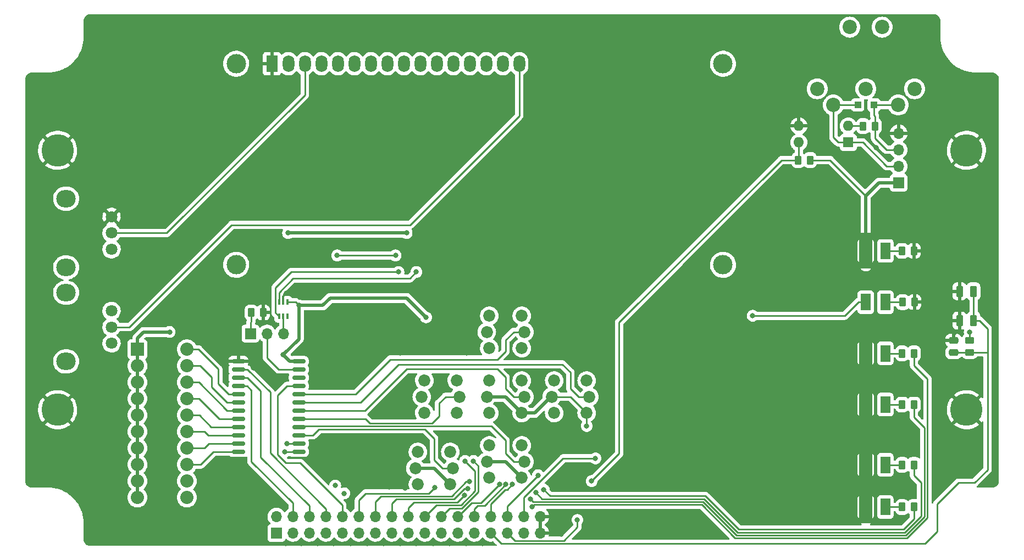
<source format=gtl>
G04 #@! TF.GenerationSoftware,KiCad,Pcbnew,(6.0.2)*
G04 #@! TF.CreationDate,2022-08-07T22:21:35-07:00*
G04 #@! TF.ProjectId,LightDrumInterface,4c696768-7444-4727-956d-496e74657266,rev?*
G04 #@! TF.SameCoordinates,Original*
G04 #@! TF.FileFunction,Copper,L1,Top*
G04 #@! TF.FilePolarity,Positive*
%FSLAX46Y46*%
G04 Gerber Fmt 4.6, Leading zero omitted, Abs format (unit mm)*
G04 Created by KiCad (PCBNEW (6.0.2)) date 2022-08-07 22:21:35*
%MOMM*%
%LPD*%
G01*
G04 APERTURE LIST*
G04 Aperture macros list*
%AMRoundRect*
0 Rectangle with rounded corners*
0 $1 Rounding radius*
0 $2 $3 $4 $5 $6 $7 $8 $9 X,Y pos of 4 corners*
0 Add a 4 corners polygon primitive as box body*
4,1,4,$2,$3,$4,$5,$6,$7,$8,$9,$2,$3,0*
0 Add four circle primitives for the rounded corners*
1,1,$1+$1,$2,$3*
1,1,$1+$1,$4,$5*
1,1,$1+$1,$6,$7*
1,1,$1+$1,$8,$9*
0 Add four rect primitives between the rounded corners*
20,1,$1+$1,$2,$3,$4,$5,0*
20,1,$1+$1,$4,$5,$6,$7,0*
20,1,$1+$1,$6,$7,$8,$9,0*
20,1,$1+$1,$8,$9,$2,$3,0*%
G04 Aperture macros list end*
G04 #@! TA.AperFunction,ComponentPad*
%ADD10C,2.200000*%
G04 #@! TD*
G04 #@! TA.AperFunction,SMDPad,CuDef*
%ADD11R,1.500000X2.600000*%
G04 #@! TD*
G04 #@! TA.AperFunction,SMDPad,CuDef*
%ADD12RoundRect,0.250000X-0.262500X-0.450000X0.262500X-0.450000X0.262500X0.450000X-0.262500X0.450000X0*%
G04 #@! TD*
G04 #@! TA.AperFunction,SMDPad,CuDef*
%ADD13RoundRect,0.250000X0.475000X-0.250000X0.475000X0.250000X-0.475000X0.250000X-0.475000X-0.250000X0*%
G04 #@! TD*
G04 #@! TA.AperFunction,ComponentPad*
%ADD14C,5.000000*%
G04 #@! TD*
G04 #@! TA.AperFunction,SMDPad,CuDef*
%ADD15RoundRect,0.150000X-0.875000X-0.150000X0.875000X-0.150000X0.875000X0.150000X-0.875000X0.150000X0*%
G04 #@! TD*
G04 #@! TA.AperFunction,SMDPad,CuDef*
%ADD16R,1.000000X1.000000*%
G04 #@! TD*
G04 #@! TA.AperFunction,ComponentPad*
%ADD17R,2.032000X2.032000*%
G04 #@! TD*
G04 #@! TA.AperFunction,ComponentPad*
%ADD18C,2.032000*%
G04 #@! TD*
G04 #@! TA.AperFunction,ComponentPad*
%ADD19C,1.850000*%
G04 #@! TD*
G04 #@! TA.AperFunction,ComponentPad*
%ADD20R,1.600000X1.600000*%
G04 #@! TD*
G04 #@! TA.AperFunction,ComponentPad*
%ADD21O,1.600000X1.600000*%
G04 #@! TD*
G04 #@! TA.AperFunction,ComponentPad*
%ADD22R,1.700000X1.700000*%
G04 #@! TD*
G04 #@! TA.AperFunction,ComponentPad*
%ADD23O,1.700000X1.700000*%
G04 #@! TD*
G04 #@! TA.AperFunction,SMDPad,CuDef*
%ADD24RoundRect,0.250000X0.450000X-0.262500X0.450000X0.262500X-0.450000X0.262500X-0.450000X-0.262500X0*%
G04 #@! TD*
G04 #@! TA.AperFunction,SMDPad,CuDef*
%ADD25RoundRect,0.165000X0.385000X-0.710000X0.385000X0.710000X-0.385000X0.710000X-0.385000X-0.710000X0*%
G04 #@! TD*
G04 #@! TA.AperFunction,SMDPad,CuDef*
%ADD26R,0.400000X0.900000*%
G04 #@! TD*
G04 #@! TA.AperFunction,ComponentPad*
%ADD27O,3.000000X2.700000*%
G04 #@! TD*
G04 #@! TA.AperFunction,ComponentPad*
%ADD28C,1.800000*%
G04 #@! TD*
G04 #@! TA.AperFunction,SMDPad,CuDef*
%ADD29RoundRect,0.250000X0.262500X0.450000X-0.262500X0.450000X-0.262500X-0.450000X0.262500X-0.450000X0*%
G04 #@! TD*
G04 #@! TA.AperFunction,ComponentPad*
%ADD30C,3.000000*%
G04 #@! TD*
G04 #@! TA.AperFunction,ComponentPad*
%ADD31R,1.800000X2.600000*%
G04 #@! TD*
G04 #@! TA.AperFunction,ComponentPad*
%ADD32O,1.800000X2.600000*%
G04 #@! TD*
G04 #@! TA.AperFunction,ViaPad*
%ADD33C,0.800000*%
G04 #@! TD*
G04 #@! TA.AperFunction,Conductor*
%ADD34C,0.500000*%
G04 #@! TD*
G04 #@! TA.AperFunction,Conductor*
%ADD35C,0.250000*%
G04 #@! TD*
G04 #@! TA.AperFunction,Conductor*
%ADD36C,0.300000*%
G04 #@! TD*
G04 APERTURE END LIST*
D10*
X150940000Y-40500000D03*
X158440000Y-40500000D03*
X165940000Y-40500000D03*
X153440000Y-43000000D03*
X163440000Y-43000000D03*
X155940000Y-31000000D03*
X160940000Y-31000000D03*
D11*
X161440000Y-73400000D03*
X158440000Y-73400000D03*
D12*
X164115000Y-73400000D03*
X165940000Y-73400000D03*
D13*
X171940000Y-81200000D03*
X171940000Y-79300000D03*
D14*
X33940000Y-90000000D03*
X33940000Y-50000000D03*
D15*
X61790000Y-82515000D03*
X61790000Y-83785000D03*
X61790000Y-85055000D03*
X61790000Y-86325000D03*
X61790000Y-87595000D03*
X61790000Y-88865000D03*
X61790000Y-90135000D03*
X61790000Y-91405000D03*
X61790000Y-92675000D03*
X61790000Y-93945000D03*
X61790000Y-95215000D03*
X61790000Y-96485000D03*
X71090000Y-96485000D03*
X71090000Y-95215000D03*
X71090000Y-93945000D03*
X71090000Y-92675000D03*
X71090000Y-91405000D03*
X71090000Y-90135000D03*
X71090000Y-88865000D03*
X71090000Y-87595000D03*
X71090000Y-86325000D03*
X71090000Y-85055000D03*
X71090000Y-83785000D03*
X71090000Y-82515000D03*
D16*
X157190000Y-43000000D03*
X159690000Y-43000000D03*
D11*
X161440000Y-105000000D03*
X158440000Y-105000000D03*
D12*
X63777500Y-75000000D03*
X65602500Y-75000000D03*
D17*
X46237500Y-80677500D03*
D18*
X46237500Y-83217500D03*
X46237500Y-85757500D03*
X46237500Y-88297500D03*
X46237500Y-90837500D03*
X46237500Y-93377500D03*
X46237500Y-95917500D03*
X46237500Y-98457500D03*
X46237500Y-100997500D03*
X46237500Y-103537500D03*
X53857500Y-103537500D03*
X53857500Y-100997500D03*
X53857500Y-98457500D03*
X53857500Y-95917500D03*
X53857500Y-93377500D03*
X53857500Y-90837500D03*
X53857500Y-88297500D03*
X53857500Y-85757500D03*
X53857500Y-83217500D03*
X53857500Y-80677500D03*
D19*
X89440000Y-96500000D03*
X94440000Y-96500000D03*
X89440000Y-101500000D03*
X94440000Y-101500000D03*
X89040000Y-99000000D03*
X94840000Y-99000000D03*
X110440000Y-85500000D03*
X115440000Y-85500000D03*
X110440000Y-90500000D03*
X115440000Y-90500000D03*
X110040000Y-88000000D03*
X115840000Y-88000000D03*
X100440000Y-75500000D03*
X105440000Y-75500000D03*
X100440000Y-80500000D03*
X105440000Y-80500000D03*
X100040000Y-78000000D03*
X105840000Y-78000000D03*
D20*
X155740000Y-48775000D03*
D21*
X155740000Y-46235000D03*
X148120000Y-46235000D03*
X148120000Y-48775000D03*
D12*
X164027500Y-98500000D03*
X165852500Y-98500000D03*
D11*
X161440000Y-81300000D03*
X158440000Y-81300000D03*
D22*
X63650000Y-78250000D03*
D23*
X66190000Y-78250000D03*
X68730000Y-78250000D03*
D12*
X164027500Y-89200000D03*
X165852500Y-89200000D03*
D14*
X173940000Y-90000000D03*
D24*
X174440000Y-81162500D03*
X174440000Y-79337500D03*
D19*
X100440000Y-95500000D03*
X105440000Y-95500000D03*
X100440000Y-100500000D03*
X105440000Y-100500000D03*
X100040000Y-98000000D03*
X105840000Y-98000000D03*
D12*
X164027500Y-81300000D03*
X165852500Y-81300000D03*
D14*
X173940000Y-50000000D03*
D11*
X161440000Y-65500000D03*
X158440000Y-65500000D03*
D22*
X163500000Y-55000000D03*
D23*
X163500000Y-52460000D03*
X163500000Y-49920000D03*
X163500000Y-47380000D03*
D11*
X161440000Y-89200000D03*
X158440000Y-89200000D03*
D25*
X172865000Y-76250000D03*
X172865000Y-71750000D03*
X175015000Y-76250000D03*
X175015000Y-71750000D03*
D26*
X69340000Y-73400000D03*
X68690000Y-73400000D03*
X68040000Y-73400000D03*
X68040000Y-75600000D03*
X68690000Y-75600000D03*
X69340000Y-75600000D03*
D19*
X90440000Y-85500000D03*
X95440000Y-85500000D03*
X90440000Y-90500000D03*
X95440000Y-90500000D03*
X90040000Y-88000000D03*
X95840000Y-88000000D03*
D27*
X35250000Y-82550000D03*
X35250000Y-71950000D03*
D28*
X42250000Y-79750000D03*
X42250000Y-77250000D03*
X42250000Y-74750000D03*
D12*
X164027500Y-105000000D03*
X165852500Y-105000000D03*
D19*
X100440000Y-85500000D03*
X105440000Y-85500000D03*
X100440000Y-90500000D03*
X105440000Y-90500000D03*
X100040000Y-88000000D03*
X105840000Y-88000000D03*
D29*
X159852500Y-46250000D03*
X158027500Y-46250000D03*
D30*
X61440900Y-36642500D03*
X136440000Y-36642500D03*
X136439480Y-67643200D03*
X61440900Y-67643200D03*
D31*
X66940000Y-36642500D03*
D32*
X69480000Y-36642500D03*
X72020000Y-36642500D03*
X74560000Y-36642500D03*
X77100000Y-36642500D03*
X79640000Y-36642500D03*
X82180000Y-36642500D03*
X84720000Y-36642500D03*
X87260000Y-36642500D03*
X89800000Y-36642500D03*
X92340000Y-36642500D03*
X94880000Y-36642500D03*
X97420000Y-36642500D03*
X99960000Y-36642500D03*
X102500000Y-36642500D03*
X105040000Y-36642500D03*
D11*
X161440000Y-98500000D03*
X158440000Y-98500000D03*
D27*
X35250000Y-68050000D03*
X35250000Y-57450000D03*
D28*
X42250000Y-65250000D03*
X42250000Y-62750000D03*
X42250000Y-60250000D03*
D12*
X164027500Y-65500000D03*
X165852500Y-65500000D03*
X148027500Y-51500000D03*
X149852500Y-51500000D03*
D22*
X67640000Y-109000000D03*
D23*
X67640000Y-106460000D03*
X70180000Y-109000000D03*
X70180000Y-106460000D03*
X72720000Y-109000000D03*
X72720000Y-106460000D03*
X75260000Y-109000000D03*
X75260000Y-106460000D03*
X77800000Y-109000000D03*
X77800000Y-106460000D03*
X80340000Y-109000000D03*
X80340000Y-106460000D03*
X82880000Y-109000000D03*
X82880000Y-106460000D03*
X85420000Y-109000000D03*
X85420000Y-106460000D03*
X87960000Y-109000000D03*
X87960000Y-106460000D03*
X90500000Y-109000000D03*
X90500000Y-106460000D03*
X93040000Y-109000000D03*
X93040000Y-106460000D03*
X95580000Y-109000000D03*
X95580000Y-106460000D03*
X98120000Y-109000000D03*
X98120000Y-106460000D03*
X100660000Y-109000000D03*
X100660000Y-106460000D03*
X103200000Y-109000000D03*
X103200000Y-106460000D03*
X105740000Y-109000000D03*
X105740000Y-106460000D03*
X108280000Y-109000000D03*
X108280000Y-106460000D03*
D33*
X76700000Y-101700000D03*
X78100000Y-102900000D03*
X71090000Y-73910000D03*
X158440000Y-100750000D03*
X51190000Y-78000000D03*
X158440000Y-107000000D03*
X158440000Y-79000000D03*
X158440000Y-83750000D03*
X158440000Y-91500000D03*
X115440000Y-92500000D03*
X158440000Y-86750000D03*
X69440000Y-62750000D03*
X158440000Y-63250000D03*
X90690000Y-75750000D03*
X158440000Y-67750000D03*
X174440000Y-78000000D03*
X158440000Y-102500000D03*
X87690000Y-62750000D03*
X68690000Y-81500000D03*
X158440000Y-96000000D03*
X109700000Y-101200000D03*
X84200000Y-110600000D03*
X85000000Y-101900000D03*
X122000000Y-73500000D03*
X65400000Y-107700000D03*
X160900000Y-41900000D03*
X102700000Y-70700000D03*
X63705000Y-82515000D03*
X99400000Y-110600000D03*
X57690000Y-79750000D03*
X107940000Y-84500000D03*
X114100000Y-96400000D03*
X160000000Y-49600000D03*
X72690000Y-78250000D03*
X96940000Y-81250000D03*
X156000000Y-44200000D03*
X156000000Y-41900000D03*
X89200000Y-110600000D03*
X108440000Y-81500000D03*
X159600000Y-57500000D03*
X75900000Y-74600000D03*
X72690000Y-71750000D03*
X158400000Y-55400000D03*
X78200000Y-86500000D03*
X66940000Y-34250000D03*
X66600000Y-68800000D03*
X102200000Y-89300000D03*
X149900000Y-46200000D03*
X86900000Y-78000000D03*
X44900000Y-78400000D03*
X167190000Y-73400000D03*
X84800000Y-94000000D03*
X101440000Y-61750000D03*
X87800000Y-67600000D03*
X136600000Y-109600000D03*
X85000000Y-67500000D03*
X75900000Y-67700000D03*
X165300000Y-47400000D03*
X87500000Y-102100000D03*
X42250000Y-69500000D03*
X64100000Y-83500000D03*
X172865000Y-74075000D03*
X73100000Y-97900000D03*
X86690000Y-81250000D03*
X118190000Y-88000000D03*
X87800000Y-70800000D03*
X71500000Y-110600000D03*
X76500000Y-110600000D03*
X110000000Y-109000000D03*
X114000000Y-109600000D03*
X69100000Y-110600000D03*
X52800000Y-107300000D03*
X79100000Y-110600000D03*
X119400000Y-96400000D03*
X84800000Y-74000000D03*
X134100000Y-102300000D03*
X111500000Y-109200000D03*
X61440000Y-98000000D03*
X106900000Y-96600000D03*
X74000000Y-110600000D03*
X99300000Y-93600000D03*
X161700000Y-47400000D03*
X92700000Y-93600000D03*
X160900000Y-44200000D03*
X109100000Y-92300000D03*
X148100000Y-44400000D03*
X167190000Y-65500000D03*
X96900000Y-110600000D03*
X118300000Y-75900000D03*
X67600000Y-104200000D03*
X66190000Y-73250000D03*
X81600000Y-110600000D03*
X60940000Y-76000000D03*
X91800000Y-110600000D03*
X163500000Y-45600000D03*
X92940000Y-85500000D03*
X94300000Y-110600000D03*
X146300000Y-46200000D03*
X72690000Y-66000000D03*
X110100000Y-105800000D03*
X122100000Y-76800000D03*
X122200000Y-102200000D03*
X56190000Y-76000000D03*
X86800000Y-94000000D03*
X132700000Y-105700000D03*
X78200000Y-97400000D03*
X73100000Y-86500000D03*
X113400000Y-102200000D03*
X40500000Y-60250000D03*
X75900000Y-70800000D03*
X102700000Y-67500000D03*
X69190000Y-72000000D03*
X157200000Y-57400000D03*
X118300000Y-92100000D03*
X44000000Y-60250000D03*
X111200000Y-102200000D03*
X86690000Y-88000000D03*
X112700000Y-106700000D03*
X122200000Y-105700000D03*
X68300000Y-66300000D03*
X161200000Y-53600000D03*
X78200000Y-70800000D03*
X56690000Y-99750000D03*
X50900000Y-109000000D03*
X113100000Y-70600000D03*
X84900000Y-70800000D03*
X116500000Y-99000000D03*
X139300000Y-107400000D03*
X89100000Y-79000000D03*
X105440000Y-92500000D03*
X109000000Y-98800000D03*
X165300000Y-55000000D03*
X63900000Y-99700000D03*
X121500000Y-94300000D03*
X59440000Y-81750000D03*
X115100000Y-105800000D03*
X86700000Y-110600000D03*
X116200000Y-67800000D03*
X66900000Y-38900000D03*
X65100000Y-36600000D03*
X141000000Y-75500000D03*
X77000000Y-66200000D03*
X86000000Y-66200000D03*
X69300000Y-95200000D03*
X68900000Y-96500000D03*
X104000000Y-101500000D03*
X102000000Y-101500000D03*
X103000000Y-101500000D03*
X98000000Y-97900000D03*
X107940000Y-100100000D03*
X96700000Y-97900000D03*
X116200000Y-101000000D03*
X114000000Y-107000000D03*
X107600000Y-102800000D03*
X97400000Y-101100000D03*
X108800000Y-102300000D03*
X92000000Y-102000000D03*
X106800000Y-103800000D03*
X97100000Y-102200000D03*
X107000000Y-105000000D03*
X96600000Y-103200000D03*
X86440000Y-68750000D03*
X116800000Y-97500000D03*
X89190000Y-68750000D03*
D34*
X46237500Y-90837500D02*
X46237500Y-93377500D01*
X74790000Y-73900000D02*
X71090000Y-73900000D01*
X105440000Y-90500000D02*
X107440000Y-90500000D01*
X46237500Y-93377500D02*
X46237500Y-95917500D01*
X46237500Y-88297500D02*
X46237500Y-90837500D01*
X158440000Y-63250000D02*
X158440000Y-57000000D01*
D35*
X174440000Y-79337500D02*
X174440000Y-78000000D01*
X158440000Y-57000000D02*
X152940000Y-51500000D01*
D34*
X102940000Y-98000000D02*
X105440000Y-100500000D01*
X46237500Y-98457500D02*
X46237500Y-100997500D01*
X69705000Y-82515000D02*
X68690000Y-81500000D01*
X163500000Y-55000000D02*
X160440000Y-55000000D01*
X100040000Y-98000000D02*
X102940000Y-98000000D01*
X160440000Y-55000000D02*
X158440000Y-57000000D01*
D35*
X115440000Y-90500000D02*
X115440000Y-92500000D01*
D34*
X51190000Y-78000000D02*
X47190000Y-78000000D01*
X87690000Y-72750000D02*
X75940000Y-72750000D01*
D35*
X71090000Y-73900000D02*
X71090000Y-73910000D01*
X69340000Y-73400000D02*
X70590000Y-73400000D01*
D34*
X105440000Y-90500000D02*
X102940000Y-88000000D01*
X102940000Y-88000000D02*
X100040000Y-88000000D01*
D35*
X110040000Y-88000000D02*
X112940000Y-88000000D01*
X70590000Y-73400000D02*
X71090000Y-73900000D01*
D34*
X90690000Y-75750000D02*
X87690000Y-72750000D01*
X46237500Y-85757500D02*
X46237500Y-88297500D01*
X46237500Y-80677500D02*
X46237500Y-83217500D01*
X46237500Y-83217500D02*
X46237500Y-85757500D01*
X46237500Y-100997500D02*
X46237500Y-103537500D01*
X46237500Y-78952500D02*
X46237500Y-80677500D01*
X71090000Y-73910000D02*
X71090000Y-79100000D01*
X46237500Y-95917500D02*
X46237500Y-98457500D01*
X87690000Y-62750000D02*
X69440000Y-62750000D01*
D35*
X109940000Y-88000000D02*
X110040000Y-88000000D01*
D34*
X47190000Y-78000000D02*
X46237500Y-78952500D01*
X71090000Y-82515000D02*
X69705000Y-82515000D01*
X107440000Y-90500000D02*
X109940000Y-88000000D01*
D35*
X112940000Y-88000000D02*
X115440000Y-90500000D01*
X152940000Y-51500000D02*
X149852500Y-51500000D01*
D34*
X75940000Y-72750000D02*
X74790000Y-73900000D01*
X91940000Y-99000000D02*
X94440000Y-101500000D01*
X68690000Y-81500000D02*
X71090000Y-79100000D01*
X89040000Y-99000000D02*
X91940000Y-99000000D01*
X64100000Y-82910000D02*
X63705000Y-82515000D01*
X64100000Y-83500000D02*
X64100000Y-82910000D01*
D35*
X172865000Y-74075000D02*
X172865000Y-71750000D01*
D36*
X69190000Y-72000000D02*
X68690000Y-72500000D01*
D35*
X165940000Y-73400000D02*
X167190000Y-73400000D01*
D36*
X65602500Y-75000000D02*
X65602500Y-73837500D01*
D35*
X171940000Y-78500000D02*
X172865000Y-77575000D01*
X172865000Y-77575000D02*
X172865000Y-76250000D01*
X171940000Y-79300000D02*
X171940000Y-78500000D01*
D36*
X68690000Y-72500000D02*
X68690000Y-73400000D01*
D35*
X172865000Y-76250000D02*
X172865000Y-74075000D01*
D36*
X65602500Y-73837500D02*
X66190000Y-73250000D01*
D35*
X165852500Y-65500000D02*
X167190000Y-65500000D01*
D34*
X63705000Y-82515000D02*
X61790000Y-82515000D01*
D35*
X102309520Y-110649520D02*
X100660000Y-109000000D01*
X172690000Y-101250000D02*
X169440000Y-104500000D01*
X177190000Y-99250000D02*
X175190000Y-101250000D01*
X177190000Y-81250000D02*
X177190000Y-99250000D01*
X177102500Y-81162500D02*
X177190000Y-81250000D01*
X175940000Y-76250000D02*
X177190000Y-77500000D01*
X175015000Y-76250000D02*
X175015000Y-71750000D01*
X177190000Y-77500000D02*
X177190000Y-81250000D01*
X169440000Y-104500000D02*
X169440000Y-108750000D01*
X175015000Y-76250000D02*
X175940000Y-76250000D01*
X174402500Y-81200000D02*
X174440000Y-81162500D01*
X174440000Y-81162500D02*
X177102500Y-81162500D01*
X167540480Y-110649520D02*
X102309520Y-110649520D01*
X175190000Y-101250000D02*
X172690000Y-101250000D01*
X169440000Y-108750000D02*
X167540480Y-110649520D01*
X171940000Y-81200000D02*
X174402500Y-81200000D01*
X161440000Y-81300000D02*
X164027500Y-81300000D01*
X161440000Y-105000000D02*
X164027500Y-105000000D01*
X161440000Y-98500000D02*
X164027500Y-98500000D01*
X161440000Y-89200000D02*
X164027500Y-89200000D01*
X161440000Y-65500000D02*
X164027500Y-65500000D01*
X161440000Y-73400000D02*
X164115000Y-73400000D01*
X155190000Y-75500000D02*
X157290000Y-73400000D01*
X86000000Y-66200000D02*
X77000000Y-66200000D01*
X157290000Y-73400000D02*
X158440000Y-73400000D01*
X141000000Y-75500000D02*
X155190000Y-75500000D01*
X163500000Y-52460000D02*
X161660000Y-52460000D01*
X154215000Y-48775000D02*
X153440000Y-48000000D01*
X161660000Y-52460000D02*
X157975000Y-48775000D01*
X157975000Y-48775000D02*
X155740000Y-48775000D01*
X153440000Y-48000000D02*
X153440000Y-43000000D01*
X153440000Y-43000000D02*
X157190000Y-43000000D01*
X155740000Y-48775000D02*
X154215000Y-48775000D01*
X159852500Y-48152500D02*
X159852500Y-46250000D01*
X161620000Y-49920000D02*
X159852500Y-48152500D01*
X163440000Y-43000000D02*
X159690000Y-43000000D01*
X159852500Y-46250000D02*
X159852500Y-44750000D01*
X159690000Y-44587500D02*
X159690000Y-43000000D01*
X163500000Y-49920000D02*
X161620000Y-49920000D01*
X159852500Y-44750000D02*
X159690000Y-44587500D01*
X69300000Y-95200000D02*
X69315000Y-95215000D01*
X69315000Y-95215000D02*
X71090000Y-95215000D01*
X68900000Y-96500000D02*
X71075000Y-96500000D01*
X71075000Y-96500000D02*
X71090000Y-96485000D01*
X57955000Y-96485000D02*
X61790000Y-96485000D01*
X53857500Y-98457500D02*
X55982500Y-98457500D01*
X55982500Y-98457500D02*
X57955000Y-96485000D01*
X53857500Y-95917500D02*
X56522500Y-95917500D01*
X57225000Y-95215000D02*
X61790000Y-95215000D01*
X56522500Y-95917500D02*
X57225000Y-95215000D01*
X57135000Y-93945000D02*
X61790000Y-93945000D01*
X56567500Y-93377500D02*
X57135000Y-93945000D01*
X53857500Y-93377500D02*
X56567500Y-93377500D01*
X55777500Y-90837500D02*
X57615000Y-92675000D01*
X53857500Y-90837500D02*
X55777500Y-90837500D01*
X57615000Y-92675000D02*
X61790000Y-92675000D01*
X53857500Y-88297500D02*
X55737500Y-88297500D01*
X55737500Y-88297500D02*
X58845000Y-91405000D01*
X58845000Y-91405000D02*
X61790000Y-91405000D01*
X60075000Y-90135000D02*
X55697500Y-85757500D01*
X61790000Y-90135000D02*
X60075000Y-90135000D01*
X55697500Y-85757500D02*
X53857500Y-85757500D01*
X57690000Y-85000000D02*
X57690000Y-86500000D01*
X60055000Y-88865000D02*
X61790000Y-88865000D01*
X57690000Y-86500000D02*
X60055000Y-88865000D01*
X55907500Y-83217500D02*
X57690000Y-85000000D01*
X53857500Y-83217500D02*
X55907500Y-83217500D01*
X60285000Y-87595000D02*
X58690000Y-86000000D01*
X58690000Y-83750000D02*
X55617500Y-80677500D01*
X55617500Y-80677500D02*
X53857500Y-80677500D01*
X58690000Y-86000000D02*
X58690000Y-83750000D01*
X61790000Y-87595000D02*
X60285000Y-87595000D01*
X72020000Y-41480000D02*
X72020000Y-36642500D01*
X50750000Y-62750000D02*
X72020000Y-41480000D01*
X42250000Y-62750000D02*
X50750000Y-62750000D01*
X88190000Y-61500000D02*
X105040000Y-44650000D01*
X45000000Y-77250000D02*
X60750000Y-61500000D01*
X105040000Y-44650000D02*
X105040000Y-36642500D01*
X42250000Y-77250000D02*
X45000000Y-77250000D01*
X60750000Y-61500000D02*
X88190000Y-61500000D01*
X100660000Y-104500332D02*
X100660000Y-106460000D01*
X102860332Y-102300000D02*
X100660000Y-104500332D01*
X104000000Y-101500000D02*
X104000000Y-101524614D01*
X103224614Y-102300000D02*
X102860332Y-102300000D01*
X104000000Y-101524614D02*
X103224614Y-102300000D01*
X99149520Y-104350480D02*
X97689520Y-104350480D01*
X102000000Y-101500000D02*
X99149520Y-104350480D01*
X97689520Y-104350480D02*
X95580000Y-106460000D01*
X103000000Y-101524614D02*
X103000000Y-101500000D01*
X98600000Y-104800000D02*
X99724614Y-104800000D01*
X99724614Y-104800000D02*
X103000000Y-101524614D01*
X98120000Y-105280000D02*
X98600000Y-104800000D01*
X98120000Y-106460000D02*
X98120000Y-105280000D01*
X94300000Y-105200000D02*
X93040000Y-106460000D01*
X96200000Y-105200000D02*
X94300000Y-105200000D01*
X98000000Y-97900000D02*
X98700000Y-98600000D01*
X98700000Y-98600000D02*
X98700000Y-102700000D01*
X98700000Y-102700000D02*
X96200000Y-105200000D01*
X107940000Y-100100000D02*
X107940000Y-100160000D01*
X103200000Y-104900000D02*
X103200000Y-106460000D01*
X107940000Y-100160000D02*
X103200000Y-104900000D01*
X92260000Y-104700000D02*
X96064282Y-104700000D01*
X98250480Y-99450480D02*
X96700000Y-97900000D01*
X96064282Y-104700000D02*
X98250480Y-102513802D01*
X98250480Y-102513802D02*
X98250480Y-99450480D01*
X90500000Y-106460000D02*
X92260000Y-104700000D01*
X111900000Y-110200000D02*
X104400000Y-110200000D01*
X114000000Y-108100000D02*
X111900000Y-110200000D01*
X148120000Y-51407500D02*
X148027500Y-51500000D01*
X145440000Y-51500000D02*
X120440000Y-76500000D01*
X148120000Y-48775000D02*
X148120000Y-51407500D01*
X114000000Y-107000000D02*
X114000000Y-108100000D01*
X104400000Y-110200000D02*
X103200000Y-109000000D01*
X148027500Y-51500000D02*
X145440000Y-51500000D01*
X120440000Y-76500000D02*
X120440000Y-96760000D01*
X120440000Y-96760000D02*
X116200000Y-101000000D01*
X165852500Y-98500000D02*
X165852500Y-100162500D01*
X96900000Y-101100000D02*
X97400000Y-101100000D01*
X82880000Y-106460000D02*
X82880000Y-104220000D01*
X166940000Y-106385718D02*
X164424278Y-108901440D01*
X83748560Y-103351440D02*
X94648560Y-103351440D01*
X164424278Y-108901440D02*
X138672876Y-108901440D01*
X138672876Y-108901440D02*
X133520955Y-103749520D01*
X165852500Y-100162500D02*
X166940000Y-101250000D01*
X108549520Y-103749520D02*
X107600000Y-102800000D01*
X166940000Y-101250000D02*
X166940000Y-106385718D01*
X133520955Y-103749520D02*
X108549520Y-103749520D01*
X94648560Y-103351440D02*
X96900000Y-101100000D01*
X82880000Y-104220000D02*
X83748560Y-103351440D01*
X165852500Y-105000000D02*
X165852500Y-106837500D01*
X133707153Y-103300000D02*
X109800000Y-103300000D01*
X91098080Y-102901920D02*
X92000000Y-102000000D01*
X109800000Y-103300000D02*
X108800000Y-102300000D01*
X80340000Y-103960000D02*
X81398080Y-102901920D01*
X138859074Y-108451920D02*
X133707153Y-103300000D01*
X81398080Y-102901920D02*
X91098080Y-102901920D01*
X164238080Y-108451920D02*
X138859074Y-108451920D01*
X80340000Y-106460000D02*
X80340000Y-103960000D01*
X165852500Y-106837500D02*
X164238080Y-108451920D01*
X165852500Y-91162500D02*
X167440000Y-92750000D01*
X107199040Y-104199040D02*
X106800000Y-103800000D01*
X165852500Y-89200000D02*
X165852500Y-91162500D01*
X167440000Y-92750000D02*
X167440000Y-106521436D01*
X86099040Y-103800960D02*
X94974426Y-103800960D01*
X138486678Y-109350960D02*
X133334757Y-104199040D01*
X85420000Y-106460000D02*
X85420000Y-104480000D01*
X164610476Y-109350960D02*
X138486678Y-109350960D01*
X85420000Y-104480000D02*
X86099040Y-103800960D01*
X94974426Y-103800960D02*
X96575386Y-102200000D01*
X133334757Y-104199040D02*
X107199040Y-104199040D01*
X96575386Y-102200000D02*
X97100000Y-102200000D01*
X167440000Y-106521436D02*
X164610476Y-109350960D01*
X88849520Y-104250480D02*
X95549520Y-104250480D01*
X133148560Y-104648560D02*
X107351440Y-104648560D01*
X164796674Y-109800480D02*
X138300480Y-109800480D01*
X95549520Y-104250480D02*
X96600000Y-103200000D01*
X165852500Y-81300000D02*
X165852500Y-83162500D01*
X87960000Y-105140000D02*
X88849520Y-104250480D01*
X107351440Y-104648560D02*
X107000000Y-105000000D01*
X167940000Y-106657154D02*
X164796674Y-109800480D01*
X138300480Y-109800480D02*
X133148560Y-104648560D01*
X165852500Y-83162500D02*
X167940000Y-85250000D01*
X167940000Y-85250000D02*
X167940000Y-106657154D01*
X87960000Y-106460000D02*
X87960000Y-105140000D01*
X66700000Y-87300000D02*
X63185000Y-83785000D01*
X66700000Y-96700000D02*
X66700000Y-87300000D01*
X63185000Y-83785000D02*
X61790000Y-83785000D01*
X75260000Y-106460000D02*
X75260000Y-105260000D01*
X75260000Y-105260000D02*
X66700000Y-96700000D01*
X65200000Y-97300000D02*
X65200000Y-87100000D01*
X65200000Y-87100000D02*
X63155000Y-85055000D01*
X63155000Y-85055000D02*
X61790000Y-85055000D01*
X72720000Y-104820000D02*
X65200000Y-97300000D01*
X72720000Y-106460000D02*
X72720000Y-104820000D01*
X63800000Y-88400000D02*
X63800000Y-98000000D01*
X63125000Y-86325000D02*
X61790000Y-86325000D01*
X63800000Y-98000000D02*
X70180000Y-104380000D01*
X63800000Y-87000000D02*
X63125000Y-86325000D01*
X63800000Y-88400000D02*
X63800000Y-87000000D01*
X70180000Y-104380000D02*
X70180000Y-106460000D01*
X71300000Y-98200000D02*
X69100000Y-98200000D01*
X69100000Y-98200000D02*
X67800000Y-96900000D01*
X77800000Y-104700000D02*
X71300000Y-98200000D01*
X69275000Y-86325000D02*
X71090000Y-86325000D01*
X67800000Y-96900000D02*
X67800000Y-87800000D01*
X67800000Y-87800000D02*
X69275000Y-86325000D01*
X77800000Y-106460000D02*
X77800000Y-104700000D01*
X158027500Y-46250000D02*
X158012500Y-46235000D01*
X158012500Y-46235000D02*
X155740000Y-46235000D01*
X104190000Y-88000000D02*
X102940000Y-86750000D01*
X87690000Y-83750000D02*
X81305000Y-90135000D01*
X102940000Y-86750000D02*
X102940000Y-85000000D01*
X81305000Y-90135000D02*
X71090000Y-90135000D01*
X105840000Y-88000000D02*
X104190000Y-88000000D01*
X102940000Y-85000000D02*
X101690000Y-83750000D01*
X101690000Y-83750000D02*
X87690000Y-83750000D01*
X94840000Y-99000000D02*
X93190000Y-99000000D01*
X73255000Y-93945000D02*
X71090000Y-93945000D01*
X91940000Y-94440000D02*
X90499040Y-92999040D01*
X91940000Y-97750000D02*
X91940000Y-94440000D01*
X74200960Y-92999040D02*
X73255000Y-93945000D01*
X90499040Y-92999040D02*
X74200960Y-92999040D01*
X93190000Y-99000000D02*
X91940000Y-97750000D01*
X104190000Y-98000000D02*
X102940000Y-96750000D01*
X102940000Y-94740000D02*
X100749520Y-92549520D01*
X71215480Y-92549520D02*
X71090000Y-92675000D01*
X102940000Y-96750000D02*
X102940000Y-94740000D01*
X105840000Y-98000000D02*
X104190000Y-98000000D01*
X100749520Y-92549520D02*
X71215480Y-92549520D01*
X95840000Y-88000000D02*
X93690000Y-88000000D01*
X82040000Y-92100000D02*
X81345000Y-91405000D01*
X92690000Y-89000000D02*
X92690000Y-91000000D01*
X91590000Y-92100000D02*
X82040000Y-92100000D01*
X81345000Y-91405000D02*
X71090000Y-91405000D01*
X93690000Y-88000000D02*
X92690000Y-89000000D01*
X92690000Y-91000000D02*
X91590000Y-92100000D01*
X80575000Y-88865000D02*
X71090000Y-88865000D01*
X114190000Y-88000000D02*
X112940000Y-86750000D01*
X112940000Y-86750000D02*
X112940000Y-84250000D01*
X112940000Y-84250000D02*
X111690000Y-83000000D01*
X115840000Y-88000000D02*
X114190000Y-88000000D01*
X86440000Y-83000000D02*
X80575000Y-88865000D01*
X111690000Y-83000000D02*
X86440000Y-83000000D01*
X85190000Y-82250000D02*
X79845000Y-87595000D01*
X79845000Y-87595000D02*
X71090000Y-87595000D01*
X101690000Y-82250000D02*
X85190000Y-82250000D01*
X105840000Y-78000000D02*
X104190000Y-78000000D01*
X104190000Y-78000000D02*
X102940000Y-79250000D01*
X102940000Y-81000000D02*
X101690000Y-82250000D01*
X102940000Y-79250000D02*
X102940000Y-81000000D01*
X86440000Y-68750000D02*
X69940000Y-68750000D01*
X67515489Y-75075489D02*
X68040000Y-75600000D01*
X67515489Y-71174511D02*
X67515489Y-75075489D01*
X69940000Y-68750000D02*
X67515489Y-71174511D01*
X70190000Y-69750000D02*
X68040000Y-71900000D01*
X116800000Y-97500000D02*
X111800000Y-97500000D01*
X68040000Y-71900000D02*
X68040000Y-73400000D01*
X89190000Y-68750000D02*
X88190000Y-69750000D01*
X105740000Y-103560000D02*
X105740000Y-106460000D01*
X111800000Y-97500000D02*
X105740000Y-103560000D01*
X88190000Y-69750000D02*
X70190000Y-69750000D01*
X63650000Y-78250000D02*
X63650000Y-76540000D01*
X63650000Y-76540000D02*
X63777500Y-76412500D01*
X63777500Y-76412500D02*
X63777500Y-75000000D01*
X67975000Y-83785000D02*
X66190000Y-82000000D01*
X71090000Y-83785000D02*
X67975000Y-83785000D01*
X66190000Y-82000000D02*
X66190000Y-78250000D01*
X68690000Y-78210000D02*
X68730000Y-78250000D01*
X68690000Y-75600000D02*
X68690000Y-78210000D01*
G04 #@! TA.AperFunction,Conductor*
G36*
X159382121Y-78020002D02*
G01*
X159428614Y-78073658D01*
X159440000Y-78126000D01*
X159440000Y-107374000D01*
X159419998Y-107442121D01*
X159366342Y-107488614D01*
X159314000Y-107500000D01*
X157566000Y-107500000D01*
X157497879Y-107479998D01*
X157451386Y-107426342D01*
X157440000Y-107374000D01*
X157440000Y-78126000D01*
X157460002Y-78057879D01*
X157513658Y-78011386D01*
X157566000Y-78000000D01*
X159314000Y-78000000D01*
X159382121Y-78020002D01*
G37*
G04 #@! TD.AperFunction*
G04 #@! TA.AperFunction,Conductor*
G36*
X159382121Y-62770002D02*
G01*
X159428614Y-62823658D01*
X159440000Y-62876000D01*
X159440000Y-68124000D01*
X159419998Y-68192121D01*
X159366342Y-68238614D01*
X159314000Y-68250000D01*
X157566000Y-68250000D01*
X157497879Y-68229998D01*
X157451386Y-68176342D01*
X157440000Y-68124000D01*
X157440000Y-62876000D01*
X157460002Y-62807879D01*
X157513658Y-62761386D01*
X157566000Y-62750000D01*
X159314000Y-62750000D01*
X159382121Y-62770002D01*
G37*
G04 #@! TD.AperFunction*
G04 #@! TA.AperFunction,Conductor*
G36*
X168910057Y-29009500D02*
G01*
X168924858Y-29011805D01*
X168924861Y-29011805D01*
X168933730Y-29013186D01*
X168946378Y-29011532D01*
X168973692Y-29010948D01*
X169052682Y-29017859D01*
X169101281Y-29022111D01*
X169122904Y-29025923D01*
X169235888Y-29056197D01*
X169268636Y-29064972D01*
X169289275Y-29072484D01*
X169426010Y-29136245D01*
X169445030Y-29147227D01*
X169568618Y-29233764D01*
X169585443Y-29247882D01*
X169692118Y-29354557D01*
X169706236Y-29371382D01*
X169792773Y-29494970D01*
X169803755Y-29513990D01*
X169867516Y-29650725D01*
X169875028Y-29671364D01*
X169914076Y-29817092D01*
X169917889Y-29838719D01*
X169921729Y-29882609D01*
X169928449Y-29959419D01*
X169927896Y-29975879D01*
X169928305Y-29975884D01*
X169928195Y-29984858D01*
X169926814Y-29993730D01*
X169927978Y-30002632D01*
X169927978Y-30002635D01*
X169930936Y-30025251D01*
X169932000Y-30041589D01*
X169932000Y-32450672D01*
X169930500Y-32470056D01*
X169926814Y-32493730D01*
X169927634Y-32500000D01*
X169927291Y-32500000D01*
X169927596Y-32507377D01*
X169927596Y-32507378D01*
X169928718Y-32534505D01*
X169946120Y-32955236D01*
X170002477Y-33407362D01*
X170095978Y-33853290D01*
X170096719Y-33855778D01*
X170225242Y-34287480D01*
X170225246Y-34287491D01*
X170225985Y-34289974D01*
X170391608Y-34714430D01*
X170392750Y-34716766D01*
X170590569Y-35121412D01*
X170590575Y-35121424D01*
X170591717Y-35123759D01*
X170593049Y-35125995D01*
X170593051Y-35125998D01*
X170823609Y-35512925D01*
X170823616Y-35512936D01*
X170824945Y-35515166D01*
X171089698Y-35885976D01*
X171384168Y-36233656D01*
X171706344Y-36555832D01*
X172054024Y-36850302D01*
X172424834Y-37115055D01*
X172427064Y-37116384D01*
X172427075Y-37116391D01*
X172702780Y-37280675D01*
X172816241Y-37348283D01*
X172818576Y-37349425D01*
X172818588Y-37349431D01*
X173078586Y-37476536D01*
X173225570Y-37548392D01*
X173299099Y-37577083D01*
X173647603Y-37713070D01*
X173647613Y-37713073D01*
X173650026Y-37714015D01*
X173652509Y-37714754D01*
X173652520Y-37714758D01*
X173854816Y-37774984D01*
X174086710Y-37844022D01*
X174532638Y-37937523D01*
X174984764Y-37993880D01*
X175207014Y-38003072D01*
X175414006Y-38011634D01*
X175420055Y-38012030D01*
X175422666Y-38012264D01*
X175427461Y-38013071D01*
X175433816Y-38013149D01*
X175435141Y-38013165D01*
X175435145Y-38013165D01*
X175440000Y-38013224D01*
X175467588Y-38009273D01*
X175485451Y-38008000D01*
X177890672Y-38008000D01*
X177910057Y-38009500D01*
X177924858Y-38011805D01*
X177924861Y-38011805D01*
X177933730Y-38013186D01*
X177946378Y-38011532D01*
X177973692Y-38010948D01*
X178052682Y-38017859D01*
X178101281Y-38022111D01*
X178122904Y-38025923D01*
X178235888Y-38056197D01*
X178268636Y-38064972D01*
X178289275Y-38072484D01*
X178426010Y-38136245D01*
X178445030Y-38147227D01*
X178568618Y-38233764D01*
X178585443Y-38247882D01*
X178692118Y-38354557D01*
X178706236Y-38371382D01*
X178792773Y-38494970D01*
X178803755Y-38513990D01*
X178867516Y-38650725D01*
X178875028Y-38671364D01*
X178914076Y-38817092D01*
X178917890Y-38838722D01*
X178928449Y-38959419D01*
X178927896Y-38975879D01*
X178928305Y-38975884D01*
X178928195Y-38984858D01*
X178926814Y-38993730D01*
X178927978Y-39002632D01*
X178927978Y-39002635D01*
X178930936Y-39025251D01*
X178932000Y-39041589D01*
X178932000Y-100950672D01*
X178930500Y-100970056D01*
X178926814Y-100993730D01*
X178928454Y-101006270D01*
X178928468Y-101006375D01*
X178929052Y-101033692D01*
X178917890Y-101161278D01*
X178914077Y-101182904D01*
X178890680Y-101270221D01*
X178875028Y-101328636D01*
X178867516Y-101349275D01*
X178803755Y-101486010D01*
X178792773Y-101505030D01*
X178706236Y-101628618D01*
X178692118Y-101645443D01*
X178585443Y-101752118D01*
X178568618Y-101766236D01*
X178445030Y-101852773D01*
X178426010Y-101863755D01*
X178289275Y-101927516D01*
X178268636Y-101935028D01*
X178235888Y-101943803D01*
X178122904Y-101974077D01*
X178101281Y-101977889D01*
X178057391Y-101981729D01*
X177980581Y-101988449D01*
X177964121Y-101987896D01*
X177964116Y-101988305D01*
X177955142Y-101988195D01*
X177946270Y-101986814D01*
X177937368Y-101987978D01*
X177937365Y-101987978D01*
X177914749Y-101990936D01*
X177898411Y-101992000D01*
X175640421Y-101992000D01*
X175572300Y-101971998D01*
X175525807Y-101918342D01*
X175515703Y-101848068D01*
X175545197Y-101783488D01*
X175568646Y-101763918D01*
X175568273Y-101763437D01*
X175574534Y-101758580D01*
X175581362Y-101754542D01*
X175595683Y-101740221D01*
X175610717Y-101727380D01*
X175620694Y-101720131D01*
X175627107Y-101715472D01*
X175655298Y-101681395D01*
X175663288Y-101672616D01*
X177582253Y-99753652D01*
X177590539Y-99746112D01*
X177597018Y-99742000D01*
X177643644Y-99692348D01*
X177646398Y-99689507D01*
X177666135Y-99669770D01*
X177668615Y-99666573D01*
X177676320Y-99657551D01*
X177680639Y-99652952D01*
X177706586Y-99625321D01*
X177710405Y-99618375D01*
X177710407Y-99618372D01*
X177716348Y-99607566D01*
X177727199Y-99591047D01*
X177729221Y-99588440D01*
X177739614Y-99575041D01*
X177742759Y-99567772D01*
X177742762Y-99567768D01*
X177757174Y-99534463D01*
X177762391Y-99523813D01*
X177783695Y-99485060D01*
X177788733Y-99465437D01*
X177795137Y-99446734D01*
X177800033Y-99435420D01*
X177800033Y-99435419D01*
X177803181Y-99428145D01*
X177804420Y-99420322D01*
X177804423Y-99420312D01*
X177810099Y-99384476D01*
X177812505Y-99372856D01*
X177821528Y-99337711D01*
X177821528Y-99337710D01*
X177823500Y-99330030D01*
X177823500Y-99309776D01*
X177825051Y-99290065D01*
X177826980Y-99277886D01*
X177828220Y-99270057D01*
X177824059Y-99226038D01*
X177823500Y-99214181D01*
X177823500Y-81328768D01*
X177824027Y-81317585D01*
X177825702Y-81310092D01*
X177824562Y-81273802D01*
X177823562Y-81242002D01*
X177823500Y-81238044D01*
X177823500Y-77578767D01*
X177824027Y-77567584D01*
X177825702Y-77560091D01*
X177825091Y-77540634D01*
X177823671Y-77495458D01*
X177823562Y-77492000D01*
X177823500Y-77488043D01*
X177823500Y-77460144D01*
X177822996Y-77456153D01*
X177822063Y-77444311D01*
X177821708Y-77432994D01*
X177820674Y-77400111D01*
X177818462Y-77392497D01*
X177818461Y-77392492D01*
X177815023Y-77380659D01*
X177811012Y-77361295D01*
X177809467Y-77349064D01*
X177808474Y-77341203D01*
X177805557Y-77333836D01*
X177805556Y-77333831D01*
X177792198Y-77300092D01*
X177788354Y-77288865D01*
X177783524Y-77272243D01*
X177776018Y-77246407D01*
X177770688Y-77237395D01*
X177765707Y-77228972D01*
X177757012Y-77211224D01*
X177749552Y-77192383D01*
X177723564Y-77156613D01*
X177717048Y-77146693D01*
X177698580Y-77115465D01*
X177698578Y-77115462D01*
X177694542Y-77108638D01*
X177680221Y-77094317D01*
X177667380Y-77079283D01*
X177655472Y-77062893D01*
X177621395Y-77034702D01*
X177612616Y-77026712D01*
X176443652Y-75857747D01*
X176436112Y-75849461D01*
X176432000Y-75842982D01*
X176382348Y-75796356D01*
X176379507Y-75793602D01*
X176359770Y-75773865D01*
X176356573Y-75771385D01*
X176347551Y-75763680D01*
X176315321Y-75733414D01*
X176308375Y-75729595D01*
X176308372Y-75729593D01*
X176297566Y-75723652D01*
X176281047Y-75712801D01*
X176280583Y-75712441D01*
X176265041Y-75700386D01*
X176257772Y-75697241D01*
X176257768Y-75697238D01*
X176224463Y-75682826D01*
X176213813Y-75677609D01*
X176175060Y-75656305D01*
X176167384Y-75654334D01*
X176160013Y-75651416D01*
X176160569Y-75650012D01*
X176107163Y-75618225D01*
X176075471Y-75554694D01*
X176073500Y-75532494D01*
X176073500Y-75486164D01*
X176067086Y-75416363D01*
X176056664Y-75383106D01*
X176020611Y-75268058D01*
X176020610Y-75268056D01*
X176018339Y-75260809D01*
X175933894Y-75121374D01*
X175818626Y-75006106D01*
X175709228Y-74939852D01*
X175661322Y-74887456D01*
X175648500Y-74832077D01*
X175648500Y-73167923D01*
X175668502Y-73099802D01*
X175709228Y-73060148D01*
X175818626Y-72993894D01*
X175933894Y-72878626D01*
X176018339Y-72739191D01*
X176029846Y-72702474D01*
X176065085Y-72590023D01*
X176065085Y-72590021D01*
X176067086Y-72583637D01*
X176073500Y-72513836D01*
X176073500Y-70986164D01*
X176067086Y-70916363D01*
X176065085Y-70909977D01*
X176020611Y-70768058D01*
X176020610Y-70768056D01*
X176018339Y-70760809D01*
X175933894Y-70621374D01*
X175818626Y-70506106D01*
X175679191Y-70421661D01*
X175671944Y-70419390D01*
X175671942Y-70419389D01*
X175530023Y-70374915D01*
X175530021Y-70374915D01*
X175523637Y-70372914D01*
X175453836Y-70366500D01*
X174576164Y-70366500D01*
X174506363Y-70372914D01*
X174499979Y-70374915D01*
X174499977Y-70374915D01*
X174358058Y-70419389D01*
X174358056Y-70419390D01*
X174350809Y-70421661D01*
X174211374Y-70506106D01*
X174096106Y-70621374D01*
X174059080Y-70682511D01*
X174047483Y-70701660D01*
X173995085Y-70749567D01*
X173925106Y-70761540D01*
X173859762Y-70733779D01*
X173831931Y-70701660D01*
X173787434Y-70628186D01*
X173778121Y-70616309D01*
X173673691Y-70511879D01*
X173661814Y-70502566D01*
X173535483Y-70426057D01*
X173521733Y-70419849D01*
X173379928Y-70375409D01*
X173366883Y-70372797D01*
X173306686Y-70367266D01*
X173300897Y-70367000D01*
X173137115Y-70367000D01*
X173121876Y-70371475D01*
X173120671Y-70372865D01*
X173119000Y-70380548D01*
X173119000Y-73114884D01*
X173123475Y-73130123D01*
X173124865Y-73131328D01*
X173132548Y-73132999D01*
X173300911Y-73132999D01*
X173306661Y-73132736D01*
X173366893Y-73127202D01*
X173379921Y-73124593D01*
X173521733Y-73080151D01*
X173535483Y-73073943D01*
X173661814Y-72997434D01*
X173673691Y-72988121D01*
X173778121Y-72883691D01*
X173787434Y-72871814D01*
X173831931Y-72798340D01*
X173884328Y-72750433D01*
X173954308Y-72738460D01*
X174019652Y-72766221D01*
X174047483Y-72798340D01*
X174096106Y-72878626D01*
X174211374Y-72993894D01*
X174320772Y-73060148D01*
X174368678Y-73112544D01*
X174381500Y-73167923D01*
X174381500Y-74832077D01*
X174361498Y-74900198D01*
X174320772Y-74939852D01*
X174211374Y-75006106D01*
X174096106Y-75121374D01*
X174047483Y-75201660D01*
X173995085Y-75249567D01*
X173925106Y-75261540D01*
X173859762Y-75233779D01*
X173831931Y-75201660D01*
X173787434Y-75128186D01*
X173778121Y-75116309D01*
X173673691Y-75011879D01*
X173661814Y-75002566D01*
X173535483Y-74926057D01*
X173521733Y-74919849D01*
X173379928Y-74875409D01*
X173366883Y-74872797D01*
X173306686Y-74867266D01*
X173300897Y-74867000D01*
X173137115Y-74867000D01*
X173121876Y-74871475D01*
X173120671Y-74872865D01*
X173119000Y-74880548D01*
X173119000Y-77614884D01*
X173123475Y-77630123D01*
X173124865Y-77631328D01*
X173132548Y-77632999D01*
X173300911Y-77632999D01*
X173306661Y-77632736D01*
X173366893Y-77627202D01*
X173379922Y-77624593D01*
X173399489Y-77618461D01*
X173470474Y-77617178D01*
X173530884Y-77654476D01*
X173561539Y-77718513D01*
X173556998Y-77777634D01*
X173548498Y-77803792D01*
X173548498Y-77803794D01*
X173546458Y-77810072D01*
X173545768Y-77816633D01*
X173545768Y-77816635D01*
X173538793Y-77883003D01*
X173526496Y-78000000D01*
X173527186Y-78006565D01*
X173543944Y-78166005D01*
X173546458Y-78189928D01*
X173548497Y-78196203D01*
X173548498Y-78196206D01*
X173588275Y-78318627D01*
X173590303Y-78389594D01*
X173553640Y-78450392D01*
X173534753Y-78464702D01*
X173515652Y-78476522D01*
X173390695Y-78601697D01*
X173386855Y-78607927D01*
X173386854Y-78607928D01*
X173317254Y-78720839D01*
X173264481Y-78768333D01*
X173194410Y-78779755D01*
X173129286Y-78751481D01*
X173102850Y-78721026D01*
X173016937Y-78582193D01*
X173007901Y-78570792D01*
X172893171Y-78456261D01*
X172881760Y-78447249D01*
X172743757Y-78362184D01*
X172730576Y-78356037D01*
X172576290Y-78304862D01*
X172562914Y-78301995D01*
X172468562Y-78292328D01*
X172462145Y-78292000D01*
X172212115Y-78292000D01*
X172196876Y-78296475D01*
X172195671Y-78297865D01*
X172194000Y-78305548D01*
X172194000Y-79428000D01*
X172173998Y-79496121D01*
X172120342Y-79542614D01*
X172068000Y-79554000D01*
X170725116Y-79554000D01*
X170709877Y-79558475D01*
X170708672Y-79559865D01*
X170707001Y-79567548D01*
X170707001Y-79597095D01*
X170707338Y-79603614D01*
X170717257Y-79699206D01*
X170720149Y-79712600D01*
X170771588Y-79866784D01*
X170777761Y-79879962D01*
X170863063Y-80017807D01*
X170872099Y-80029208D01*
X170986828Y-80143738D01*
X170995762Y-80150794D01*
X171036823Y-80208712D01*
X171040053Y-80279635D01*
X171004426Y-80341046D01*
X170996593Y-80347846D01*
X170990652Y-80351522D01*
X170865695Y-80476697D01*
X170861855Y-80482927D01*
X170861854Y-80482928D01*
X170847253Y-80506616D01*
X170772885Y-80627262D01*
X170747024Y-80705232D01*
X170724049Y-80774500D01*
X170717203Y-80795139D01*
X170716503Y-80801975D01*
X170716502Y-80801978D01*
X170714197Y-80824477D01*
X170706500Y-80899600D01*
X170706500Y-81500400D01*
X170706837Y-81503647D01*
X170716695Y-81598654D01*
X170717474Y-81606166D01*
X170719655Y-81612702D01*
X170719655Y-81612704D01*
X170752608Y-81711475D01*
X170773450Y-81773946D01*
X170866522Y-81924348D01*
X170991697Y-82049305D01*
X170997927Y-82053145D01*
X170997928Y-82053146D01*
X171135090Y-82137694D01*
X171142262Y-82142115D01*
X171168839Y-82150930D01*
X171303611Y-82195632D01*
X171303613Y-82195632D01*
X171310139Y-82197797D01*
X171316975Y-82198497D01*
X171316978Y-82198498D01*
X171360031Y-82202909D01*
X171414600Y-82208500D01*
X172465400Y-82208500D01*
X172468646Y-82208163D01*
X172468650Y-82208163D01*
X172564308Y-82198238D01*
X172564312Y-82198237D01*
X172571166Y-82197526D01*
X172577702Y-82195345D01*
X172577704Y-82195345D01*
X172710831Y-82150930D01*
X172738946Y-82141550D01*
X172889348Y-82048478D01*
X173014305Y-81923303D01*
X173029071Y-81899348D01*
X173032749Y-81893382D01*
X173085522Y-81845890D01*
X173140008Y-81833500D01*
X173280572Y-81833500D01*
X173348693Y-81853502D01*
X173382495Y-81887888D01*
X173383125Y-81887388D01*
X173387668Y-81893120D01*
X173391522Y-81899348D01*
X173516697Y-82024305D01*
X173522927Y-82028145D01*
X173522928Y-82028146D01*
X173660090Y-82112694D01*
X173667262Y-82117115D01*
X173715082Y-82132976D01*
X173828611Y-82170632D01*
X173828613Y-82170632D01*
X173835139Y-82172797D01*
X173841975Y-82173497D01*
X173841978Y-82173498D01*
X173885031Y-82177909D01*
X173939600Y-82183500D01*
X174940400Y-82183500D01*
X174943646Y-82183163D01*
X174943650Y-82183163D01*
X175039308Y-82173238D01*
X175039312Y-82173237D01*
X175046166Y-82172526D01*
X175052702Y-82170345D01*
X175052704Y-82170345D01*
X175184806Y-82126272D01*
X175213946Y-82116550D01*
X175364348Y-82023478D01*
X175489305Y-81898303D01*
X175500924Y-81879454D01*
X175515454Y-81855883D01*
X175568226Y-81808390D01*
X175622713Y-81796000D01*
X176430500Y-81796000D01*
X176498621Y-81816002D01*
X176545114Y-81869658D01*
X176556500Y-81922000D01*
X176556500Y-88096431D01*
X176536498Y-88164552D01*
X176482842Y-88211045D01*
X176412568Y-88221149D01*
X176347988Y-88191655D01*
X176328953Y-88171025D01*
X176263774Y-88082295D01*
X176259166Y-88076726D01*
X176253830Y-88070984D01*
X176240178Y-88062866D01*
X176239570Y-88062887D01*
X176231092Y-88068119D01*
X174312020Y-89987190D01*
X174304408Y-90001131D01*
X174304539Y-90002966D01*
X174308790Y-90009580D01*
X176226268Y-91927057D01*
X176239622Y-91934349D01*
X176249594Y-91927295D01*
X176333837Y-91826540D01*
X176392878Y-91787110D01*
X176463863Y-91785859D01*
X176524256Y-91823185D01*
X176554882Y-91887236D01*
X176556500Y-91907362D01*
X176556500Y-98935406D01*
X176536498Y-99003527D01*
X176519595Y-99024501D01*
X174964500Y-100579595D01*
X174902188Y-100613621D01*
X174875405Y-100616500D01*
X172768767Y-100616500D01*
X172757584Y-100615973D01*
X172750091Y-100614298D01*
X172742165Y-100614547D01*
X172742164Y-100614547D01*
X172682014Y-100616438D01*
X172678055Y-100616500D01*
X172650144Y-100616500D01*
X172646210Y-100616997D01*
X172646209Y-100616997D01*
X172646144Y-100617005D01*
X172634307Y-100617938D01*
X172602049Y-100618952D01*
X172598030Y-100619078D01*
X172590111Y-100619327D01*
X172570657Y-100624979D01*
X172551300Y-100628987D01*
X172539070Y-100630532D01*
X172539069Y-100630532D01*
X172531203Y-100631526D01*
X172523832Y-100634445D01*
X172523830Y-100634445D01*
X172490088Y-100647804D01*
X172478858Y-100651649D01*
X172444017Y-100661771D01*
X172444016Y-100661771D01*
X172436407Y-100663982D01*
X172429588Y-100668015D01*
X172429583Y-100668017D01*
X172418972Y-100674293D01*
X172401224Y-100682988D01*
X172382383Y-100690448D01*
X172375967Y-100695110D01*
X172375966Y-100695110D01*
X172346613Y-100716436D01*
X172336693Y-100722952D01*
X172305465Y-100741420D01*
X172305462Y-100741422D01*
X172298638Y-100745458D01*
X172284317Y-100759779D01*
X172269284Y-100772619D01*
X172252893Y-100784528D01*
X172244896Y-100794195D01*
X172224702Y-100818605D01*
X172216712Y-100827384D01*
X169047747Y-103996348D01*
X169039461Y-104003888D01*
X169032982Y-104008000D01*
X169027557Y-104013777D01*
X168986357Y-104057651D01*
X168983602Y-104060493D01*
X168963865Y-104080230D01*
X168961385Y-104083427D01*
X168953682Y-104092447D01*
X168923414Y-104124679D01*
X168919595Y-104131625D01*
X168919593Y-104131628D01*
X168913652Y-104142434D01*
X168902801Y-104158953D01*
X168890386Y-104174959D01*
X168887241Y-104182228D01*
X168887238Y-104182232D01*
X168872826Y-104215537D01*
X168867609Y-104226187D01*
X168846305Y-104264940D01*
X168844334Y-104272615D01*
X168844334Y-104272616D01*
X168841267Y-104284562D01*
X168834863Y-104303266D01*
X168826819Y-104321855D01*
X168825579Y-104329680D01*
X168825577Y-104329689D01*
X168823948Y-104339974D01*
X168793535Y-104404127D01*
X168733267Y-104441653D01*
X168662277Y-104440638D01*
X168603106Y-104401405D01*
X168574539Y-104336409D01*
X168573500Y-104320262D01*
X168573500Y-92301681D01*
X172003860Y-92301681D01*
X172003878Y-92301933D01*
X172009793Y-92310677D01*
X172041111Y-92339174D01*
X172046748Y-92343738D01*
X172322544Y-92541918D01*
X172328682Y-92545813D01*
X172625435Y-92710984D01*
X172631955Y-92714136D01*
X172945738Y-92844109D01*
X172952589Y-92846495D01*
X173279212Y-92939536D01*
X173286301Y-92941120D01*
X173621465Y-92996006D01*
X173628671Y-92996763D01*
X173967926Y-93012762D01*
X173975176Y-93012686D01*
X174314010Y-92989587D01*
X174321219Y-92988676D01*
X174655160Y-92926784D01*
X174662190Y-92925057D01*
X174986819Y-92825187D01*
X174993597Y-92822667D01*
X175304603Y-92686145D01*
X175311043Y-92682864D01*
X175604293Y-92511502D01*
X175610326Y-92507493D01*
X175868828Y-92313405D01*
X175877282Y-92302078D01*
X175870537Y-92289748D01*
X173952810Y-90372020D01*
X173938869Y-90364408D01*
X173937034Y-90364539D01*
X173930420Y-90368790D01*
X172011474Y-92287737D01*
X172003860Y-92301681D01*
X168573500Y-92301681D01*
X168573500Y-89908987D01*
X170928484Y-89908987D01*
X170937374Y-90248505D01*
X170937980Y-90255721D01*
X170985835Y-90591963D01*
X170987269Y-90599074D01*
X171073455Y-90927595D01*
X171075692Y-90934478D01*
X171199064Y-91250914D01*
X171202081Y-91257503D01*
X171361002Y-91557652D01*
X171364761Y-91563860D01*
X171557129Y-91843757D01*
X171561574Y-91849486D01*
X171628743Y-91926484D01*
X171641917Y-91934888D01*
X171651769Y-91929020D01*
X173567980Y-90012810D01*
X173575592Y-89998869D01*
X173575461Y-89997034D01*
X173571210Y-89990420D01*
X171652374Y-88071585D01*
X171639581Y-88064599D01*
X171628827Y-88072464D01*
X171468037Y-88277527D01*
X171463902Y-88283476D01*
X171286440Y-88573068D01*
X171283019Y-88579447D01*
X171140016Y-88887522D01*
X171137356Y-88894241D01*
X171030711Y-89216707D01*
X171028834Y-89223711D01*
X170959961Y-89556288D01*
X170958904Y-89563449D01*
X170928712Y-89901735D01*
X170928484Y-89908987D01*
X168573500Y-89908987D01*
X168573500Y-87701048D01*
X172005132Y-87701048D01*
X172011527Y-87712316D01*
X173927190Y-89627980D01*
X173941131Y-89635592D01*
X173942966Y-89635461D01*
X173949580Y-89631210D01*
X175867074Y-87713716D01*
X175874466Y-87700179D01*
X175867679Y-87690479D01*
X175764476Y-87602335D01*
X175758704Y-87597953D01*
X175476796Y-87408519D01*
X175470575Y-87404839D01*
X175168757Y-87249060D01*
X175162146Y-87246116D01*
X174844439Y-87126065D01*
X174837513Y-87123894D01*
X174508112Y-87041155D01*
X174501005Y-87039799D01*
X174164278Y-86995468D01*
X174157036Y-86994937D01*
X173817467Y-86989602D01*
X173810205Y-86989906D01*
X173472256Y-87023638D01*
X173465108Y-87024770D01*
X173133263Y-87097124D01*
X173126285Y-87099072D01*
X172804960Y-87209086D01*
X172798253Y-87211823D01*
X172491707Y-87358039D01*
X172485349Y-87361534D01*
X172197654Y-87542005D01*
X172191731Y-87546214D01*
X172013601Y-87688923D01*
X172005132Y-87701048D01*
X168573500Y-87701048D01*
X168573500Y-85328767D01*
X168574027Y-85317584D01*
X168575702Y-85310091D01*
X168575420Y-85301102D01*
X168573562Y-85242001D01*
X168573500Y-85238043D01*
X168573500Y-85210144D01*
X168572996Y-85206153D01*
X168572063Y-85194311D01*
X168571043Y-85161834D01*
X168570674Y-85150111D01*
X168568462Y-85142497D01*
X168568461Y-85142492D01*
X168565023Y-85130659D01*
X168561012Y-85111295D01*
X168559467Y-85099064D01*
X168558474Y-85091203D01*
X168555557Y-85083836D01*
X168555556Y-85083831D01*
X168542198Y-85050092D01*
X168538354Y-85038865D01*
X168528230Y-85004022D01*
X168526018Y-84996407D01*
X168515707Y-84978972D01*
X168507012Y-84961224D01*
X168499552Y-84942383D01*
X168473564Y-84906613D01*
X168467048Y-84896693D01*
X168448580Y-84865465D01*
X168448578Y-84865462D01*
X168444542Y-84858638D01*
X168430221Y-84844317D01*
X168417380Y-84829283D01*
X168410131Y-84819306D01*
X168405472Y-84812893D01*
X168371395Y-84784702D01*
X168362616Y-84776712D01*
X166522905Y-82937000D01*
X166488879Y-82874688D01*
X166486000Y-82847905D01*
X166486000Y-82482634D01*
X166506002Y-82414513D01*
X166545697Y-82375490D01*
X166565849Y-82363020D01*
X166589348Y-82348478D01*
X166622885Y-82314883D01*
X166709134Y-82228483D01*
X166714305Y-82223303D01*
X166723632Y-82208172D01*
X166803275Y-82078968D01*
X166803276Y-82078966D01*
X166807115Y-82072738D01*
X166848691Y-81947391D01*
X166860632Y-81911389D01*
X166860632Y-81911387D01*
X166862797Y-81904861D01*
X166866210Y-81871556D01*
X166869368Y-81840728D01*
X166873500Y-81800400D01*
X166873500Y-80799600D01*
X166870896Y-80774500D01*
X166863238Y-80700692D01*
X166863237Y-80700688D01*
X166862526Y-80693834D01*
X166858722Y-80682430D01*
X166808868Y-80533002D01*
X166806550Y-80526054D01*
X166713478Y-80375652D01*
X166693661Y-80355869D01*
X166593483Y-80255866D01*
X166588303Y-80250695D01*
X166543481Y-80223066D01*
X166443968Y-80161725D01*
X166443966Y-80161724D01*
X166437738Y-80157885D01*
X166337802Y-80124738D01*
X166276389Y-80104368D01*
X166276387Y-80104368D01*
X166269861Y-80102203D01*
X166263025Y-80101503D01*
X166263022Y-80101502D01*
X166219969Y-80097091D01*
X166165400Y-80091500D01*
X165539600Y-80091500D01*
X165536354Y-80091837D01*
X165536350Y-80091837D01*
X165440692Y-80101762D01*
X165440688Y-80101763D01*
X165433834Y-80102474D01*
X165427298Y-80104655D01*
X165427296Y-80104655D01*
X165357665Y-80127886D01*
X165266054Y-80158450D01*
X165115652Y-80251522D01*
X165110479Y-80256704D01*
X165029216Y-80338109D01*
X164966934Y-80372188D01*
X164896114Y-80367185D01*
X164851025Y-80338264D01*
X164768483Y-80255866D01*
X164763303Y-80250695D01*
X164718481Y-80223066D01*
X164618968Y-80161725D01*
X164618966Y-80161724D01*
X164612738Y-80157885D01*
X164512802Y-80124738D01*
X164451389Y-80104368D01*
X164451387Y-80104368D01*
X164444861Y-80102203D01*
X164438025Y-80101503D01*
X164438022Y-80101502D01*
X164394969Y-80097091D01*
X164340400Y-80091500D01*
X163714600Y-80091500D01*
X163711354Y-80091837D01*
X163711350Y-80091837D01*
X163615692Y-80101762D01*
X163615688Y-80101763D01*
X163608834Y-80102474D01*
X163602298Y-80104655D01*
X163602296Y-80104655D01*
X163532665Y-80127886D01*
X163441054Y-80158450D01*
X163290652Y-80251522D01*
X163165695Y-80376697D01*
X163161855Y-80382927D01*
X163161854Y-80382928D01*
X163089690Y-80500000D01*
X163072885Y-80527262D01*
X163059733Y-80566914D01*
X163055337Y-80580168D01*
X163014906Y-80638527D01*
X162949342Y-80665764D01*
X162935744Y-80666500D01*
X162824500Y-80666500D01*
X162756379Y-80646498D01*
X162709886Y-80592842D01*
X162698500Y-80540500D01*
X162698500Y-79951866D01*
X162691745Y-79889684D01*
X162640615Y-79753295D01*
X162553261Y-79636739D01*
X162436705Y-79549385D01*
X162300316Y-79498255D01*
X162238134Y-79491500D01*
X160641866Y-79491500D01*
X160579684Y-79498255D01*
X160443295Y-79549385D01*
X160326739Y-79636739D01*
X160239385Y-79753295D01*
X160188255Y-79889684D01*
X160181500Y-79951866D01*
X160181500Y-82648134D01*
X160188255Y-82710316D01*
X160239385Y-82846705D01*
X160326739Y-82963261D01*
X160443295Y-83050615D01*
X160579684Y-83101745D01*
X160641866Y-83108500D01*
X162238134Y-83108500D01*
X162300316Y-83101745D01*
X162436705Y-83050615D01*
X162553261Y-82963261D01*
X162640615Y-82846705D01*
X162691745Y-82710316D01*
X162698500Y-82648134D01*
X162698500Y-82059500D01*
X162718502Y-81991379D01*
X162772158Y-81944886D01*
X162824500Y-81933500D01*
X162935803Y-81933500D01*
X163003924Y-81953502D01*
X163050417Y-82007158D01*
X163055326Y-82019623D01*
X163069719Y-82062762D01*
X163073450Y-82073946D01*
X163077301Y-82080170D01*
X163077302Y-82080171D01*
X163109979Y-82132976D01*
X163166522Y-82224348D01*
X163291697Y-82349305D01*
X163297927Y-82353145D01*
X163297928Y-82353146D01*
X163435090Y-82437694D01*
X163442262Y-82442115D01*
X163481839Y-82455242D01*
X163603611Y-82495632D01*
X163603613Y-82495632D01*
X163610139Y-82497797D01*
X163616975Y-82498497D01*
X163616978Y-82498498D01*
X163660031Y-82502909D01*
X163714600Y-82508500D01*
X164340400Y-82508500D01*
X164343646Y-82508163D01*
X164343650Y-82508163D01*
X164439308Y-82498238D01*
X164439312Y-82498237D01*
X164446166Y-82497526D01*
X164452702Y-82495345D01*
X164452704Y-82495345D01*
X164596897Y-82447238D01*
X164613946Y-82441550D01*
X164764348Y-82348478D01*
X164850784Y-82261891D01*
X164913066Y-82227812D01*
X164983886Y-82232815D01*
X165028975Y-82261736D01*
X165086043Y-82318704D01*
X165116697Y-82349305D01*
X165122928Y-82353146D01*
X165122931Y-82353148D01*
X165159117Y-82375454D01*
X165206610Y-82428226D01*
X165219000Y-82482713D01*
X165219000Y-83083733D01*
X165218473Y-83094916D01*
X165216798Y-83102409D01*
X165217047Y-83110335D01*
X165217047Y-83110336D01*
X165218938Y-83170486D01*
X165219000Y-83174445D01*
X165219000Y-83202356D01*
X165219497Y-83206290D01*
X165219497Y-83206291D01*
X165219505Y-83206356D01*
X165220438Y-83218193D01*
X165221827Y-83262389D01*
X165227213Y-83280928D01*
X165227478Y-83281839D01*
X165231487Y-83301200D01*
X165234026Y-83321297D01*
X165236945Y-83328668D01*
X165236945Y-83328670D01*
X165250304Y-83362412D01*
X165254149Y-83373642D01*
X165260850Y-83396707D01*
X165266482Y-83416093D01*
X165270515Y-83422912D01*
X165270517Y-83422917D01*
X165276793Y-83433528D01*
X165285488Y-83451276D01*
X165292948Y-83470117D01*
X165297610Y-83476533D01*
X165297610Y-83476534D01*
X165318936Y-83505887D01*
X165325452Y-83515807D01*
X165342463Y-83544570D01*
X165347958Y-83553862D01*
X165362279Y-83568183D01*
X165375119Y-83583216D01*
X165387028Y-83599607D01*
X165401170Y-83611306D01*
X165421105Y-83627798D01*
X165429884Y-83635788D01*
X167269595Y-85475500D01*
X167303621Y-85537812D01*
X167306500Y-85564595D01*
X167306500Y-91416405D01*
X167286498Y-91484526D01*
X167232842Y-91531019D01*
X167162568Y-91541123D01*
X167097988Y-91511629D01*
X167091404Y-91505500D01*
X166895977Y-91310072D01*
X166522904Y-90936999D01*
X166488879Y-90874687D01*
X166486000Y-90847904D01*
X166486000Y-90382634D01*
X166506002Y-90314513D01*
X166545697Y-90275490D01*
X166577644Y-90255721D01*
X166589348Y-90248478D01*
X166714305Y-90123303D01*
X166724038Y-90107513D01*
X166803275Y-89978968D01*
X166803276Y-89978966D01*
X166807115Y-89972738D01*
X166846925Y-89852713D01*
X166860632Y-89811389D01*
X166860632Y-89811387D01*
X166862797Y-89804861D01*
X166873500Y-89700400D01*
X166873500Y-88699600D01*
X166871698Y-88682232D01*
X166863238Y-88600692D01*
X166863237Y-88600688D01*
X166862526Y-88593834D01*
X166859052Y-88583419D01*
X166808868Y-88433002D01*
X166806550Y-88426054D01*
X166713478Y-88275652D01*
X166588303Y-88150695D01*
X166582072Y-88146854D01*
X166443968Y-88061725D01*
X166443966Y-88061724D01*
X166437738Y-88057885D01*
X166329026Y-88021827D01*
X166276389Y-88004368D01*
X166276387Y-88004368D01*
X166269861Y-88002203D01*
X166263025Y-88001503D01*
X166263022Y-88001502D01*
X166215625Y-87996646D01*
X166165400Y-87991500D01*
X165539600Y-87991500D01*
X165536354Y-87991837D01*
X165536350Y-87991837D01*
X165440692Y-88001762D01*
X165440688Y-88001763D01*
X165433834Y-88002474D01*
X165427298Y-88004655D01*
X165427296Y-88004655D01*
X165301953Y-88046473D01*
X165266054Y-88058450D01*
X165115652Y-88151522D01*
X165050033Y-88217256D01*
X165029216Y-88238109D01*
X164966934Y-88272188D01*
X164896114Y-88267185D01*
X164851025Y-88238264D01*
X164768483Y-88155866D01*
X164763303Y-88150695D01*
X164757072Y-88146854D01*
X164618968Y-88061725D01*
X164618966Y-88061724D01*
X164612738Y-88057885D01*
X164504026Y-88021827D01*
X164451389Y-88004368D01*
X164451387Y-88004368D01*
X164444861Y-88002203D01*
X164438025Y-88001503D01*
X164438022Y-88001502D01*
X164390625Y-87996646D01*
X164340400Y-87991500D01*
X163714600Y-87991500D01*
X163711354Y-87991837D01*
X163711350Y-87991837D01*
X163615692Y-88001762D01*
X163615688Y-88001763D01*
X163608834Y-88002474D01*
X163602298Y-88004655D01*
X163602296Y-88004655D01*
X163476953Y-88046473D01*
X163441054Y-88058450D01*
X163290652Y-88151522D01*
X163165695Y-88276697D01*
X163161855Y-88282927D01*
X163161854Y-88282928D01*
X163146281Y-88308193D01*
X163072885Y-88427262D01*
X163062354Y-88459012D01*
X163055337Y-88480168D01*
X163014906Y-88538527D01*
X162949342Y-88565764D01*
X162935744Y-88566500D01*
X162824500Y-88566500D01*
X162756379Y-88546498D01*
X162709886Y-88492842D01*
X162698500Y-88440500D01*
X162698500Y-87851866D01*
X162691745Y-87789684D01*
X162640615Y-87653295D01*
X162553261Y-87536739D01*
X162436705Y-87449385D01*
X162300316Y-87398255D01*
X162238134Y-87391500D01*
X160641866Y-87391500D01*
X160579684Y-87398255D01*
X160443295Y-87449385D01*
X160326739Y-87536739D01*
X160239385Y-87653295D01*
X160188255Y-87789684D01*
X160181500Y-87851866D01*
X160181500Y-90548134D01*
X160188255Y-90610316D01*
X160239385Y-90746705D01*
X160326739Y-90863261D01*
X160443295Y-90950615D01*
X160579684Y-91001745D01*
X160641866Y-91008500D01*
X162238134Y-91008500D01*
X162300316Y-91001745D01*
X162436705Y-90950615D01*
X162553261Y-90863261D01*
X162640615Y-90746705D01*
X162691745Y-90610316D01*
X162698500Y-90548134D01*
X162698500Y-89959500D01*
X162718502Y-89891379D01*
X162772158Y-89844886D01*
X162824500Y-89833500D01*
X162935803Y-89833500D01*
X163003924Y-89853502D01*
X163050417Y-89907158D01*
X163055326Y-89919623D01*
X163061675Y-89938651D01*
X163073450Y-89973946D01*
X163077301Y-89980170D01*
X163077302Y-89980171D01*
X163112128Y-90036449D01*
X163166522Y-90124348D01*
X163291697Y-90249305D01*
X163297927Y-90253145D01*
X163297928Y-90253146D01*
X163435090Y-90337694D01*
X163442262Y-90342115D01*
X163500299Y-90361365D01*
X163603611Y-90395632D01*
X163603613Y-90395632D01*
X163610139Y-90397797D01*
X163616975Y-90398497D01*
X163616978Y-90398498D01*
X163660031Y-90402909D01*
X163714600Y-90408500D01*
X164340400Y-90408500D01*
X164343646Y-90408163D01*
X164343650Y-90408163D01*
X164439308Y-90398238D01*
X164439312Y-90398237D01*
X164446166Y-90397526D01*
X164452702Y-90395345D01*
X164452704Y-90395345D01*
X164591517Y-90349033D01*
X164613946Y-90341550D01*
X164764348Y-90248478D01*
X164850784Y-90161891D01*
X164913066Y-90127812D01*
X164983886Y-90132815D01*
X165028975Y-90161736D01*
X165059265Y-90191973D01*
X165116697Y-90249305D01*
X165122928Y-90253146D01*
X165122931Y-90253148D01*
X165159117Y-90275454D01*
X165206610Y-90328226D01*
X165219000Y-90382713D01*
X165219000Y-91083733D01*
X165218473Y-91094916D01*
X165216798Y-91102409D01*
X165217047Y-91110335D01*
X165217047Y-91110336D01*
X165218938Y-91170486D01*
X165219000Y-91174445D01*
X165219000Y-91202356D01*
X165219497Y-91206290D01*
X165219497Y-91206291D01*
X165219505Y-91206356D01*
X165220438Y-91218193D01*
X165221827Y-91262389D01*
X165226656Y-91279011D01*
X165227478Y-91281839D01*
X165231487Y-91301200D01*
X165231998Y-91305241D01*
X165234026Y-91321297D01*
X165236945Y-91328668D01*
X165236945Y-91328670D01*
X165250304Y-91362412D01*
X165254149Y-91373642D01*
X165266482Y-91416093D01*
X165270515Y-91422912D01*
X165270517Y-91422917D01*
X165276793Y-91433528D01*
X165285488Y-91451276D01*
X165292948Y-91470117D01*
X165297610Y-91476533D01*
X165297610Y-91476534D01*
X165318936Y-91505887D01*
X165325452Y-91515807D01*
X165337378Y-91535972D01*
X165347958Y-91553862D01*
X165362279Y-91568183D01*
X165375119Y-91583216D01*
X165387028Y-91599607D01*
X165416463Y-91623958D01*
X165421105Y-91627798D01*
X165429884Y-91635788D01*
X166769595Y-92975500D01*
X166803621Y-93037812D01*
X166806500Y-93064595D01*
X166806500Y-97364695D01*
X166786498Y-97432816D01*
X166732842Y-97479309D01*
X166662568Y-97489413D01*
X166597988Y-97459919D01*
X166594458Y-97456636D01*
X166593483Y-97455866D01*
X166588303Y-97450695D01*
X166582072Y-97446854D01*
X166443968Y-97361725D01*
X166443966Y-97361724D01*
X166437738Y-97357885D01*
X166322755Y-97319747D01*
X166276389Y-97304368D01*
X166276387Y-97304368D01*
X166269861Y-97302203D01*
X166263025Y-97301503D01*
X166263022Y-97301502D01*
X166219969Y-97297091D01*
X166165400Y-97291500D01*
X165539600Y-97291500D01*
X165536354Y-97291837D01*
X165536350Y-97291837D01*
X165440692Y-97301762D01*
X165440688Y-97301763D01*
X165433834Y-97302474D01*
X165427298Y-97304655D01*
X165427296Y-97304655D01*
X165346023Y-97331770D01*
X165266054Y-97358450D01*
X165115652Y-97451522D01*
X165036304Y-97531009D01*
X165029216Y-97538109D01*
X164966934Y-97572188D01*
X164896114Y-97567185D01*
X164851025Y-97538264D01*
X164768483Y-97455866D01*
X164763303Y-97450695D01*
X164757072Y-97446854D01*
X164618968Y-97361725D01*
X164618966Y-97361724D01*
X164612738Y-97357885D01*
X164497755Y-97319747D01*
X164451389Y-97304368D01*
X164451387Y-97304368D01*
X164444861Y-97302203D01*
X164438025Y-97301503D01*
X164438022Y-97301502D01*
X164394969Y-97297091D01*
X164340400Y-97291500D01*
X163714600Y-97291500D01*
X163711354Y-97291837D01*
X163711350Y-97291837D01*
X163615692Y-97301762D01*
X163615688Y-97301763D01*
X163608834Y-97302474D01*
X163602298Y-97304655D01*
X163602296Y-97304655D01*
X163521023Y-97331770D01*
X163441054Y-97358450D01*
X163290652Y-97451522D01*
X163165695Y-97576697D01*
X163161855Y-97582927D01*
X163161854Y-97582928D01*
X163081051Y-97714015D01*
X163072885Y-97727262D01*
X163062007Y-97760059D01*
X163055337Y-97780168D01*
X163014906Y-97838527D01*
X162949342Y-97865764D01*
X162935744Y-97866500D01*
X162824500Y-97866500D01*
X162756379Y-97846498D01*
X162709886Y-97792842D01*
X162698500Y-97740500D01*
X162698500Y-97151866D01*
X162691745Y-97089684D01*
X162640615Y-96953295D01*
X162553261Y-96836739D01*
X162436705Y-96749385D01*
X162300316Y-96698255D01*
X162238134Y-96691500D01*
X160641866Y-96691500D01*
X160579684Y-96698255D01*
X160443295Y-96749385D01*
X160326739Y-96836739D01*
X160239385Y-96953295D01*
X160188255Y-97089684D01*
X160181500Y-97151866D01*
X160181500Y-99848134D01*
X160188255Y-99910316D01*
X160239385Y-100046705D01*
X160326739Y-100163261D01*
X160443295Y-100250615D01*
X160579684Y-100301745D01*
X160641866Y-100308500D01*
X162238134Y-100308500D01*
X162300316Y-100301745D01*
X162436705Y-100250615D01*
X162553261Y-100163261D01*
X162640615Y-100046705D01*
X162691745Y-99910316D01*
X162698500Y-99848134D01*
X162698500Y-99259500D01*
X162718502Y-99191379D01*
X162772158Y-99144886D01*
X162824500Y-99133500D01*
X162935803Y-99133500D01*
X163003924Y-99153502D01*
X163050417Y-99207158D01*
X163055326Y-99219623D01*
X163069520Y-99262165D01*
X163073450Y-99273946D01*
X163077301Y-99280170D01*
X163077302Y-99280171D01*
X163124832Y-99356978D01*
X163166522Y-99424348D01*
X163291697Y-99549305D01*
X163297927Y-99553145D01*
X163297928Y-99553146D01*
X163435090Y-99637694D01*
X163442262Y-99642115D01*
X163501852Y-99661880D01*
X163603611Y-99695632D01*
X163603613Y-99695632D01*
X163610139Y-99697797D01*
X163616975Y-99698497D01*
X163616978Y-99698498D01*
X163660031Y-99702909D01*
X163714600Y-99708500D01*
X164340400Y-99708500D01*
X164343646Y-99708163D01*
X164343650Y-99708163D01*
X164439308Y-99698238D01*
X164439312Y-99698237D01*
X164446166Y-99697526D01*
X164452702Y-99695345D01*
X164452704Y-99695345D01*
X164584806Y-99651272D01*
X164613946Y-99641550D01*
X164764348Y-99548478D01*
X164850784Y-99461891D01*
X164913066Y-99427812D01*
X164983886Y-99432815D01*
X165028975Y-99461736D01*
X165091913Y-99524564D01*
X165116697Y-99549305D01*
X165122928Y-99553146D01*
X165122931Y-99553148D01*
X165159117Y-99575454D01*
X165206610Y-99628226D01*
X165219000Y-99682713D01*
X165219000Y-100083733D01*
X165218473Y-100094916D01*
X165216798Y-100102409D01*
X165217047Y-100110335D01*
X165217047Y-100110336D01*
X165218938Y-100170486D01*
X165219000Y-100174445D01*
X165219000Y-100202356D01*
X165219497Y-100206290D01*
X165219497Y-100206291D01*
X165219505Y-100206356D01*
X165220438Y-100218193D01*
X165221827Y-100262389D01*
X165227478Y-100281839D01*
X165231487Y-100301200D01*
X165232458Y-100308882D01*
X165234026Y-100321297D01*
X165236945Y-100328668D01*
X165236945Y-100328670D01*
X165250304Y-100362412D01*
X165254149Y-100373642D01*
X165264271Y-100408483D01*
X165266482Y-100416093D01*
X165270515Y-100422912D01*
X165270517Y-100422917D01*
X165276793Y-100433528D01*
X165285488Y-100451276D01*
X165292948Y-100470117D01*
X165297610Y-100476533D01*
X165297610Y-100476534D01*
X165318936Y-100505887D01*
X165325452Y-100515807D01*
X165340025Y-100540448D01*
X165347958Y-100553862D01*
X165362279Y-100568183D01*
X165375119Y-100583216D01*
X165387028Y-100599607D01*
X165410865Y-100619327D01*
X165421105Y-100627798D01*
X165429884Y-100635788D01*
X166269595Y-101475499D01*
X166303621Y-101537811D01*
X166306500Y-101564594D01*
X166306500Y-103666387D01*
X166286498Y-103734508D01*
X166232842Y-103781001D01*
X166171864Y-103791042D01*
X166171815Y-103791992D01*
X166168598Y-103791828D01*
X166165400Y-103791500D01*
X165539600Y-103791500D01*
X165536354Y-103791837D01*
X165536350Y-103791837D01*
X165440692Y-103801762D01*
X165440688Y-103801763D01*
X165433834Y-103802474D01*
X165427298Y-103804655D01*
X165427296Y-103804655D01*
X165324652Y-103838900D01*
X165266054Y-103858450D01*
X165115652Y-103951522D01*
X165045452Y-104021845D01*
X165029216Y-104038109D01*
X164966934Y-104072188D01*
X164896114Y-104067185D01*
X164851025Y-104038264D01*
X164768483Y-103955866D01*
X164763303Y-103950695D01*
X164745860Y-103939943D01*
X164618968Y-103861725D01*
X164618966Y-103861724D01*
X164612738Y-103857885D01*
X164499630Y-103820369D01*
X164451389Y-103804368D01*
X164451387Y-103804368D01*
X164444861Y-103802203D01*
X164438025Y-103801503D01*
X164438022Y-103801502D01*
X164394969Y-103797091D01*
X164340400Y-103791500D01*
X163714600Y-103791500D01*
X163711354Y-103791837D01*
X163711350Y-103791837D01*
X163615692Y-103801762D01*
X163615688Y-103801763D01*
X163608834Y-103802474D01*
X163602298Y-103804655D01*
X163602296Y-103804655D01*
X163499652Y-103838900D01*
X163441054Y-103858450D01*
X163290652Y-103951522D01*
X163165695Y-104076697D01*
X163161855Y-104082927D01*
X163161854Y-104082928D01*
X163092441Y-104195537D01*
X163072885Y-104227262D01*
X163055632Y-104279278D01*
X163055337Y-104280168D01*
X163014906Y-104338527D01*
X162949342Y-104365764D01*
X162935744Y-104366500D01*
X162824500Y-104366500D01*
X162756379Y-104346498D01*
X162709886Y-104292842D01*
X162698500Y-104240500D01*
X162698500Y-103651866D01*
X162691745Y-103589684D01*
X162640615Y-103453295D01*
X162553261Y-103336739D01*
X162436705Y-103249385D01*
X162300316Y-103198255D01*
X162238134Y-103191500D01*
X160641866Y-103191500D01*
X160579684Y-103198255D01*
X160443295Y-103249385D01*
X160326739Y-103336739D01*
X160239385Y-103453295D01*
X160188255Y-103589684D01*
X160181500Y-103651866D01*
X160181500Y-106348134D01*
X160188255Y-106410316D01*
X160239385Y-106546705D01*
X160326739Y-106663261D01*
X160443295Y-106750615D01*
X160579684Y-106801745D01*
X160641866Y-106808500D01*
X162238134Y-106808500D01*
X162300316Y-106801745D01*
X162436705Y-106750615D01*
X162553261Y-106663261D01*
X162640615Y-106546705D01*
X162691745Y-106410316D01*
X162698500Y-106348134D01*
X162698500Y-105759500D01*
X162718502Y-105691379D01*
X162772158Y-105644886D01*
X162824500Y-105633500D01*
X162935803Y-105633500D01*
X163003924Y-105653502D01*
X163050417Y-105707158D01*
X163055326Y-105719623D01*
X163068670Y-105759618D01*
X163073450Y-105773946D01*
X163166522Y-105924348D01*
X163291697Y-106049305D01*
X163297927Y-106053145D01*
X163297928Y-106053146D01*
X163435090Y-106137694D01*
X163442262Y-106142115D01*
X163456116Y-106146710D01*
X163603611Y-106195632D01*
X163603613Y-106195632D01*
X163610139Y-106197797D01*
X163616975Y-106198497D01*
X163616978Y-106198498D01*
X163660031Y-106202909D01*
X163714600Y-106208500D01*
X164340400Y-106208500D01*
X164343646Y-106208163D01*
X164343650Y-106208163D01*
X164439308Y-106198238D01*
X164439312Y-106198237D01*
X164446166Y-106197526D01*
X164452702Y-106195345D01*
X164452704Y-106195345D01*
X164598480Y-106146710D01*
X164613946Y-106141550D01*
X164764348Y-106048478D01*
X164850784Y-105961891D01*
X164913066Y-105927812D01*
X164983886Y-105932815D01*
X165028975Y-105961736D01*
X165038662Y-105971406D01*
X165116697Y-106049305D01*
X165122928Y-106053146D01*
X165122931Y-106053148D01*
X165159117Y-106075454D01*
X165206610Y-106128226D01*
X165219000Y-106182713D01*
X165219000Y-106522906D01*
X165198998Y-106591027D01*
X165182095Y-106612001D01*
X164012580Y-107781515D01*
X163950268Y-107815541D01*
X163923485Y-107818420D01*
X159208598Y-107818420D01*
X159140477Y-107798418D01*
X159093984Y-107744762D01*
X159083880Y-107674488D01*
X159114962Y-107608110D01*
X159174621Y-107541852D01*
X159174625Y-107541847D01*
X159179040Y-107536944D01*
X159274527Y-107371556D01*
X159333542Y-107189928D01*
X159335953Y-107166994D01*
X159352814Y-107006565D01*
X159353504Y-107000000D01*
X159346795Y-106936171D01*
X159341629Y-106887014D01*
X159354401Y-106817176D01*
X159402903Y-106765329D01*
X159422709Y-106755862D01*
X159428297Y-106753767D01*
X159436705Y-106750615D01*
X159553261Y-106663261D01*
X159640615Y-106546705D01*
X159691745Y-106410316D01*
X159698500Y-106348134D01*
X159698500Y-103651866D01*
X159691745Y-103589684D01*
X159640615Y-103453295D01*
X159553261Y-103336739D01*
X159436705Y-103249385D01*
X159300316Y-103198255D01*
X159292463Y-103197402D01*
X159292459Y-103197401D01*
X159290716Y-103197212D01*
X159289449Y-103196686D01*
X159284778Y-103195575D01*
X159284958Y-103194819D01*
X159225153Y-103169971D01*
X159184726Y-103111608D01*
X159182270Y-103040654D01*
X159195203Y-103008949D01*
X159271223Y-102877279D01*
X159271224Y-102877278D01*
X159274527Y-102871556D01*
X159333542Y-102689928D01*
X159334694Y-102678973D01*
X159352814Y-102506565D01*
X159353504Y-102500000D01*
X159347466Y-102442554D01*
X159334232Y-102316635D01*
X159334232Y-102316633D01*
X159333542Y-102310072D01*
X159274527Y-102128444D01*
X159179040Y-101963056D01*
X159173730Y-101957158D01*
X159055675Y-101826045D01*
X159055674Y-101826044D01*
X159051253Y-101821134D01*
X159034437Y-101808916D01*
X158921601Y-101726936D01*
X158878247Y-101670714D01*
X158872172Y-101599977D01*
X158905304Y-101537186D01*
X158921601Y-101523064D01*
X159045909Y-101432749D01*
X159045911Y-101432747D01*
X159051253Y-101428866D01*
X159066301Y-101412154D01*
X159174621Y-101291852D01*
X159174622Y-101291851D01*
X159179040Y-101286944D01*
X159250567Y-101163056D01*
X159271223Y-101127279D01*
X159271224Y-101127278D01*
X159274527Y-101121556D01*
X159333542Y-100939928D01*
X159345619Y-100825027D01*
X159352814Y-100756565D01*
X159353504Y-100750000D01*
X159346938Y-100687531D01*
X159334232Y-100566635D01*
X159334232Y-100566633D01*
X159333542Y-100560072D01*
X159301919Y-100462746D01*
X159292353Y-100433306D01*
X159290325Y-100362339D01*
X159326988Y-100301541D01*
X159367956Y-100276388D01*
X159428297Y-100253767D01*
X159436705Y-100250615D01*
X159553261Y-100163261D01*
X159640615Y-100046705D01*
X159691745Y-99910316D01*
X159698500Y-99848134D01*
X159698500Y-97151866D01*
X159691745Y-97089684D01*
X159640615Y-96953295D01*
X159553261Y-96836739D01*
X159436705Y-96749385D01*
X159300316Y-96698255D01*
X159292463Y-96697402D01*
X159292459Y-96697401D01*
X159290716Y-96697212D01*
X159289449Y-96696686D01*
X159284778Y-96695575D01*
X159284958Y-96694819D01*
X159225153Y-96669971D01*
X159184726Y-96611608D01*
X159182270Y-96540654D01*
X159195203Y-96508949D01*
X159271223Y-96377279D01*
X159271224Y-96377278D01*
X159274527Y-96371556D01*
X159333542Y-96189928D01*
X159347391Y-96058167D01*
X159352814Y-96006565D01*
X159353504Y-96000000D01*
X159351450Y-95980458D01*
X159334232Y-95816635D01*
X159334232Y-95816633D01*
X159333542Y-95810072D01*
X159274527Y-95628444D01*
X159179040Y-95463056D01*
X159167068Y-95449759D01*
X159055675Y-95326045D01*
X159055674Y-95326044D01*
X159051253Y-95321134D01*
X158933533Y-95235605D01*
X158902094Y-95212763D01*
X158902093Y-95212762D01*
X158896752Y-95208882D01*
X158890724Y-95206198D01*
X158890722Y-95206197D01*
X158728319Y-95133891D01*
X158728318Y-95133891D01*
X158722288Y-95131206D01*
X158627391Y-95111035D01*
X158541944Y-95092872D01*
X158541939Y-95092872D01*
X158535487Y-95091500D01*
X158344513Y-95091500D01*
X158338061Y-95092872D01*
X158338056Y-95092872D01*
X158252609Y-95111035D01*
X158157712Y-95131206D01*
X158151682Y-95133891D01*
X158151681Y-95133891D01*
X157989278Y-95206197D01*
X157989276Y-95206198D01*
X157983248Y-95208882D01*
X157977907Y-95212762D01*
X157977906Y-95212763D01*
X157946467Y-95235605D01*
X157828747Y-95321134D01*
X157824326Y-95326044D01*
X157824325Y-95326045D01*
X157712933Y-95449759D01*
X157700960Y-95463056D01*
X157605473Y-95628444D01*
X157546458Y-95810072D01*
X157545768Y-95816633D01*
X157545768Y-95816635D01*
X157528550Y-95980458D01*
X157526496Y-96000000D01*
X157527186Y-96006565D01*
X157532610Y-96058167D01*
X157546458Y-96189928D01*
X157605473Y-96371556D01*
X157608776Y-96377278D01*
X157608777Y-96377279D01*
X157684797Y-96508949D01*
X157701535Y-96577944D01*
X157678315Y-96645036D01*
X157622508Y-96688923D01*
X157589284Y-96697212D01*
X157587541Y-96697401D01*
X157587537Y-96697402D01*
X157579684Y-96698255D01*
X157443295Y-96749385D01*
X157326739Y-96836739D01*
X157239385Y-96953295D01*
X157188255Y-97089684D01*
X157181500Y-97151866D01*
X157181500Y-99848134D01*
X157188255Y-99910316D01*
X157239385Y-100046705D01*
X157326739Y-100163261D01*
X157443295Y-100250615D01*
X157451703Y-100253767D01*
X157512044Y-100276388D01*
X157568808Y-100319030D01*
X157593508Y-100385591D01*
X157587647Y-100433306D01*
X157578081Y-100462746D01*
X157546458Y-100560072D01*
X157545768Y-100566633D01*
X157545768Y-100566635D01*
X157533062Y-100687531D01*
X157526496Y-100750000D01*
X157527186Y-100756565D01*
X157534382Y-100825027D01*
X157546458Y-100939928D01*
X157605473Y-101121556D01*
X157608776Y-101127278D01*
X157608777Y-101127279D01*
X157629433Y-101163056D01*
X157700960Y-101286944D01*
X157705378Y-101291851D01*
X157705379Y-101291852D01*
X157813699Y-101412154D01*
X157828747Y-101428866D01*
X157834089Y-101432747D01*
X157834091Y-101432749D01*
X157958399Y-101523064D01*
X158001753Y-101579286D01*
X158007828Y-101650023D01*
X157974696Y-101712814D01*
X157958399Y-101726936D01*
X157845564Y-101808916D01*
X157828747Y-101821134D01*
X157824326Y-101826044D01*
X157824325Y-101826045D01*
X157706271Y-101957158D01*
X157700960Y-101963056D01*
X157605473Y-102128444D01*
X157546458Y-102310072D01*
X157545768Y-102316633D01*
X157545768Y-102316635D01*
X157532534Y-102442554D01*
X157526496Y-102500000D01*
X157527186Y-102506565D01*
X157545307Y-102678973D01*
X157546458Y-102689928D01*
X157605473Y-102871556D01*
X157608776Y-102877278D01*
X157608777Y-102877279D01*
X157684797Y-103008949D01*
X157701535Y-103077944D01*
X157678315Y-103145036D01*
X157622508Y-103188923D01*
X157589284Y-103197212D01*
X157587541Y-103197401D01*
X157587537Y-103197402D01*
X157579684Y-103198255D01*
X157443295Y-103249385D01*
X157326739Y-103336739D01*
X157239385Y-103453295D01*
X157188255Y-103589684D01*
X157181500Y-103651866D01*
X157181500Y-106348134D01*
X157188255Y-106410316D01*
X157239385Y-106546705D01*
X157326739Y-106663261D01*
X157443295Y-106750615D01*
X157451703Y-106753767D01*
X157457291Y-106755862D01*
X157514056Y-106798504D01*
X157538755Y-106865066D01*
X157538371Y-106887014D01*
X157533205Y-106936171D01*
X157526496Y-107000000D01*
X157527186Y-107006565D01*
X157544048Y-107166994D01*
X157546458Y-107189928D01*
X157605473Y-107371556D01*
X157700960Y-107536944D01*
X157705375Y-107541847D01*
X157705379Y-107541852D01*
X157765038Y-107608110D01*
X157795756Y-107672117D01*
X157786991Y-107742571D01*
X157741528Y-107797102D01*
X157671402Y-107818420D01*
X139173668Y-107818420D01*
X139105547Y-107798418D01*
X139084573Y-107781515D01*
X134210805Y-102907747D01*
X134203265Y-102899461D01*
X134199153Y-102892982D01*
X134149501Y-102846356D01*
X134146660Y-102843602D01*
X134126923Y-102823865D01*
X134123726Y-102821385D01*
X134114704Y-102813680D01*
X134109273Y-102808580D01*
X134082474Y-102783414D01*
X134075528Y-102779595D01*
X134075525Y-102779593D01*
X134064719Y-102773652D01*
X134048200Y-102762801D01*
X134043771Y-102759366D01*
X134032194Y-102750386D01*
X134024925Y-102747241D01*
X134024921Y-102747238D01*
X133991616Y-102732826D01*
X133980966Y-102727609D01*
X133942213Y-102706305D01*
X133932434Y-102703794D01*
X133922591Y-102701267D01*
X133903887Y-102694863D01*
X133892573Y-102689967D01*
X133892572Y-102689967D01*
X133885298Y-102686819D01*
X133877475Y-102685580D01*
X133877465Y-102685577D01*
X133841629Y-102679901D01*
X133830009Y-102677495D01*
X133794864Y-102668472D01*
X133794863Y-102668472D01*
X133787183Y-102666500D01*
X133766929Y-102666500D01*
X133747218Y-102664949D01*
X133735039Y-102663020D01*
X133727210Y-102661780D01*
X133719318Y-102662526D01*
X133683192Y-102665941D01*
X133671334Y-102666500D01*
X110114594Y-102666500D01*
X110046473Y-102646498D01*
X110025499Y-102629595D01*
X109747122Y-102351218D01*
X109713096Y-102288906D01*
X109710907Y-102275293D01*
X109709980Y-102266467D01*
X109695473Y-102128444D01*
X109694232Y-102116635D01*
X109694232Y-102116633D01*
X109693542Y-102110072D01*
X109634527Y-101928444D01*
X109627205Y-101915761D01*
X109588122Y-101848068D01*
X109539040Y-101763056D01*
X109529192Y-101752118D01*
X109415675Y-101626045D01*
X109415674Y-101626044D01*
X109411253Y-101621134D01*
X109295376Y-101536944D01*
X109262094Y-101512763D01*
X109262093Y-101512762D01*
X109256752Y-101508882D01*
X109250724Y-101506198D01*
X109250722Y-101506197D01*
X109088319Y-101433891D01*
X109088318Y-101433891D01*
X109082288Y-101431206D01*
X109075833Y-101429834D01*
X109075824Y-101429831D01*
X109047361Y-101423781D01*
X108984888Y-101390053D01*
X108950567Y-101327903D01*
X108955295Y-101257064D01*
X108984464Y-101211440D01*
X109195904Y-101000000D01*
X115286496Y-101000000D01*
X115287186Y-101006565D01*
X115304900Y-101175101D01*
X115306458Y-101189928D01*
X115365473Y-101371556D01*
X115460960Y-101536944D01*
X115465378Y-101541851D01*
X115465379Y-101541852D01*
X115545834Y-101631206D01*
X115588747Y-101678866D01*
X115655521Y-101727380D01*
X115705811Y-101763918D01*
X115743248Y-101791118D01*
X115749276Y-101793802D01*
X115749278Y-101793803D01*
X115906394Y-101863755D01*
X115917712Y-101868794D01*
X116011112Y-101888647D01*
X116098056Y-101907128D01*
X116098061Y-101907128D01*
X116104513Y-101908500D01*
X116295487Y-101908500D01*
X116301939Y-101907128D01*
X116301944Y-101907128D01*
X116388888Y-101888647D01*
X116482288Y-101868794D01*
X116493606Y-101863755D01*
X116650722Y-101793803D01*
X116650724Y-101793802D01*
X116656752Y-101791118D01*
X116694190Y-101763918D01*
X116744479Y-101727380D01*
X116811253Y-101678866D01*
X116854166Y-101631206D01*
X116934621Y-101541852D01*
X116934622Y-101541851D01*
X116939040Y-101536944D01*
X117034527Y-101371556D01*
X117093542Y-101189928D01*
X117095101Y-101175101D01*
X117110171Y-101031707D01*
X117110907Y-101024706D01*
X117137920Y-100959050D01*
X117147122Y-100948782D01*
X120832247Y-97263657D01*
X120840537Y-97256113D01*
X120847018Y-97252000D01*
X120877935Y-97219077D01*
X120893658Y-97202333D01*
X120896413Y-97199491D01*
X120916135Y-97179769D01*
X120918612Y-97176576D01*
X120926317Y-97167555D01*
X120940030Y-97152952D01*
X120956586Y-97135321D01*
X120960407Y-97128371D01*
X120966346Y-97117568D01*
X120977202Y-97101041D01*
X120984757Y-97091302D01*
X120984758Y-97091300D01*
X120989614Y-97085040D01*
X121007174Y-97044460D01*
X121012391Y-97033812D01*
X121029875Y-97002009D01*
X121029876Y-97002007D01*
X121033695Y-96995060D01*
X121038733Y-96975437D01*
X121045137Y-96956734D01*
X121050033Y-96945420D01*
X121050033Y-96945419D01*
X121053181Y-96938145D01*
X121054420Y-96930322D01*
X121054423Y-96930312D01*
X121060099Y-96894476D01*
X121062505Y-96882856D01*
X121071528Y-96847711D01*
X121071528Y-96847710D01*
X121073500Y-96840030D01*
X121073500Y-96819776D01*
X121075051Y-96800065D01*
X121076980Y-96787886D01*
X121078220Y-96780057D01*
X121074059Y-96736038D01*
X121073500Y-96724181D01*
X121073500Y-90548134D01*
X157181500Y-90548134D01*
X157188255Y-90610316D01*
X157239385Y-90746705D01*
X157326739Y-90863261D01*
X157443295Y-90950615D01*
X157451703Y-90953767D01*
X157526526Y-90981817D01*
X157583290Y-91024459D01*
X157607990Y-91091020D01*
X157602129Y-91138735D01*
X157584418Y-91193244D01*
X157546458Y-91310072D01*
X157545768Y-91316633D01*
X157545768Y-91316635D01*
X157530017Y-91466500D01*
X157526496Y-91500000D01*
X157527186Y-91506565D01*
X157545566Y-91681437D01*
X157546458Y-91689928D01*
X157605473Y-91871556D01*
X157608776Y-91877278D01*
X157608777Y-91877279D01*
X157619596Y-91896018D01*
X157700960Y-92036944D01*
X157705378Y-92041851D01*
X157705379Y-92041852D01*
X157803676Y-92151022D01*
X157828747Y-92178866D01*
X157983248Y-92291118D01*
X157989276Y-92293802D01*
X157989278Y-92293803D01*
X158040560Y-92316635D01*
X158157712Y-92368794D01*
X158251113Y-92388647D01*
X158338056Y-92407128D01*
X158338061Y-92407128D01*
X158344513Y-92408500D01*
X158535487Y-92408500D01*
X158541939Y-92407128D01*
X158541944Y-92407128D01*
X158628887Y-92388647D01*
X158722288Y-92368794D01*
X158839440Y-92316635D01*
X158890722Y-92293803D01*
X158890724Y-92293802D01*
X158896752Y-92291118D01*
X159051253Y-92178866D01*
X159076324Y-92151022D01*
X159174621Y-92041852D01*
X159174622Y-92041851D01*
X159179040Y-92036944D01*
X159260404Y-91896018D01*
X159271223Y-91877279D01*
X159271224Y-91877278D01*
X159274527Y-91871556D01*
X159333542Y-91689928D01*
X159334435Y-91681437D01*
X159352814Y-91506565D01*
X159353504Y-91500000D01*
X159349983Y-91466500D01*
X159334232Y-91316635D01*
X159334232Y-91316633D01*
X159333542Y-91310072D01*
X159295582Y-91193244D01*
X159277871Y-91138735D01*
X159275843Y-91067768D01*
X159312506Y-91006970D01*
X159353474Y-90981817D01*
X159428297Y-90953767D01*
X159436705Y-90950615D01*
X159553261Y-90863261D01*
X159640615Y-90746705D01*
X159691745Y-90610316D01*
X159698500Y-90548134D01*
X159698500Y-87851866D01*
X159691745Y-87789684D01*
X159640615Y-87653295D01*
X159553261Y-87536739D01*
X159436705Y-87449385D01*
X159300316Y-87398255D01*
X159298754Y-87398085D01*
X159239542Y-87364259D01*
X159206722Y-87301304D01*
X159213148Y-87230599D01*
X159221216Y-87213894D01*
X159271223Y-87127279D01*
X159271224Y-87127278D01*
X159274527Y-87121556D01*
X159333542Y-86939928D01*
X159335179Y-86924358D01*
X159352814Y-86756565D01*
X159353504Y-86750000D01*
X159337597Y-86598654D01*
X159334232Y-86566635D01*
X159334232Y-86566633D01*
X159333542Y-86560072D01*
X159274527Y-86378444D01*
X159255296Y-86345134D01*
X159186075Y-86225241D01*
X159179040Y-86213056D01*
X159051253Y-86071134D01*
X158896752Y-85958882D01*
X158890724Y-85956198D01*
X158890722Y-85956197D01*
X158728319Y-85883891D01*
X158728318Y-85883891D01*
X158722288Y-85881206D01*
X158620302Y-85859528D01*
X158541944Y-85842872D01*
X158541939Y-85842872D01*
X158535487Y-85841500D01*
X158344513Y-85841500D01*
X158338061Y-85842872D01*
X158338056Y-85842872D01*
X158259698Y-85859528D01*
X158157712Y-85881206D01*
X158151682Y-85883891D01*
X158151681Y-85883891D01*
X157989278Y-85956197D01*
X157989276Y-85956198D01*
X157983248Y-85958882D01*
X157828747Y-86071134D01*
X157700960Y-86213056D01*
X157693925Y-86225241D01*
X157624705Y-86345134D01*
X157605473Y-86378444D01*
X157546458Y-86560072D01*
X157545768Y-86566633D01*
X157545768Y-86566635D01*
X157542403Y-86598654D01*
X157526496Y-86750000D01*
X157527186Y-86756565D01*
X157544822Y-86924358D01*
X157546458Y-86939928D01*
X157605473Y-87121556D01*
X157608776Y-87127278D01*
X157608777Y-87127279D01*
X157658784Y-87213894D01*
X157675522Y-87282890D01*
X157652301Y-87349981D01*
X157596494Y-87393868D01*
X157584213Y-87397763D01*
X157579684Y-87398255D01*
X157443295Y-87449385D01*
X157326739Y-87536739D01*
X157239385Y-87653295D01*
X157188255Y-87789684D01*
X157181500Y-87851866D01*
X157181500Y-90548134D01*
X121073500Y-90548134D01*
X121073500Y-82648134D01*
X157181500Y-82648134D01*
X157188255Y-82710316D01*
X157239385Y-82846705D01*
X157326739Y-82963261D01*
X157443295Y-83050615D01*
X157579684Y-83101745D01*
X157581246Y-83101915D01*
X157640458Y-83135741D01*
X157673278Y-83198696D01*
X157666852Y-83269401D01*
X157658784Y-83286106D01*
X157611212Y-83368503D01*
X157605473Y-83378444D01*
X157546458Y-83560072D01*
X157545768Y-83566633D01*
X157545768Y-83566635D01*
X157527751Y-83738055D01*
X157526496Y-83750000D01*
X157527186Y-83756565D01*
X157533071Y-83812553D01*
X157546458Y-83939928D01*
X157605473Y-84121556D01*
X157608776Y-84127278D01*
X157608777Y-84127279D01*
X157624186Y-84153968D01*
X157700960Y-84286944D01*
X157705378Y-84291851D01*
X157705379Y-84291852D01*
X157793876Y-84390138D01*
X157828747Y-84428866D01*
X157983248Y-84541118D01*
X157989276Y-84543802D01*
X157989278Y-84543803D01*
X158134901Y-84608638D01*
X158157712Y-84618794D01*
X158251113Y-84638647D01*
X158338056Y-84657128D01*
X158338061Y-84657128D01*
X158344513Y-84658500D01*
X158535487Y-84658500D01*
X158541939Y-84657128D01*
X158541944Y-84657128D01*
X158628887Y-84638647D01*
X158722288Y-84618794D01*
X158745099Y-84608638D01*
X158890722Y-84543803D01*
X158890724Y-84543802D01*
X158896752Y-84541118D01*
X159051253Y-84428866D01*
X159086124Y-84390138D01*
X159174621Y-84291852D01*
X159174622Y-84291851D01*
X159179040Y-84286944D01*
X159255814Y-84153968D01*
X159271223Y-84127279D01*
X159271224Y-84127278D01*
X159274527Y-84121556D01*
X159333542Y-83939928D01*
X159346930Y-83812553D01*
X159352814Y-83756565D01*
X159353504Y-83750000D01*
X159352249Y-83738055D01*
X159334232Y-83566635D01*
X159334232Y-83566633D01*
X159333542Y-83560072D01*
X159274527Y-83378444D01*
X159268788Y-83368503D01*
X159221216Y-83286106D01*
X159204478Y-83217110D01*
X159227699Y-83150019D01*
X159283506Y-83106132D01*
X159295787Y-83102237D01*
X159300316Y-83101745D01*
X159436705Y-83050615D01*
X159553261Y-82963261D01*
X159640615Y-82846705D01*
X159691745Y-82710316D01*
X159698500Y-82648134D01*
X159698500Y-79951866D01*
X159691745Y-79889684D01*
X159640615Y-79753295D01*
X159553261Y-79636739D01*
X159436705Y-79549385D01*
X159369839Y-79524318D01*
X159353474Y-79518183D01*
X159296710Y-79475541D01*
X159272010Y-79408980D01*
X159277871Y-79361265D01*
X159320540Y-79229943D01*
X159333542Y-79189928D01*
X159334246Y-79183236D01*
X159350573Y-79027885D01*
X170707000Y-79027885D01*
X170711475Y-79043124D01*
X170712865Y-79044329D01*
X170720548Y-79046000D01*
X171667885Y-79046000D01*
X171683124Y-79041525D01*
X171684329Y-79040135D01*
X171686000Y-79032452D01*
X171686000Y-78310116D01*
X171681525Y-78294877D01*
X171680135Y-78293672D01*
X171672452Y-78292001D01*
X171417905Y-78292001D01*
X171411386Y-78292338D01*
X171315794Y-78302257D01*
X171302400Y-78305149D01*
X171148216Y-78356588D01*
X171135038Y-78362761D01*
X170997193Y-78448063D01*
X170985792Y-78457099D01*
X170871261Y-78571829D01*
X170862249Y-78583240D01*
X170777184Y-78721243D01*
X170771037Y-78734424D01*
X170719862Y-78888710D01*
X170716995Y-78902086D01*
X170707328Y-78996438D01*
X170707000Y-79002855D01*
X170707000Y-79027885D01*
X159350573Y-79027885D01*
X159352814Y-79006565D01*
X159353504Y-79000000D01*
X159342744Y-78897625D01*
X159334232Y-78816635D01*
X159334232Y-78816633D01*
X159333542Y-78810072D01*
X159274527Y-78628444D01*
X159269268Y-78619334D01*
X159223666Y-78540350D01*
X159179040Y-78463056D01*
X159167610Y-78450361D01*
X159055675Y-78326045D01*
X159055674Y-78326044D01*
X159051253Y-78321134D01*
X158896752Y-78208882D01*
X158890724Y-78206198D01*
X158890722Y-78206197D01*
X158728319Y-78133891D01*
X158728318Y-78133891D01*
X158722288Y-78131206D01*
X158628888Y-78111353D01*
X158541944Y-78092872D01*
X158541939Y-78092872D01*
X158535487Y-78091500D01*
X158344513Y-78091500D01*
X158338061Y-78092872D01*
X158338056Y-78092872D01*
X158251112Y-78111353D01*
X158157712Y-78131206D01*
X158151682Y-78133891D01*
X158151681Y-78133891D01*
X157989278Y-78206197D01*
X157989276Y-78206198D01*
X157983248Y-78208882D01*
X157828747Y-78321134D01*
X157824326Y-78326044D01*
X157824325Y-78326045D01*
X157712391Y-78450361D01*
X157700960Y-78463056D01*
X157656334Y-78540350D01*
X157610733Y-78619334D01*
X157605473Y-78628444D01*
X157546458Y-78810072D01*
X157545768Y-78816633D01*
X157545768Y-78816635D01*
X157537256Y-78897625D01*
X157526496Y-79000000D01*
X157527186Y-79006565D01*
X157545755Y-79183236D01*
X157546458Y-79189928D01*
X157559460Y-79229943D01*
X157602129Y-79361265D01*
X157604157Y-79432232D01*
X157567494Y-79493030D01*
X157526526Y-79518183D01*
X157510161Y-79524318D01*
X157443295Y-79549385D01*
X157326739Y-79636739D01*
X157239385Y-79753295D01*
X157188255Y-79889684D01*
X157181500Y-79951866D01*
X157181500Y-82648134D01*
X121073500Y-82648134D01*
X121073500Y-77010911D01*
X171807001Y-77010911D01*
X171807264Y-77016661D01*
X171812798Y-77076893D01*
X171815407Y-77089921D01*
X171859849Y-77231733D01*
X171866057Y-77245483D01*
X171942566Y-77371814D01*
X171951879Y-77383691D01*
X172056309Y-77488121D01*
X172068186Y-77497434D01*
X172194517Y-77573943D01*
X172208267Y-77580151D01*
X172350072Y-77624591D01*
X172363117Y-77627203D01*
X172423314Y-77632734D01*
X172429103Y-77633000D01*
X172592885Y-77633000D01*
X172608124Y-77628525D01*
X172609329Y-77627135D01*
X172611000Y-77619452D01*
X172611000Y-76522115D01*
X172606525Y-76506876D01*
X172605135Y-76505671D01*
X172597452Y-76504000D01*
X171825116Y-76504000D01*
X171809877Y-76508475D01*
X171808672Y-76509865D01*
X171807001Y-76517548D01*
X171807001Y-77010911D01*
X121073500Y-77010911D01*
X121073500Y-76814594D01*
X121093502Y-76746473D01*
X121110405Y-76725499D01*
X122335904Y-75500000D01*
X140086496Y-75500000D01*
X140087186Y-75506565D01*
X140105712Y-75682826D01*
X140106458Y-75689928D01*
X140165473Y-75871556D01*
X140260960Y-76036944D01*
X140265378Y-76041851D01*
X140265379Y-76041852D01*
X140380350Y-76169540D01*
X140388747Y-76178866D01*
X140543248Y-76291118D01*
X140549276Y-76293802D01*
X140549278Y-76293803D01*
X140708824Y-76364837D01*
X140717712Y-76368794D01*
X140806493Y-76387665D01*
X140898056Y-76407128D01*
X140898061Y-76407128D01*
X140904513Y-76408500D01*
X141095487Y-76408500D01*
X141101939Y-76407128D01*
X141101944Y-76407128D01*
X141193507Y-76387665D01*
X141282288Y-76368794D01*
X141291176Y-76364837D01*
X141450722Y-76293803D01*
X141450724Y-76293802D01*
X141456752Y-76291118D01*
X141491052Y-76266198D01*
X141596088Y-76189884D01*
X141611253Y-76178866D01*
X141615668Y-76173963D01*
X141620580Y-76169540D01*
X141621705Y-76170789D01*
X141675014Y-76137949D01*
X141708200Y-76133500D01*
X155111233Y-76133500D01*
X155122416Y-76134027D01*
X155129909Y-76135702D01*
X155137835Y-76135453D01*
X155137836Y-76135453D01*
X155197986Y-76133562D01*
X155201945Y-76133500D01*
X155229856Y-76133500D01*
X155233791Y-76133003D01*
X155233856Y-76132995D01*
X155245693Y-76132062D01*
X155277951Y-76131048D01*
X155281970Y-76130922D01*
X155289889Y-76130673D01*
X155309343Y-76125021D01*
X155328700Y-76121013D01*
X155340930Y-76119468D01*
X155340931Y-76119468D01*
X155348797Y-76118474D01*
X155356168Y-76115555D01*
X155356170Y-76115555D01*
X155389912Y-76102196D01*
X155401142Y-76098351D01*
X155435983Y-76088229D01*
X155435984Y-76088229D01*
X155443593Y-76086018D01*
X155450412Y-76081985D01*
X155450417Y-76081983D01*
X155461028Y-76075707D01*
X155478776Y-76067012D01*
X155497617Y-76059552D01*
X155518839Y-76044134D01*
X155533387Y-76033564D01*
X155543307Y-76027048D01*
X155574535Y-76008580D01*
X155574538Y-76008578D01*
X155581362Y-76004542D01*
X155595683Y-75990221D01*
X155610126Y-75977885D01*
X171807000Y-75977885D01*
X171811475Y-75993124D01*
X171812865Y-75994329D01*
X171820548Y-75996000D01*
X172592885Y-75996000D01*
X172608124Y-75991525D01*
X172609329Y-75990135D01*
X172611000Y-75982452D01*
X172611000Y-74885116D01*
X172606525Y-74869877D01*
X172605135Y-74868672D01*
X172597452Y-74867001D01*
X172429089Y-74867001D01*
X172423339Y-74867264D01*
X172363107Y-74872798D01*
X172350079Y-74875407D01*
X172208267Y-74919849D01*
X172194517Y-74926057D01*
X172068186Y-75002566D01*
X172056309Y-75011879D01*
X171951879Y-75116309D01*
X171942566Y-75128186D01*
X171866057Y-75254517D01*
X171859849Y-75268267D01*
X171815409Y-75410072D01*
X171812797Y-75423117D01*
X171807266Y-75483314D01*
X171807000Y-75489103D01*
X171807000Y-75977885D01*
X155610126Y-75977885D01*
X155610717Y-75977380D01*
X155620694Y-75970131D01*
X155627107Y-75965472D01*
X155655298Y-75931395D01*
X155663288Y-75922616D01*
X156966405Y-74619499D01*
X157028717Y-74585473D01*
X157099532Y-74590538D01*
X157156368Y-74633085D01*
X157181179Y-74699605D01*
X157181500Y-74708594D01*
X157181500Y-74748134D01*
X157188255Y-74810316D01*
X157239385Y-74946705D01*
X157326739Y-75063261D01*
X157443295Y-75150615D01*
X157579684Y-75201745D01*
X157641866Y-75208500D01*
X159238134Y-75208500D01*
X159300316Y-75201745D01*
X159436705Y-75150615D01*
X159553261Y-75063261D01*
X159640615Y-74946705D01*
X159691745Y-74810316D01*
X159698500Y-74748134D01*
X160181500Y-74748134D01*
X160188255Y-74810316D01*
X160239385Y-74946705D01*
X160326739Y-75063261D01*
X160443295Y-75150615D01*
X160579684Y-75201745D01*
X160641866Y-75208500D01*
X162238134Y-75208500D01*
X162300316Y-75201745D01*
X162436705Y-75150615D01*
X162553261Y-75063261D01*
X162640615Y-74946705D01*
X162691745Y-74810316D01*
X162698500Y-74748134D01*
X162698500Y-74159500D01*
X162718502Y-74091379D01*
X162772158Y-74044886D01*
X162824500Y-74033500D01*
X163023303Y-74033500D01*
X163091424Y-74053502D01*
X163137917Y-74107158D01*
X163142826Y-74119623D01*
X163158158Y-74165576D01*
X163160950Y-74173946D01*
X163164801Y-74180170D01*
X163164802Y-74180171D01*
X163198242Y-74234209D01*
X163254022Y-74324348D01*
X163379197Y-74449305D01*
X163385427Y-74453145D01*
X163385428Y-74453146D01*
X163522788Y-74537816D01*
X163529762Y-74542115D01*
X163607327Y-74567842D01*
X163691111Y-74595632D01*
X163691113Y-74595632D01*
X163697639Y-74597797D01*
X163704475Y-74598497D01*
X163704478Y-74598498D01*
X163747531Y-74602909D01*
X163802100Y-74608500D01*
X164427900Y-74608500D01*
X164431146Y-74608163D01*
X164431150Y-74608163D01*
X164526808Y-74598238D01*
X164526812Y-74598237D01*
X164533666Y-74597526D01*
X164540202Y-74595345D01*
X164540204Y-74595345D01*
X164672306Y-74551272D01*
X164701446Y-74541550D01*
X164851848Y-74448478D01*
X164916215Y-74383999D01*
X164938638Y-74361537D01*
X165000921Y-74327458D01*
X165071741Y-74332461D01*
X165116829Y-74361382D01*
X165199329Y-74443739D01*
X165210740Y-74452751D01*
X165348743Y-74537816D01*
X165361924Y-74543963D01*
X165516210Y-74595138D01*
X165529586Y-74598005D01*
X165623938Y-74607672D01*
X165630354Y-74608000D01*
X165667885Y-74608000D01*
X165683124Y-74603525D01*
X165684329Y-74602135D01*
X165686000Y-74594452D01*
X165686000Y-74589884D01*
X166194000Y-74589884D01*
X166198475Y-74605123D01*
X166199865Y-74606328D01*
X166207548Y-74607999D01*
X166249595Y-74607999D01*
X166256114Y-74607662D01*
X166351706Y-74597743D01*
X166365100Y-74594851D01*
X166519284Y-74543412D01*
X166532462Y-74537239D01*
X166670307Y-74451937D01*
X166681708Y-74442901D01*
X166796239Y-74328171D01*
X166805251Y-74316760D01*
X166890316Y-74178757D01*
X166896463Y-74165576D01*
X166947638Y-74011290D01*
X166950505Y-73997914D01*
X166960172Y-73903562D01*
X166960500Y-73897146D01*
X166960500Y-73672115D01*
X166956025Y-73656876D01*
X166954635Y-73655671D01*
X166946952Y-73654000D01*
X166212115Y-73654000D01*
X166196876Y-73658475D01*
X166195671Y-73659865D01*
X166194000Y-73667548D01*
X166194000Y-74589884D01*
X165686000Y-74589884D01*
X165686000Y-73127885D01*
X166194000Y-73127885D01*
X166198475Y-73143124D01*
X166199865Y-73144329D01*
X166207548Y-73146000D01*
X166942384Y-73146000D01*
X166957623Y-73141525D01*
X166958828Y-73140135D01*
X166960499Y-73132452D01*
X166960499Y-72902905D01*
X166960162Y-72896386D01*
X166950243Y-72800794D01*
X166947351Y-72787400D01*
X166895912Y-72633216D01*
X166889739Y-72620038D01*
X166822208Y-72510911D01*
X171807001Y-72510911D01*
X171807264Y-72516661D01*
X171812798Y-72576893D01*
X171815407Y-72589921D01*
X171859849Y-72731733D01*
X171866057Y-72745483D01*
X171942566Y-72871814D01*
X171951879Y-72883691D01*
X172056309Y-72988121D01*
X172068186Y-72997434D01*
X172194517Y-73073943D01*
X172208267Y-73080151D01*
X172350072Y-73124591D01*
X172363117Y-73127203D01*
X172423314Y-73132734D01*
X172429103Y-73133000D01*
X172592885Y-73133000D01*
X172608124Y-73128525D01*
X172609329Y-73127135D01*
X172611000Y-73119452D01*
X172611000Y-72022115D01*
X172606525Y-72006876D01*
X172605135Y-72005671D01*
X172597452Y-72004000D01*
X171825116Y-72004000D01*
X171809877Y-72008475D01*
X171808672Y-72009865D01*
X171807001Y-72017548D01*
X171807001Y-72510911D01*
X166822208Y-72510911D01*
X166804437Y-72482193D01*
X166795401Y-72470792D01*
X166680671Y-72356261D01*
X166669260Y-72347249D01*
X166531257Y-72262184D01*
X166518076Y-72256037D01*
X166363790Y-72204862D01*
X166350414Y-72201995D01*
X166256062Y-72192328D01*
X166249645Y-72192000D01*
X166212115Y-72192000D01*
X166196876Y-72196475D01*
X166195671Y-72197865D01*
X166194000Y-72205548D01*
X166194000Y-73127885D01*
X165686000Y-73127885D01*
X165686000Y-72210116D01*
X165681525Y-72194877D01*
X165680135Y-72193672D01*
X165672452Y-72192001D01*
X165630405Y-72192001D01*
X165623886Y-72192338D01*
X165528294Y-72202257D01*
X165514900Y-72205149D01*
X165360716Y-72256588D01*
X165347538Y-72262761D01*
X165209693Y-72348063D01*
X165198292Y-72357099D01*
X165117070Y-72438462D01*
X165054787Y-72472541D01*
X164983967Y-72467538D01*
X164938880Y-72438617D01*
X164855988Y-72355870D01*
X164855983Y-72355866D01*
X164850803Y-72350695D01*
X164712120Y-72265209D01*
X164706468Y-72261725D01*
X164706466Y-72261724D01*
X164700238Y-72257885D01*
X164594535Y-72222825D01*
X164538889Y-72204368D01*
X164538887Y-72204368D01*
X164532361Y-72202203D01*
X164525525Y-72201503D01*
X164525522Y-72201502D01*
X164482469Y-72197091D01*
X164427900Y-72191500D01*
X163802100Y-72191500D01*
X163798854Y-72191837D01*
X163798850Y-72191837D01*
X163703192Y-72201762D01*
X163703188Y-72201763D01*
X163696334Y-72202474D01*
X163689798Y-72204655D01*
X163689796Y-72204655D01*
X163598596Y-72235082D01*
X163528554Y-72258450D01*
X163378152Y-72351522D01*
X163253195Y-72476697D01*
X163249355Y-72482927D01*
X163249354Y-72482928D01*
X163183340Y-72590023D01*
X163160385Y-72627262D01*
X163144225Y-72675983D01*
X163142837Y-72680168D01*
X163102406Y-72738527D01*
X163036842Y-72765764D01*
X163023244Y-72766500D01*
X162824500Y-72766500D01*
X162756379Y-72746498D01*
X162709886Y-72692842D01*
X162698500Y-72640500D01*
X162698500Y-72051866D01*
X162691745Y-71989684D01*
X162640615Y-71853295D01*
X162553261Y-71736739D01*
X162436705Y-71649385D01*
X162300316Y-71598255D01*
X162238134Y-71591500D01*
X160641866Y-71591500D01*
X160579684Y-71598255D01*
X160443295Y-71649385D01*
X160326739Y-71736739D01*
X160239385Y-71853295D01*
X160188255Y-71989684D01*
X160181500Y-72051866D01*
X160181500Y-74748134D01*
X159698500Y-74748134D01*
X159698500Y-72051866D01*
X159691745Y-71989684D01*
X159640615Y-71853295D01*
X159553261Y-71736739D01*
X159436705Y-71649385D01*
X159300316Y-71598255D01*
X159238134Y-71591500D01*
X157641866Y-71591500D01*
X157579684Y-71598255D01*
X157443295Y-71649385D01*
X157326739Y-71736739D01*
X157239385Y-71853295D01*
X157188255Y-71989684D01*
X157181500Y-72051866D01*
X157181500Y-72675983D01*
X157161498Y-72744104D01*
X157101890Y-72793132D01*
X157090086Y-72797806D01*
X157078885Y-72801641D01*
X157036406Y-72813982D01*
X157029587Y-72818015D01*
X157029582Y-72818017D01*
X157018971Y-72824293D01*
X157001221Y-72832990D01*
X156982383Y-72840448D01*
X156975967Y-72845109D01*
X156975966Y-72845110D01*
X156946625Y-72866428D01*
X156936701Y-72872947D01*
X156905460Y-72891422D01*
X156905455Y-72891426D01*
X156898637Y-72895458D01*
X156884313Y-72909782D01*
X156869281Y-72922621D01*
X156852893Y-72934528D01*
X156825740Y-72967350D01*
X156824712Y-72968593D01*
X156816722Y-72977373D01*
X154964500Y-74829595D01*
X154902188Y-74863621D01*
X154875405Y-74866500D01*
X141708200Y-74866500D01*
X141640079Y-74846498D01*
X141620853Y-74830157D01*
X141620580Y-74830460D01*
X141615668Y-74826037D01*
X141611253Y-74821134D01*
X141563913Y-74786739D01*
X141462094Y-74712763D01*
X141462093Y-74712762D01*
X141456752Y-74708882D01*
X141450724Y-74706198D01*
X141450722Y-74706197D01*
X141288319Y-74633891D01*
X141288318Y-74633891D01*
X141282288Y-74631206D01*
X141188887Y-74611353D01*
X141101944Y-74592872D01*
X141101939Y-74592872D01*
X141095487Y-74591500D01*
X140904513Y-74591500D01*
X140898061Y-74592872D01*
X140898056Y-74592872D01*
X140811113Y-74611353D01*
X140717712Y-74631206D01*
X140711682Y-74633891D01*
X140711681Y-74633891D01*
X140549278Y-74706197D01*
X140549276Y-74706198D01*
X140543248Y-74708882D01*
X140388747Y-74821134D01*
X140384326Y-74826044D01*
X140384325Y-74826045D01*
X140317558Y-74900198D01*
X140260960Y-74963056D01*
X140165473Y-75128444D01*
X140106458Y-75310072D01*
X140105768Y-75316633D01*
X140105768Y-75316635D01*
X140099272Y-75378444D01*
X140086496Y-75500000D01*
X122335904Y-75500000D01*
X126358019Y-71477885D01*
X171807000Y-71477885D01*
X171811475Y-71493124D01*
X171812865Y-71494329D01*
X171820548Y-71496000D01*
X172592885Y-71496000D01*
X172608124Y-71491525D01*
X172609329Y-71490135D01*
X172611000Y-71482452D01*
X172611000Y-70385116D01*
X172606525Y-70369877D01*
X172605135Y-70368672D01*
X172597452Y-70367001D01*
X172429089Y-70367001D01*
X172423339Y-70367264D01*
X172363107Y-70372798D01*
X172350079Y-70375407D01*
X172208267Y-70419849D01*
X172194517Y-70426057D01*
X172068186Y-70502566D01*
X172056309Y-70511879D01*
X171951879Y-70616309D01*
X171942566Y-70628186D01*
X171866057Y-70754517D01*
X171859849Y-70768267D01*
X171815409Y-70910072D01*
X171812797Y-70923117D01*
X171807266Y-70983314D01*
X171807000Y-70989103D01*
X171807000Y-71477885D01*
X126358019Y-71477885D01*
X130213786Y-67622118D01*
X134426397Y-67622118D01*
X134442162Y-67895520D01*
X134442987Y-67899725D01*
X134442988Y-67899733D01*
X134473397Y-68054726D01*
X134494885Y-68164253D01*
X134496272Y-68168303D01*
X134496273Y-68168308D01*
X134568219Y-68378444D01*
X134583592Y-68423344D01*
X134585519Y-68427175D01*
X134701863Y-68658500D01*
X134706640Y-68667999D01*
X134709066Y-68671528D01*
X134709069Y-68671534D01*
X134859323Y-68890153D01*
X134861754Y-68893690D01*
X135046062Y-69096243D01*
X135049357Y-69098998D01*
X135049358Y-69098999D01*
X135057112Y-69105482D01*
X135256155Y-69271907D01*
X135259796Y-69274191D01*
X135484504Y-69415151D01*
X135484508Y-69415153D01*
X135488144Y-69417434D01*
X135556024Y-69448083D01*
X135733825Y-69528364D01*
X135733829Y-69528366D01*
X135737737Y-69530130D01*
X135741857Y-69531350D01*
X135741856Y-69531350D01*
X135996203Y-69606691D01*
X135996207Y-69606692D01*
X136000316Y-69607909D01*
X136004550Y-69608557D01*
X136004555Y-69608558D01*
X136266778Y-69648683D01*
X136266780Y-69648683D01*
X136271020Y-69649332D01*
X136410392Y-69651522D01*
X136540551Y-69653567D01*
X136540557Y-69653567D01*
X136544842Y-69653634D01*
X136816715Y-69620734D01*
X137081607Y-69551241D01*
X137085567Y-69549601D01*
X137085572Y-69549599D01*
X137212290Y-69497110D01*
X137334616Y-69446441D01*
X137571062Y-69308273D01*
X137786569Y-69139294D01*
X137798213Y-69127279D01*
X137968494Y-68951562D01*
X137977149Y-68942631D01*
X137979682Y-68939183D01*
X137979686Y-68939178D01*
X138136737Y-68725378D01*
X138139275Y-68721923D01*
X138166634Y-68671534D01*
X138267898Y-68485030D01*
X138267899Y-68485028D01*
X138269948Y-68481254D01*
X138341976Y-68290637D01*
X138365231Y-68229095D01*
X138365232Y-68229091D01*
X138366749Y-68225077D01*
X138400882Y-68076045D01*
X138426929Y-67962317D01*
X138426930Y-67962313D01*
X138427887Y-67958133D01*
X138428952Y-67946206D01*
X138452011Y-67687827D01*
X138452011Y-67687825D01*
X138452231Y-67685361D01*
X138452673Y-67643200D01*
X138450945Y-67617848D01*
X138434339Y-67374255D01*
X138434338Y-67374249D01*
X138434047Y-67369978D01*
X138420376Y-67303961D01*
X138392352Y-67168642D01*
X138378512Y-67101812D01*
X138287097Y-66843665D01*
X138180787Y-66637694D01*
X138163458Y-66604119D01*
X138163458Y-66604118D01*
X138161493Y-66600312D01*
X138151520Y-66586121D01*
X138054890Y-66448631D01*
X138004025Y-66376257D01*
X137933946Y-66300843D01*
X137820526Y-66178788D01*
X137820523Y-66178785D01*
X137817605Y-66175645D01*
X137814290Y-66172931D01*
X137814286Y-66172928D01*
X137609003Y-66004906D01*
X137605685Y-66002190D01*
X137372184Y-65859101D01*
X137368248Y-65857373D01*
X137125353Y-65750749D01*
X137125349Y-65750748D01*
X137121425Y-65749025D01*
X136858046Y-65674000D01*
X136853804Y-65673396D01*
X136853798Y-65673395D01*
X136653314Y-65644862D01*
X136586923Y-65635413D01*
X136443069Y-65634660D01*
X136317357Y-65634002D01*
X136317351Y-65634002D01*
X136313071Y-65633980D01*
X136308827Y-65634539D01*
X136308823Y-65634539D01*
X136189782Y-65650211D01*
X136041558Y-65669725D01*
X136037418Y-65670858D01*
X136037416Y-65670858D01*
X136013400Y-65677428D01*
X135777408Y-65741988D01*
X135773460Y-65743672D01*
X135529462Y-65847746D01*
X135529458Y-65847748D01*
X135525510Y-65849432D01*
X135406894Y-65920422D01*
X135294205Y-65987864D01*
X135294201Y-65987867D01*
X135290523Y-65990068D01*
X135076798Y-66161294D01*
X134980201Y-66263086D01*
X134920594Y-66325899D01*
X134888288Y-66359942D01*
X134728482Y-66582336D01*
X134600337Y-66824361D01*
X134598865Y-66828384D01*
X134598863Y-66828388D01*
X134566174Y-66917715D01*
X134506223Y-67081537D01*
X134447884Y-67349107D01*
X134426397Y-67622118D01*
X130213786Y-67622118D01*
X145665500Y-52170405D01*
X145727812Y-52136379D01*
X145754595Y-52133500D01*
X146935803Y-52133500D01*
X147003924Y-52153502D01*
X147050417Y-52207158D01*
X147055326Y-52219623D01*
X147059570Y-52232342D01*
X147073450Y-52273946D01*
X147077301Y-52280170D01*
X147077302Y-52280171D01*
X147090613Y-52301681D01*
X147166522Y-52424348D01*
X147291697Y-52549305D01*
X147297927Y-52553145D01*
X147297928Y-52553146D01*
X147435090Y-52637694D01*
X147442262Y-52642115D01*
X147522005Y-52668564D01*
X147603611Y-52695632D01*
X147603613Y-52695632D01*
X147610139Y-52697797D01*
X147616975Y-52698497D01*
X147616978Y-52698498D01*
X147660031Y-52702909D01*
X147714600Y-52708500D01*
X148340400Y-52708500D01*
X148343646Y-52708163D01*
X148343650Y-52708163D01*
X148439308Y-52698238D01*
X148439312Y-52698237D01*
X148446166Y-52697526D01*
X148452702Y-52695345D01*
X148452704Y-52695345D01*
X148584806Y-52651272D01*
X148613946Y-52641550D01*
X148764348Y-52548478D01*
X148850784Y-52461891D01*
X148913066Y-52427812D01*
X148983886Y-52432815D01*
X149028975Y-52461736D01*
X149093942Y-52526590D01*
X149116697Y-52549305D01*
X149122927Y-52553145D01*
X149122928Y-52553146D01*
X149260090Y-52637694D01*
X149267262Y-52642115D01*
X149347005Y-52668564D01*
X149428611Y-52695632D01*
X149428613Y-52695632D01*
X149435139Y-52697797D01*
X149441975Y-52698497D01*
X149441978Y-52698498D01*
X149485031Y-52702909D01*
X149539600Y-52708500D01*
X150165400Y-52708500D01*
X150168646Y-52708163D01*
X150168650Y-52708163D01*
X150264308Y-52698238D01*
X150264312Y-52698237D01*
X150271166Y-52697526D01*
X150277702Y-52695345D01*
X150277704Y-52695345D01*
X150409806Y-52651272D01*
X150438946Y-52641550D01*
X150589348Y-52548478D01*
X150714305Y-52423303D01*
X150766163Y-52339174D01*
X150803275Y-52278968D01*
X150803276Y-52278966D01*
X150807115Y-52272738D01*
X150824663Y-52219832D01*
X150865094Y-52161473D01*
X150930658Y-52134236D01*
X150944256Y-52133500D01*
X152625406Y-52133500D01*
X152693527Y-52153502D01*
X152714501Y-52170405D01*
X157644595Y-57100499D01*
X157678621Y-57162811D01*
X157681500Y-57189594D01*
X157681500Y-62713001D01*
X157664619Y-62776000D01*
X157605473Y-62878444D01*
X157546458Y-63060072D01*
X157545768Y-63066633D01*
X157545768Y-63066635D01*
X157533707Y-63181395D01*
X157526496Y-63250000D01*
X157527186Y-63256565D01*
X157542416Y-63401466D01*
X157546458Y-63439928D01*
X157560166Y-63482116D01*
X157587647Y-63566694D01*
X157589675Y-63637661D01*
X157553012Y-63698459D01*
X157512043Y-63723612D01*
X157443295Y-63749385D01*
X157326739Y-63836739D01*
X157239385Y-63953295D01*
X157188255Y-64089684D01*
X157181500Y-64151866D01*
X157181500Y-66848134D01*
X157188255Y-66910316D01*
X157239385Y-67046705D01*
X157326739Y-67163261D01*
X157443295Y-67250615D01*
X157451703Y-67253767D01*
X157512044Y-67276388D01*
X157568808Y-67319030D01*
X157593508Y-67385591D01*
X157587647Y-67433306D01*
X157546458Y-67560072D01*
X157545768Y-67566633D01*
X157545768Y-67566635D01*
X157539937Y-67622118D01*
X157526496Y-67750000D01*
X157527186Y-67756565D01*
X157541791Y-67895520D01*
X157546458Y-67939928D01*
X157605473Y-68121556D01*
X157608776Y-68127278D01*
X157608777Y-68127279D01*
X157609763Y-68128986D01*
X157700960Y-68286944D01*
X157705378Y-68291851D01*
X157705379Y-68291852D01*
X157767432Y-68360769D01*
X157828747Y-68428866D01*
X157983248Y-68541118D01*
X157989276Y-68543802D01*
X157989278Y-68543803D01*
X158040560Y-68566635D01*
X158157712Y-68618794D01*
X158251112Y-68638647D01*
X158338056Y-68657128D01*
X158338061Y-68657128D01*
X158344513Y-68658500D01*
X158535487Y-68658500D01*
X158541939Y-68657128D01*
X158541944Y-68657128D01*
X158628888Y-68638647D01*
X158722288Y-68618794D01*
X158839440Y-68566635D01*
X158890722Y-68543803D01*
X158890724Y-68543802D01*
X158896752Y-68541118D01*
X159051253Y-68428866D01*
X159112568Y-68360769D01*
X159174621Y-68291852D01*
X159174622Y-68291851D01*
X159179040Y-68286944D01*
X159270237Y-68128986D01*
X159271223Y-68127279D01*
X159271224Y-68127278D01*
X159274527Y-68121556D01*
X159333542Y-67939928D01*
X159338210Y-67895520D01*
X159352814Y-67756565D01*
X159353504Y-67750000D01*
X159340063Y-67622118D01*
X159334232Y-67566635D01*
X159334232Y-67566633D01*
X159333542Y-67560072D01*
X159292353Y-67433306D01*
X159290325Y-67362339D01*
X159326988Y-67301541D01*
X159367956Y-67276388D01*
X159428297Y-67253767D01*
X159436705Y-67250615D01*
X159553261Y-67163261D01*
X159640615Y-67046705D01*
X159691745Y-66910316D01*
X159698500Y-66848134D01*
X160181500Y-66848134D01*
X160188255Y-66910316D01*
X160239385Y-67046705D01*
X160326739Y-67163261D01*
X160443295Y-67250615D01*
X160579684Y-67301745D01*
X160641866Y-67308500D01*
X162238134Y-67308500D01*
X162300316Y-67301745D01*
X162436705Y-67250615D01*
X162553261Y-67163261D01*
X162640615Y-67046705D01*
X162691745Y-66910316D01*
X162698500Y-66848134D01*
X162698500Y-66259500D01*
X162718502Y-66191379D01*
X162772158Y-66144886D01*
X162824500Y-66133500D01*
X162935803Y-66133500D01*
X163003924Y-66153502D01*
X163050417Y-66207158D01*
X163055326Y-66219623D01*
X163070658Y-66265576D01*
X163073450Y-66273946D01*
X163077301Y-66280170D01*
X163077302Y-66280171D01*
X163136762Y-66376257D01*
X163166522Y-66424348D01*
X163291697Y-66549305D01*
X163297927Y-66553145D01*
X163297928Y-66553146D01*
X163435288Y-66637816D01*
X163442262Y-66642115D01*
X163499850Y-66661216D01*
X163603611Y-66695632D01*
X163603613Y-66695632D01*
X163610139Y-66697797D01*
X163616975Y-66698497D01*
X163616978Y-66698498D01*
X163660031Y-66702909D01*
X163714600Y-66708500D01*
X164340400Y-66708500D01*
X164343646Y-66708163D01*
X164343650Y-66708163D01*
X164439308Y-66698238D01*
X164439312Y-66698237D01*
X164446166Y-66697526D01*
X164452702Y-66695345D01*
X164452704Y-66695345D01*
X164584806Y-66651272D01*
X164613946Y-66641550D01*
X164764348Y-66548478D01*
X164786361Y-66526427D01*
X164851138Y-66461537D01*
X164913421Y-66427458D01*
X164984241Y-66432461D01*
X165029329Y-66461382D01*
X165111829Y-66543739D01*
X165123240Y-66552751D01*
X165261243Y-66637816D01*
X165274424Y-66643963D01*
X165428710Y-66695138D01*
X165442086Y-66698005D01*
X165536438Y-66707672D01*
X165542854Y-66708000D01*
X165580385Y-66708000D01*
X165595624Y-66703525D01*
X165596829Y-66702135D01*
X165598500Y-66694452D01*
X165598500Y-66689884D01*
X166106500Y-66689884D01*
X166110975Y-66705123D01*
X166112365Y-66706328D01*
X166120048Y-66707999D01*
X166162095Y-66707999D01*
X166168614Y-66707662D01*
X166264206Y-66697743D01*
X166277600Y-66694851D01*
X166431784Y-66643412D01*
X166444962Y-66637239D01*
X166582807Y-66551937D01*
X166594208Y-66542901D01*
X166708739Y-66428171D01*
X166717751Y-66416760D01*
X166802816Y-66278757D01*
X166808963Y-66265576D01*
X166860138Y-66111290D01*
X166863005Y-66097914D01*
X166872672Y-66003562D01*
X166873000Y-65997146D01*
X166873000Y-65772115D01*
X166868525Y-65756876D01*
X166867135Y-65755671D01*
X166859452Y-65754000D01*
X166124615Y-65754000D01*
X166109376Y-65758475D01*
X166108171Y-65759865D01*
X166106500Y-65767548D01*
X166106500Y-66689884D01*
X165598500Y-66689884D01*
X165598500Y-65227885D01*
X166106500Y-65227885D01*
X166110975Y-65243124D01*
X166112365Y-65244329D01*
X166120048Y-65246000D01*
X166854884Y-65246000D01*
X166870123Y-65241525D01*
X166871328Y-65240135D01*
X166872999Y-65232452D01*
X166872999Y-65002905D01*
X166872662Y-64996386D01*
X166862743Y-64900794D01*
X166859851Y-64887400D01*
X166808412Y-64733216D01*
X166802239Y-64720038D01*
X166716937Y-64582193D01*
X166707901Y-64570792D01*
X166593171Y-64456261D01*
X166581760Y-64447249D01*
X166443757Y-64362184D01*
X166430576Y-64356037D01*
X166276290Y-64304862D01*
X166262914Y-64301995D01*
X166168562Y-64292328D01*
X166162145Y-64292000D01*
X166124615Y-64292000D01*
X166109376Y-64296475D01*
X166108171Y-64297865D01*
X166106500Y-64305548D01*
X166106500Y-65227885D01*
X165598500Y-65227885D01*
X165598500Y-64310116D01*
X165594025Y-64294877D01*
X165592635Y-64293672D01*
X165584952Y-64292001D01*
X165542905Y-64292001D01*
X165536386Y-64292338D01*
X165440794Y-64302257D01*
X165427400Y-64305149D01*
X165273216Y-64356588D01*
X165260038Y-64362761D01*
X165122193Y-64448063D01*
X165110792Y-64457099D01*
X165029570Y-64538462D01*
X164967287Y-64572541D01*
X164896467Y-64567538D01*
X164851380Y-64538617D01*
X164768488Y-64455870D01*
X164768483Y-64455866D01*
X164763303Y-64450695D01*
X164661050Y-64387665D01*
X164618968Y-64361725D01*
X164618966Y-64361724D01*
X164612738Y-64357885D01*
X164532995Y-64331436D01*
X164451389Y-64304368D01*
X164451387Y-64304368D01*
X164444861Y-64302203D01*
X164438025Y-64301503D01*
X164438022Y-64301502D01*
X164394969Y-64297091D01*
X164340400Y-64291500D01*
X163714600Y-64291500D01*
X163711354Y-64291837D01*
X163711350Y-64291837D01*
X163615692Y-64301762D01*
X163615688Y-64301763D01*
X163608834Y-64302474D01*
X163602298Y-64304655D01*
X163602296Y-64304655D01*
X163585928Y-64310116D01*
X163441054Y-64358450D01*
X163290652Y-64451522D01*
X163165695Y-64576697D01*
X163072885Y-64727262D01*
X163059720Y-64766954D01*
X163055337Y-64780168D01*
X163014906Y-64838527D01*
X162949342Y-64865764D01*
X162935744Y-64866500D01*
X162824500Y-64866500D01*
X162756379Y-64846498D01*
X162709886Y-64792842D01*
X162698500Y-64740500D01*
X162698500Y-64151866D01*
X162691745Y-64089684D01*
X162640615Y-63953295D01*
X162553261Y-63836739D01*
X162436705Y-63749385D01*
X162300316Y-63698255D01*
X162238134Y-63691500D01*
X160641866Y-63691500D01*
X160579684Y-63698255D01*
X160443295Y-63749385D01*
X160326739Y-63836739D01*
X160239385Y-63953295D01*
X160188255Y-64089684D01*
X160181500Y-64151866D01*
X160181500Y-66848134D01*
X159698500Y-66848134D01*
X159698500Y-64151866D01*
X159691745Y-64089684D01*
X159640615Y-63953295D01*
X159553261Y-63836739D01*
X159436705Y-63749385D01*
X159367956Y-63723612D01*
X159311192Y-63680970D01*
X159286492Y-63614409D01*
X159292353Y-63566694D01*
X159319834Y-63482116D01*
X159333542Y-63439928D01*
X159337585Y-63401466D01*
X159352814Y-63256565D01*
X159353504Y-63250000D01*
X159346293Y-63181395D01*
X159334232Y-63066635D01*
X159334232Y-63066633D01*
X159333542Y-63060072D01*
X159274527Y-62878444D01*
X159215381Y-62776000D01*
X159198500Y-62713001D01*
X159198500Y-57366371D01*
X159218502Y-57298250D01*
X159235405Y-57277276D01*
X160717276Y-55795405D01*
X160779588Y-55761379D01*
X160806371Y-55758500D01*
X162015500Y-55758500D01*
X162083621Y-55778502D01*
X162130114Y-55832158D01*
X162141500Y-55884500D01*
X162141500Y-55898134D01*
X162148255Y-55960316D01*
X162199385Y-56096705D01*
X162286739Y-56213261D01*
X162403295Y-56300615D01*
X162539684Y-56351745D01*
X162601866Y-56358500D01*
X164398134Y-56358500D01*
X164460316Y-56351745D01*
X164596705Y-56300615D01*
X164713261Y-56213261D01*
X164800615Y-56096705D01*
X164851745Y-55960316D01*
X164858500Y-55898134D01*
X164858500Y-54101866D01*
X164851745Y-54039684D01*
X164800615Y-53903295D01*
X164713261Y-53786739D01*
X164596705Y-53699385D01*
X164584132Y-53694672D01*
X164478203Y-53654960D01*
X164421439Y-53612318D01*
X164396739Y-53545756D01*
X164411947Y-53476408D01*
X164433493Y-53447727D01*
X164534435Y-53347137D01*
X164538096Y-53343489D01*
X164668453Y-53162077D01*
X164672611Y-53153665D01*
X164765136Y-52966453D01*
X164765137Y-52966451D01*
X164767430Y-52961811D01*
X164832370Y-52748069D01*
X164861529Y-52526590D01*
X164863156Y-52460000D01*
X164850140Y-52301681D01*
X172003860Y-52301681D01*
X172003878Y-52301933D01*
X172009793Y-52310677D01*
X172041111Y-52339174D01*
X172046748Y-52343738D01*
X172322544Y-52541918D01*
X172328682Y-52545813D01*
X172625435Y-52710984D01*
X172631955Y-52714136D01*
X172945738Y-52844109D01*
X172952589Y-52846495D01*
X173279212Y-52939536D01*
X173286301Y-52941120D01*
X173621465Y-52996006D01*
X173628671Y-52996763D01*
X173967926Y-53012762D01*
X173975176Y-53012686D01*
X174314010Y-52989587D01*
X174321219Y-52988676D01*
X174655160Y-52926784D01*
X174662190Y-52925057D01*
X174986819Y-52825187D01*
X174993597Y-52822667D01*
X175304603Y-52686145D01*
X175311043Y-52682864D01*
X175604293Y-52511502D01*
X175610326Y-52507493D01*
X175868828Y-52313405D01*
X175877282Y-52302078D01*
X175870537Y-52289748D01*
X173952810Y-50372020D01*
X173938869Y-50364408D01*
X173937034Y-50364539D01*
X173930420Y-50368790D01*
X172011474Y-52287737D01*
X172003860Y-52301681D01*
X164850140Y-52301681D01*
X164844852Y-52237361D01*
X164790431Y-52020702D01*
X164701354Y-51815840D01*
X164580014Y-51628277D01*
X164429670Y-51463051D01*
X164425619Y-51459852D01*
X164425615Y-51459848D01*
X164258414Y-51327800D01*
X164258410Y-51327798D01*
X164254359Y-51324598D01*
X164213053Y-51301796D01*
X164163084Y-51251364D01*
X164148312Y-51181921D01*
X164173428Y-51115516D01*
X164200780Y-51088909D01*
X164268459Y-51040634D01*
X164379860Y-50961173D01*
X164406649Y-50934478D01*
X164469809Y-50871538D01*
X164538096Y-50803489D01*
X164598212Y-50719829D01*
X164665435Y-50626277D01*
X164668453Y-50622077D01*
X164672611Y-50613665D01*
X164765136Y-50426453D01*
X164765137Y-50426451D01*
X164767430Y-50421811D01*
X164832370Y-50208069D01*
X164861529Y-49986590D01*
X164862505Y-49946638D01*
X164863074Y-49923365D01*
X164863074Y-49923361D01*
X164863156Y-49920000D01*
X164862251Y-49908987D01*
X170928484Y-49908987D01*
X170937374Y-50248505D01*
X170937980Y-50255721D01*
X170985835Y-50591963D01*
X170987269Y-50599074D01*
X171073455Y-50927595D01*
X171075692Y-50934478D01*
X171199064Y-51250914D01*
X171202081Y-51257503D01*
X171361002Y-51557652D01*
X171364761Y-51563860D01*
X171557129Y-51843757D01*
X171561574Y-51849486D01*
X171628743Y-51926484D01*
X171641917Y-51934888D01*
X171651769Y-51929020D01*
X173567980Y-50012810D01*
X173574357Y-50001131D01*
X174304408Y-50001131D01*
X174304539Y-50002966D01*
X174308790Y-50009580D01*
X176226268Y-51927057D01*
X176239622Y-51934349D01*
X176249594Y-51927295D01*
X176356641Y-51799267D01*
X176360957Y-51793456D01*
X176547432Y-51509575D01*
X176551046Y-51503313D01*
X176703658Y-51199882D01*
X176706530Y-51193244D01*
X176823249Y-50874293D01*
X176825345Y-50867351D01*
X176904631Y-50537103D01*
X176905915Y-50529964D01*
X176946816Y-50191973D01*
X176947240Y-50186403D01*
X176953010Y-50002797D01*
X176952937Y-49997204D01*
X176933338Y-49657303D01*
X176932506Y-49650113D01*
X176874113Y-49315529D01*
X176872458Y-49308474D01*
X176775998Y-48982834D01*
X176773540Y-48976006D01*
X176640290Y-48663608D01*
X176637073Y-48657125D01*
X176468788Y-48362089D01*
X176464856Y-48356034D01*
X176263774Y-48082295D01*
X176259166Y-48076726D01*
X176253830Y-48070984D01*
X176240178Y-48062866D01*
X176239570Y-48062887D01*
X176231092Y-48068119D01*
X174312020Y-49987190D01*
X174304408Y-50001131D01*
X173574357Y-50001131D01*
X173575592Y-49998869D01*
X173575461Y-49997034D01*
X173571210Y-49990420D01*
X171652374Y-48071585D01*
X171639581Y-48064599D01*
X171628827Y-48072464D01*
X171468037Y-48277527D01*
X171463902Y-48283476D01*
X171286440Y-48573068D01*
X171283019Y-48579447D01*
X171140016Y-48887522D01*
X171137356Y-48894241D01*
X171030711Y-49216707D01*
X171028834Y-49223711D01*
X170959961Y-49556288D01*
X170958904Y-49563449D01*
X170928712Y-49901735D01*
X170928484Y-49908987D01*
X164862251Y-49908987D01*
X164844852Y-49697361D01*
X164790431Y-49480702D01*
X164701354Y-49275840D01*
X164640658Y-49182018D01*
X164582822Y-49092617D01*
X164582820Y-49092614D01*
X164580014Y-49088277D01*
X164429670Y-48923051D01*
X164425619Y-48919852D01*
X164425615Y-48919848D01*
X164258414Y-48787800D01*
X164258410Y-48787798D01*
X164254359Y-48784598D01*
X164212569Y-48761529D01*
X164162598Y-48711097D01*
X164147826Y-48641654D01*
X164172942Y-48575248D01*
X164200294Y-48548641D01*
X164375328Y-48423792D01*
X164383200Y-48417139D01*
X164534052Y-48266812D01*
X164540730Y-48258965D01*
X164665003Y-48086020D01*
X164670313Y-48077183D01*
X164764670Y-47886267D01*
X164768469Y-47876672D01*
X164821828Y-47701048D01*
X172005132Y-47701048D01*
X172011527Y-47712316D01*
X173927190Y-49627980D01*
X173941131Y-49635592D01*
X173942966Y-49635461D01*
X173949580Y-49631210D01*
X175867074Y-47713716D01*
X175874466Y-47700179D01*
X175867679Y-47690479D01*
X175764476Y-47602335D01*
X175758704Y-47597953D01*
X175476796Y-47408519D01*
X175470575Y-47404839D01*
X175168757Y-47249060D01*
X175162146Y-47246116D01*
X174844439Y-47126065D01*
X174837513Y-47123894D01*
X174508112Y-47041155D01*
X174501005Y-47039799D01*
X174164278Y-46995468D01*
X174157036Y-46994937D01*
X173817467Y-46989602D01*
X173810205Y-46989906D01*
X173472256Y-47023638D01*
X173465108Y-47024770D01*
X173133263Y-47097124D01*
X173126285Y-47099072D01*
X172804960Y-47209086D01*
X172798253Y-47211823D01*
X172491707Y-47358039D01*
X172485349Y-47361534D01*
X172197654Y-47542005D01*
X172191731Y-47546214D01*
X172013601Y-47688923D01*
X172005132Y-47701048D01*
X164821828Y-47701048D01*
X164830377Y-47672910D01*
X164832555Y-47662837D01*
X164833986Y-47651962D01*
X164831775Y-47637778D01*
X164818617Y-47634000D01*
X162183225Y-47634000D01*
X162169694Y-47637973D01*
X162168257Y-47647966D01*
X162198565Y-47782446D01*
X162201645Y-47792275D01*
X162281770Y-47989603D01*
X162286413Y-47998794D01*
X162397694Y-48180388D01*
X162403777Y-48188699D01*
X162543213Y-48349667D01*
X162550580Y-48356883D01*
X162714434Y-48492916D01*
X162722881Y-48498831D01*
X162791969Y-48539203D01*
X162840693Y-48590842D01*
X162853764Y-48660625D01*
X162827033Y-48726396D01*
X162786584Y-48759752D01*
X162773607Y-48766507D01*
X162769474Y-48769610D01*
X162769471Y-48769612D01*
X162603481Y-48894241D01*
X162594965Y-48900635D01*
X162591393Y-48904373D01*
X162497060Y-49003087D01*
X162440629Y-49062138D01*
X162437715Y-49066410D01*
X162437714Y-49066411D01*
X162325095Y-49231504D01*
X162270184Y-49276507D01*
X162221007Y-49286500D01*
X161934595Y-49286500D01*
X161866474Y-49266498D01*
X161845500Y-49249595D01*
X160522905Y-47927000D01*
X160488879Y-47864688D01*
X160486000Y-47837905D01*
X160486000Y-47432634D01*
X160506002Y-47364513D01*
X160545697Y-47325490D01*
X160583120Y-47302332D01*
X160589348Y-47298478D01*
X160714305Y-47173303D01*
X160746222Y-47121525D01*
X160750748Y-47114183D01*
X162164389Y-47114183D01*
X162165912Y-47122607D01*
X162178292Y-47126000D01*
X163227885Y-47126000D01*
X163243124Y-47121525D01*
X163244329Y-47120135D01*
X163246000Y-47112452D01*
X163246000Y-47107885D01*
X163754000Y-47107885D01*
X163758475Y-47123124D01*
X163759865Y-47124329D01*
X163767548Y-47126000D01*
X164818344Y-47126000D01*
X164831875Y-47122027D01*
X164833180Y-47112947D01*
X164791214Y-46945875D01*
X164787894Y-46936124D01*
X164702972Y-46740814D01*
X164698105Y-46731739D01*
X164582426Y-46552926D01*
X164576136Y-46544757D01*
X164432806Y-46387240D01*
X164425273Y-46380215D01*
X164258139Y-46248222D01*
X164249552Y-46242517D01*
X164063117Y-46139599D01*
X164053705Y-46135369D01*
X163852959Y-46064280D01*
X163842988Y-46061646D01*
X163771837Y-46048972D01*
X163758540Y-46050432D01*
X163754000Y-46064989D01*
X163754000Y-47107885D01*
X163246000Y-47107885D01*
X163246000Y-46063102D01*
X163242082Y-46049758D01*
X163227806Y-46047771D01*
X163189324Y-46053660D01*
X163179288Y-46056051D01*
X162976868Y-46122212D01*
X162967359Y-46126209D01*
X162778463Y-46224542D01*
X162769738Y-46230036D01*
X162599433Y-46357905D01*
X162591726Y-46364748D01*
X162444590Y-46518717D01*
X162438104Y-46526727D01*
X162318098Y-46702649D01*
X162313000Y-46711623D01*
X162223338Y-46904783D01*
X162219775Y-46914470D01*
X162164389Y-47114183D01*
X160750748Y-47114183D01*
X160803275Y-47028968D01*
X160803276Y-47028966D01*
X160807115Y-47022738D01*
X160862797Y-46854861D01*
X160873500Y-46750400D01*
X160873500Y-45749600D01*
X160862526Y-45643834D01*
X160806550Y-45476054D01*
X160713478Y-45325652D01*
X160588303Y-45200695D01*
X160582069Y-45196852D01*
X160545883Y-45174546D01*
X160498390Y-45121774D01*
X160486000Y-45067287D01*
X160486000Y-44828768D01*
X160486527Y-44817585D01*
X160488202Y-44810092D01*
X160486062Y-44742001D01*
X160486000Y-44738044D01*
X160486000Y-44710144D01*
X160485496Y-44706153D01*
X160484563Y-44694311D01*
X160484346Y-44687389D01*
X160483174Y-44650111D01*
X160480962Y-44642497D01*
X160480961Y-44642492D01*
X160477523Y-44630659D01*
X160473512Y-44611295D01*
X160471967Y-44599064D01*
X160470974Y-44591203D01*
X160468057Y-44583836D01*
X160468056Y-44583831D01*
X160454698Y-44550092D01*
X160450854Y-44538865D01*
X160440730Y-44504022D01*
X160438518Y-44496407D01*
X160428207Y-44478972D01*
X160419512Y-44461224D01*
X160412052Y-44442383D01*
X160386064Y-44406613D01*
X160379548Y-44396693D01*
X160361077Y-44365461D01*
X160357042Y-44358638D01*
X160351436Y-44353032D01*
X160349942Y-44351106D01*
X160323994Y-44285021D01*
X160323500Y-44273878D01*
X160323500Y-44080382D01*
X160343502Y-44012261D01*
X160397158Y-43965768D01*
X160405269Y-43962401D01*
X160428293Y-43953769D01*
X160428297Y-43953767D01*
X160436705Y-43950615D01*
X160553261Y-43863261D01*
X160640615Y-43746705D01*
X160643769Y-43738293D01*
X160652401Y-43715269D01*
X160695043Y-43658505D01*
X160761605Y-43633806D01*
X160770382Y-43633500D01*
X161877185Y-43633500D01*
X161945306Y-43653502D01*
X161993593Y-43711280D01*
X162000488Y-43727925D01*
X162002384Y-43732502D01*
X162134672Y-43948376D01*
X162299102Y-44140898D01*
X162491624Y-44305328D01*
X162707498Y-44437616D01*
X162712068Y-44439509D01*
X162712072Y-44439511D01*
X162936836Y-44532611D01*
X162941409Y-44534505D01*
X163006334Y-44550092D01*
X163182784Y-44592454D01*
X163182790Y-44592455D01*
X163187597Y-44593609D01*
X163440000Y-44613474D01*
X163692403Y-44593609D01*
X163697210Y-44592455D01*
X163697216Y-44592454D01*
X163873666Y-44550092D01*
X163938591Y-44534505D01*
X163943164Y-44532611D01*
X164167928Y-44439511D01*
X164167932Y-44439509D01*
X164172502Y-44437616D01*
X164388376Y-44305328D01*
X164580898Y-44140898D01*
X164745328Y-43948376D01*
X164877616Y-43732502D01*
X164884755Y-43715269D01*
X164972611Y-43503164D01*
X164972612Y-43503162D01*
X164974505Y-43498591D01*
X165033609Y-43252403D01*
X165053474Y-43000000D01*
X165033609Y-42747597D01*
X164974505Y-42501409D01*
X164928227Y-42389684D01*
X164879511Y-42272072D01*
X164879509Y-42272068D01*
X164877616Y-42267498D01*
X164745328Y-42051624D01*
X164580898Y-41859102D01*
X164567394Y-41847568D01*
X164457621Y-41753813D01*
X164388376Y-41694672D01*
X164172502Y-41562384D01*
X164167932Y-41560491D01*
X164167928Y-41560489D01*
X163943164Y-41467389D01*
X163943162Y-41467388D01*
X163938591Y-41465495D01*
X163849732Y-41444162D01*
X163697216Y-41407546D01*
X163697210Y-41407545D01*
X163692403Y-41406391D01*
X163440000Y-41386526D01*
X163187597Y-41406391D01*
X163182790Y-41407545D01*
X163182784Y-41407546D01*
X163030268Y-41444162D01*
X162941409Y-41465495D01*
X162936838Y-41467388D01*
X162936836Y-41467389D01*
X162712072Y-41560489D01*
X162712068Y-41560491D01*
X162707498Y-41562384D01*
X162491624Y-41694672D01*
X162422379Y-41753813D01*
X162312607Y-41847568D01*
X162299102Y-41859102D01*
X162134672Y-42051624D01*
X162002384Y-42267498D01*
X162000489Y-42272073D01*
X162000488Y-42272075D01*
X161993593Y-42288720D01*
X161949044Y-42344000D01*
X161877185Y-42366500D01*
X160770382Y-42366500D01*
X160702261Y-42346498D01*
X160655768Y-42292842D01*
X160652401Y-42284731D01*
X160643769Y-42261707D01*
X160643768Y-42261704D01*
X160640615Y-42253295D01*
X160553261Y-42136739D01*
X160436705Y-42049385D01*
X160300316Y-41998255D01*
X160238134Y-41991500D01*
X159511935Y-41991500D01*
X159443814Y-41971498D01*
X159397321Y-41917842D01*
X159387217Y-41847568D01*
X159416711Y-41782988D01*
X159430104Y-41769689D01*
X159577142Y-41644106D01*
X159580898Y-41640898D01*
X159745328Y-41448376D01*
X159877616Y-41232502D01*
X159905409Y-41165405D01*
X159972611Y-41003164D01*
X159972612Y-41003162D01*
X159974505Y-40998591D01*
X160033609Y-40752403D01*
X160053474Y-40500000D01*
X164326526Y-40500000D01*
X164346391Y-40752403D01*
X164405495Y-40998591D01*
X164407388Y-41003162D01*
X164407389Y-41003164D01*
X164474592Y-41165405D01*
X164502384Y-41232502D01*
X164634672Y-41448376D01*
X164799102Y-41640898D01*
X164991624Y-41805328D01*
X165207498Y-41937616D01*
X165212068Y-41939509D01*
X165212072Y-41939511D01*
X165436836Y-42032611D01*
X165441409Y-42034505D01*
X165525824Y-42054771D01*
X165682784Y-42092454D01*
X165682790Y-42092455D01*
X165687597Y-42093609D01*
X165940000Y-42113474D01*
X166192403Y-42093609D01*
X166197210Y-42092455D01*
X166197216Y-42092454D01*
X166354176Y-42054771D01*
X166438591Y-42034505D01*
X166443164Y-42032611D01*
X166667928Y-41939511D01*
X166667932Y-41939509D01*
X166672502Y-41937616D01*
X166888376Y-41805328D01*
X167080898Y-41640898D01*
X167245328Y-41448376D01*
X167377616Y-41232502D01*
X167405409Y-41165405D01*
X167472611Y-41003164D01*
X167472612Y-41003162D01*
X167474505Y-40998591D01*
X167533609Y-40752403D01*
X167553474Y-40500000D01*
X167533609Y-40247597D01*
X167474505Y-40001409D01*
X167377616Y-39767498D01*
X167245328Y-39551624D01*
X167080898Y-39359102D01*
X166888376Y-39194672D01*
X166672502Y-39062384D01*
X166667932Y-39060491D01*
X166667928Y-39060489D01*
X166443164Y-38967389D01*
X166443162Y-38967388D01*
X166438591Y-38965495D01*
X166353968Y-38945179D01*
X166197216Y-38907546D01*
X166197210Y-38907545D01*
X166192403Y-38906391D01*
X165940000Y-38886526D01*
X165687597Y-38906391D01*
X165682790Y-38907545D01*
X165682784Y-38907546D01*
X165526032Y-38945179D01*
X165441409Y-38965495D01*
X165436838Y-38967388D01*
X165436836Y-38967389D01*
X165212072Y-39060489D01*
X165212068Y-39060491D01*
X165207498Y-39062384D01*
X164991624Y-39194672D01*
X164799102Y-39359102D01*
X164634672Y-39551624D01*
X164502384Y-39767498D01*
X164405495Y-40001409D01*
X164346391Y-40247597D01*
X164326526Y-40500000D01*
X160053474Y-40500000D01*
X160033609Y-40247597D01*
X159974505Y-40001409D01*
X159877616Y-39767498D01*
X159745328Y-39551624D01*
X159580898Y-39359102D01*
X159388376Y-39194672D01*
X159172502Y-39062384D01*
X159167932Y-39060491D01*
X159167928Y-39060489D01*
X158943164Y-38967389D01*
X158943162Y-38967388D01*
X158938591Y-38965495D01*
X158853968Y-38945179D01*
X158697216Y-38907546D01*
X158697210Y-38907545D01*
X158692403Y-38906391D01*
X158440000Y-38886526D01*
X158187597Y-38906391D01*
X158182790Y-38907545D01*
X158182784Y-38907546D01*
X158026032Y-38945179D01*
X157941409Y-38965495D01*
X157936838Y-38967388D01*
X157936836Y-38967389D01*
X157712072Y-39060489D01*
X157712068Y-39060491D01*
X157707498Y-39062384D01*
X157491624Y-39194672D01*
X157299102Y-39359102D01*
X157134672Y-39551624D01*
X157002384Y-39767498D01*
X156905495Y-40001409D01*
X156846391Y-40247597D01*
X156826526Y-40500000D01*
X156846391Y-40752403D01*
X156905495Y-40998591D01*
X156907388Y-41003162D01*
X156907389Y-41003164D01*
X156974592Y-41165405D01*
X157002384Y-41232502D01*
X157134672Y-41448376D01*
X157299102Y-41640898D01*
X157302858Y-41644106D01*
X157449896Y-41769689D01*
X157488705Y-41829140D01*
X157489211Y-41900135D01*
X157451255Y-41960133D01*
X157386886Y-41990086D01*
X157368065Y-41991500D01*
X156641866Y-41991500D01*
X156579684Y-41998255D01*
X156443295Y-42049385D01*
X156326739Y-42136739D01*
X156239385Y-42253295D01*
X156236232Y-42261704D01*
X156236231Y-42261707D01*
X156227599Y-42284731D01*
X156184957Y-42341495D01*
X156118395Y-42366194D01*
X156109618Y-42366500D01*
X155002815Y-42366500D01*
X154934694Y-42346498D01*
X154886407Y-42288720D01*
X154879512Y-42272075D01*
X154879511Y-42272073D01*
X154877616Y-42267498D01*
X154745328Y-42051624D01*
X154580898Y-41859102D01*
X154567394Y-41847568D01*
X154457621Y-41753813D01*
X154388376Y-41694672D01*
X154172502Y-41562384D01*
X154167932Y-41560491D01*
X154167928Y-41560489D01*
X153943164Y-41467389D01*
X153943162Y-41467388D01*
X153938591Y-41465495D01*
X153849732Y-41444162D01*
X153697216Y-41407546D01*
X153697210Y-41407545D01*
X153692403Y-41406391D01*
X153440000Y-41386526D01*
X153187597Y-41406391D01*
X153182790Y-41407545D01*
X153182784Y-41407546D01*
X153030268Y-41444162D01*
X152941409Y-41465495D01*
X152936838Y-41467388D01*
X152936836Y-41467389D01*
X152712072Y-41560489D01*
X152712068Y-41560491D01*
X152707498Y-41562384D01*
X152491624Y-41694672D01*
X152422379Y-41753813D01*
X152312607Y-41847568D01*
X152299102Y-41859102D01*
X152134672Y-42051624D01*
X152002384Y-42267498D01*
X152000491Y-42272068D01*
X152000489Y-42272072D01*
X151951773Y-42389684D01*
X151905495Y-42501409D01*
X151846391Y-42747597D01*
X151826526Y-43000000D01*
X151846391Y-43252403D01*
X151905495Y-43498591D01*
X151907388Y-43503162D01*
X151907389Y-43503164D01*
X151995246Y-43715269D01*
X152002384Y-43732502D01*
X152134672Y-43948376D01*
X152299102Y-44140898D01*
X152491624Y-44305328D01*
X152707498Y-44437616D01*
X152712073Y-44439511D01*
X152712075Y-44439512D01*
X152728720Y-44446407D01*
X152784000Y-44490956D01*
X152806500Y-44562815D01*
X152806500Y-47921233D01*
X152805973Y-47932416D01*
X152804298Y-47939909D01*
X152804547Y-47947835D01*
X152804547Y-47947836D01*
X152806438Y-48007986D01*
X152806500Y-48011945D01*
X152806500Y-48039856D01*
X152806997Y-48043790D01*
X152806997Y-48043791D01*
X152807005Y-48043856D01*
X152807938Y-48055693D01*
X152809327Y-48099889D01*
X152813352Y-48113743D01*
X152814978Y-48119339D01*
X152818987Y-48138700D01*
X152821526Y-48158797D01*
X152824445Y-48166168D01*
X152824445Y-48166170D01*
X152837804Y-48199912D01*
X152841649Y-48211142D01*
X152851771Y-48245983D01*
X152853982Y-48253593D01*
X152858015Y-48260412D01*
X152858017Y-48260417D01*
X152864293Y-48271028D01*
X152872988Y-48288776D01*
X152880448Y-48307617D01*
X152885110Y-48314033D01*
X152885110Y-48314034D01*
X152906436Y-48343387D01*
X152912952Y-48353307D01*
X152926670Y-48376502D01*
X152935458Y-48391362D01*
X152949779Y-48405683D01*
X152962619Y-48420716D01*
X152974528Y-48437107D01*
X152980634Y-48442158D01*
X153008605Y-48465298D01*
X153017384Y-48473288D01*
X153711343Y-49167247D01*
X153718887Y-49175537D01*
X153723000Y-49182018D01*
X153728777Y-49187443D01*
X153772667Y-49228658D01*
X153775509Y-49231413D01*
X153795231Y-49251135D01*
X153798355Y-49253558D01*
X153798359Y-49253562D01*
X153798424Y-49253612D01*
X153807445Y-49261317D01*
X153839679Y-49291586D01*
X153846627Y-49295405D01*
X153846629Y-49295407D01*
X153857432Y-49301346D01*
X153873959Y-49312202D01*
X153883698Y-49319757D01*
X153883700Y-49319758D01*
X153889960Y-49324614D01*
X153930540Y-49342174D01*
X153941188Y-49347391D01*
X153979940Y-49368695D01*
X153987616Y-49370666D01*
X153987619Y-49370667D01*
X153999562Y-49373733D01*
X154018267Y-49380137D01*
X154036855Y-49388181D01*
X154044678Y-49389420D01*
X154044688Y-49389423D01*
X154080524Y-49395099D01*
X154092144Y-49397505D01*
X154127289Y-49406528D01*
X154134970Y-49408500D01*
X154155224Y-49408500D01*
X154174934Y-49410051D01*
X154194943Y-49413220D01*
X154202835Y-49412474D01*
X154238961Y-49409059D01*
X154250819Y-49408500D01*
X154305500Y-49408500D01*
X154373621Y-49428502D01*
X154420114Y-49482158D01*
X154431500Y-49534500D01*
X154431500Y-49623134D01*
X154438255Y-49685316D01*
X154489385Y-49821705D01*
X154576739Y-49938261D01*
X154693295Y-50025615D01*
X154829684Y-50076745D01*
X154891866Y-50083500D01*
X156588134Y-50083500D01*
X156650316Y-50076745D01*
X156786705Y-50025615D01*
X156903261Y-49938261D01*
X156990615Y-49821705D01*
X157041745Y-49685316D01*
X157048500Y-49623134D01*
X157048500Y-49534500D01*
X157068502Y-49466379D01*
X157122158Y-49419886D01*
X157174500Y-49408500D01*
X157660406Y-49408500D01*
X157728527Y-49428502D01*
X157749501Y-49445405D01*
X161156348Y-52852253D01*
X161163888Y-52860539D01*
X161168000Y-52867018D01*
X161173777Y-52872443D01*
X161217651Y-52913643D01*
X161220493Y-52916398D01*
X161240230Y-52936135D01*
X161243427Y-52938615D01*
X161252447Y-52946318D01*
X161284679Y-52976586D01*
X161291625Y-52980405D01*
X161291628Y-52980407D01*
X161302434Y-52986348D01*
X161318953Y-52997199D01*
X161334959Y-53009614D01*
X161342228Y-53012759D01*
X161342232Y-53012762D01*
X161375537Y-53027174D01*
X161386187Y-53032391D01*
X161424940Y-53053695D01*
X161432615Y-53055666D01*
X161432616Y-53055666D01*
X161444562Y-53058733D01*
X161463267Y-53065137D01*
X161481855Y-53073181D01*
X161489678Y-53074420D01*
X161489688Y-53074423D01*
X161525524Y-53080099D01*
X161537144Y-53082505D01*
X161572289Y-53091528D01*
X161579970Y-53093500D01*
X161600224Y-53093500D01*
X161619934Y-53095051D01*
X161639943Y-53098220D01*
X161647835Y-53097474D01*
X161683961Y-53094059D01*
X161695819Y-53093500D01*
X162224274Y-53093500D01*
X162292395Y-53113502D01*
X162331707Y-53153665D01*
X162399987Y-53265088D01*
X162546250Y-53433938D01*
X162550230Y-53437242D01*
X162554981Y-53441187D01*
X162594616Y-53500090D01*
X162596113Y-53571071D01*
X162558997Y-53631593D01*
X162518724Y-53656112D01*
X162403295Y-53699385D01*
X162286739Y-53786739D01*
X162199385Y-53903295D01*
X162148255Y-54039684D01*
X162141500Y-54101866D01*
X162141500Y-54115500D01*
X162121498Y-54183621D01*
X162067842Y-54230114D01*
X162015500Y-54241500D01*
X160507069Y-54241500D01*
X160488121Y-54240067D01*
X160480780Y-54238950D01*
X160473883Y-54237901D01*
X160473881Y-54237901D01*
X160466651Y-54236801D01*
X160459359Y-54237394D01*
X160459356Y-54237394D01*
X160413982Y-54241085D01*
X160403767Y-54241500D01*
X160395707Y-54241500D01*
X160382417Y-54243049D01*
X160367493Y-54244789D01*
X160363118Y-54245222D01*
X160297661Y-54250546D01*
X160297658Y-54250547D01*
X160290363Y-54251140D01*
X160283399Y-54253396D01*
X160277440Y-54254587D01*
X160271585Y-54255971D01*
X160264319Y-54256818D01*
X160195673Y-54281735D01*
X160191545Y-54283152D01*
X160129064Y-54303393D01*
X160129062Y-54303394D01*
X160122101Y-54305649D01*
X160115846Y-54309445D01*
X160110372Y-54311951D01*
X160104942Y-54314670D01*
X160098063Y-54317167D01*
X160091943Y-54321180D01*
X160091942Y-54321180D01*
X160037024Y-54357186D01*
X160033320Y-54359523D01*
X159970893Y-54397405D01*
X159962516Y-54404803D01*
X159962492Y-54404776D01*
X159959500Y-54407429D01*
X159956267Y-54410132D01*
X159950148Y-54414144D01*
X159945116Y-54419456D01*
X159896872Y-54470383D01*
X159894494Y-54472825D01*
X158440707Y-55926612D01*
X158378395Y-55960638D01*
X158307580Y-55955573D01*
X158262517Y-55926612D01*
X153443652Y-51107747D01*
X153436112Y-51099461D01*
X153432000Y-51092982D01*
X153417618Y-51079476D01*
X153382349Y-51046357D01*
X153379507Y-51043602D01*
X153359770Y-51023865D01*
X153356573Y-51021385D01*
X153347551Y-51013680D01*
X153334122Y-51001069D01*
X153315321Y-50983414D01*
X153308375Y-50979595D01*
X153308372Y-50979593D01*
X153297566Y-50973652D01*
X153281047Y-50962801D01*
X153274250Y-50957529D01*
X153265041Y-50950386D01*
X153257772Y-50947241D01*
X153257768Y-50947238D01*
X153224463Y-50932826D01*
X153213813Y-50927609D01*
X153175060Y-50906305D01*
X153155437Y-50901267D01*
X153136734Y-50894863D01*
X153125420Y-50889967D01*
X153125419Y-50889967D01*
X153118145Y-50886819D01*
X153110322Y-50885580D01*
X153110312Y-50885577D01*
X153074476Y-50879901D01*
X153062856Y-50877495D01*
X153027711Y-50868472D01*
X153027710Y-50868472D01*
X153020030Y-50866500D01*
X152999776Y-50866500D01*
X152980065Y-50864949D01*
X152967886Y-50863020D01*
X152960057Y-50861780D01*
X152930786Y-50864547D01*
X152916039Y-50865941D01*
X152904181Y-50866500D01*
X150944197Y-50866500D01*
X150876076Y-50846498D01*
X150829583Y-50792842D01*
X150824674Y-50780377D01*
X150808867Y-50732998D01*
X150808866Y-50732996D01*
X150806550Y-50726054D01*
X150713478Y-50575652D01*
X150588303Y-50450695D01*
X150581248Y-50446346D01*
X150443968Y-50361725D01*
X150443966Y-50361724D01*
X150437738Y-50357885D01*
X150277254Y-50304655D01*
X150276389Y-50304368D01*
X150276387Y-50304368D01*
X150269861Y-50302203D01*
X150263025Y-50301503D01*
X150263022Y-50301502D01*
X150219969Y-50297091D01*
X150165400Y-50291500D01*
X149539600Y-50291500D01*
X149536354Y-50291837D01*
X149536350Y-50291837D01*
X149440692Y-50301762D01*
X149440688Y-50301763D01*
X149433834Y-50302474D01*
X149427298Y-50304655D01*
X149427296Y-50304655D01*
X149385813Y-50318495D01*
X149266054Y-50358450D01*
X149115652Y-50451522D01*
X149032898Y-50534421D01*
X149029216Y-50538109D01*
X148966934Y-50572188D01*
X148896114Y-50567185D01*
X148851026Y-50538264D01*
X148790483Y-50477827D01*
X148756403Y-50415545D01*
X148753500Y-50388654D01*
X148753500Y-49994394D01*
X148773502Y-49926273D01*
X148807229Y-49891181D01*
X148959789Y-49784357D01*
X148959792Y-49784355D01*
X148964300Y-49781198D01*
X149126198Y-49619300D01*
X149165306Y-49563449D01*
X149222226Y-49482158D01*
X149257523Y-49431749D01*
X149259846Y-49426767D01*
X149259849Y-49426762D01*
X149351961Y-49229225D01*
X149351961Y-49229224D01*
X149354284Y-49224243D01*
X149389554Y-49092617D01*
X149412119Y-49008402D01*
X149412119Y-49008400D01*
X149413543Y-49003087D01*
X149433498Y-48775000D01*
X149413543Y-48546913D01*
X149401158Y-48500692D01*
X149355707Y-48331067D01*
X149355706Y-48331065D01*
X149354284Y-48325757D01*
X149340591Y-48296392D01*
X149259849Y-48123238D01*
X149259846Y-48123233D01*
X149257523Y-48118251D01*
X149173878Y-47998794D01*
X149129357Y-47935211D01*
X149129355Y-47935208D01*
X149126198Y-47930700D01*
X148964300Y-47768802D01*
X148959792Y-47765645D01*
X148959789Y-47765643D01*
X148881611Y-47710902D01*
X148776749Y-47637477D01*
X148771767Y-47635154D01*
X148771762Y-47635151D01*
X148736951Y-47618919D01*
X148683666Y-47572002D01*
X148664205Y-47503725D01*
X148684747Y-47435765D01*
X148736951Y-47390529D01*
X148771511Y-47374414D01*
X148781007Y-47368931D01*
X148959467Y-47243972D01*
X148967875Y-47236916D01*
X149121916Y-47082875D01*
X149128972Y-47074467D01*
X149253931Y-46896007D01*
X149259414Y-46886511D01*
X149351490Y-46689053D01*
X149355236Y-46678761D01*
X149401394Y-46506497D01*
X149401058Y-46492401D01*
X149393116Y-46489000D01*
X146852033Y-46489000D01*
X146838502Y-46492973D01*
X146837273Y-46501522D01*
X146884764Y-46678761D01*
X146888510Y-46689053D01*
X146980586Y-46886511D01*
X146986069Y-46896007D01*
X147111028Y-47074467D01*
X147118084Y-47082875D01*
X147272125Y-47236916D01*
X147280533Y-47243972D01*
X147458993Y-47368931D01*
X147468489Y-47374414D01*
X147503049Y-47390529D01*
X147556334Y-47437446D01*
X147575795Y-47505723D01*
X147555253Y-47573683D01*
X147503049Y-47618919D01*
X147468238Y-47635151D01*
X147468233Y-47635154D01*
X147463251Y-47637477D01*
X147358389Y-47710902D01*
X147280211Y-47765643D01*
X147280208Y-47765645D01*
X147275700Y-47768802D01*
X147113802Y-47930700D01*
X147110645Y-47935208D01*
X147110643Y-47935211D01*
X147066122Y-47998794D01*
X146982477Y-48118251D01*
X146980154Y-48123233D01*
X146980151Y-48123238D01*
X146899409Y-48296392D01*
X146885716Y-48325757D01*
X146884294Y-48331065D01*
X146884293Y-48331067D01*
X146838842Y-48500692D01*
X146826457Y-48546913D01*
X146806502Y-48775000D01*
X146826457Y-49003087D01*
X146827881Y-49008400D01*
X146827881Y-49008402D01*
X146850447Y-49092617D01*
X146885716Y-49224243D01*
X146888039Y-49229224D01*
X146888039Y-49229225D01*
X146980151Y-49426762D01*
X146980154Y-49426767D01*
X146982477Y-49431749D01*
X147017774Y-49482158D01*
X147074695Y-49563449D01*
X147113802Y-49619300D01*
X147275700Y-49781198D01*
X147280208Y-49784355D01*
X147280211Y-49784357D01*
X147432771Y-49891181D01*
X147477099Y-49946638D01*
X147486500Y-49994394D01*
X147486500Y-50260125D01*
X147466498Y-50328246D01*
X147426803Y-50367269D01*
X147290652Y-50451522D01*
X147285479Y-50456704D01*
X147269450Y-50472761D01*
X147165695Y-50576697D01*
X147161855Y-50582927D01*
X147161854Y-50582928D01*
X147151902Y-50599074D01*
X147072885Y-50727262D01*
X147055337Y-50780168D01*
X147014906Y-50838527D01*
X146949342Y-50865764D01*
X146935744Y-50866500D01*
X145518767Y-50866500D01*
X145507584Y-50865973D01*
X145500091Y-50864298D01*
X145492165Y-50864547D01*
X145492164Y-50864547D01*
X145432014Y-50866438D01*
X145428055Y-50866500D01*
X145400144Y-50866500D01*
X145396210Y-50866997D01*
X145396209Y-50866997D01*
X145396144Y-50867005D01*
X145384307Y-50867938D01*
X145352049Y-50868952D01*
X145348030Y-50869078D01*
X145340111Y-50869327D01*
X145320657Y-50874979D01*
X145301300Y-50878987D01*
X145289070Y-50880532D01*
X145289069Y-50880532D01*
X145281203Y-50881526D01*
X145273832Y-50884445D01*
X145273830Y-50884445D01*
X145240088Y-50897804D01*
X145228858Y-50901649D01*
X145194017Y-50911771D01*
X145194016Y-50911771D01*
X145186407Y-50913982D01*
X145179588Y-50918015D01*
X145179583Y-50918017D01*
X145168972Y-50924293D01*
X145151224Y-50932988D01*
X145132383Y-50940448D01*
X145125967Y-50945110D01*
X145125966Y-50945110D01*
X145096613Y-50966436D01*
X145086693Y-50972952D01*
X145055465Y-50991420D01*
X145055462Y-50991422D01*
X145048638Y-50995458D01*
X145034317Y-51009779D01*
X145019284Y-51022619D01*
X145002893Y-51034528D01*
X144994217Y-51045016D01*
X144974702Y-51068605D01*
X144966712Y-51077384D01*
X120047747Y-75996348D01*
X120039461Y-76003888D01*
X120032982Y-76008000D01*
X120027557Y-76013777D01*
X119986357Y-76057651D01*
X119983602Y-76060493D01*
X119963865Y-76080230D01*
X119961385Y-76083427D01*
X119953682Y-76092447D01*
X119923414Y-76124679D01*
X119919595Y-76131625D01*
X119919593Y-76131628D01*
X119913652Y-76142434D01*
X119902801Y-76158953D01*
X119890386Y-76174959D01*
X119887241Y-76182228D01*
X119887238Y-76182232D01*
X119872826Y-76215537D01*
X119867609Y-76226187D01*
X119846305Y-76264940D01*
X119844334Y-76272615D01*
X119844334Y-76272616D01*
X119841267Y-76284562D01*
X119834863Y-76303266D01*
X119826819Y-76321855D01*
X119825580Y-76329678D01*
X119825577Y-76329688D01*
X119819901Y-76365524D01*
X119817495Y-76377144D01*
X119813679Y-76392009D01*
X119806500Y-76419970D01*
X119806500Y-76440224D01*
X119804949Y-76459934D01*
X119801780Y-76479943D01*
X119804609Y-76509865D01*
X119805941Y-76523961D01*
X119806500Y-76535819D01*
X119806500Y-96445406D01*
X119786498Y-96513527D01*
X119769595Y-96534501D01*
X116249500Y-100054595D01*
X116187188Y-100088621D01*
X116160405Y-100091500D01*
X116104513Y-100091500D01*
X116098061Y-100092872D01*
X116098056Y-100092872D01*
X116015897Y-100110336D01*
X115917712Y-100131206D01*
X115911682Y-100133891D01*
X115911681Y-100133891D01*
X115749278Y-100206197D01*
X115749276Y-100206198D01*
X115743248Y-100208882D01*
X115737907Y-100212762D01*
X115737906Y-100212763D01*
X115712522Y-100231206D01*
X115588747Y-100321134D01*
X115584326Y-100326044D01*
X115584325Y-100326045D01*
X115474507Y-100448011D01*
X115460960Y-100463056D01*
X115425605Y-100524293D01*
X115371539Y-100617938D01*
X115365473Y-100628444D01*
X115306458Y-100810072D01*
X115305768Y-100816633D01*
X115305768Y-100816635D01*
X115290982Y-100957319D01*
X115286496Y-101000000D01*
X109195904Y-101000000D01*
X112025499Y-98170405D01*
X112087811Y-98136379D01*
X112114594Y-98133500D01*
X116091800Y-98133500D01*
X116159921Y-98153502D01*
X116179147Y-98169843D01*
X116179420Y-98169540D01*
X116184332Y-98173963D01*
X116188747Y-98178866D01*
X116195729Y-98183939D01*
X116315597Y-98271028D01*
X116343248Y-98291118D01*
X116349276Y-98293802D01*
X116349278Y-98293803D01*
X116482927Y-98353307D01*
X116517712Y-98368794D01*
X116611113Y-98388647D01*
X116698056Y-98407128D01*
X116698061Y-98407128D01*
X116704513Y-98408500D01*
X116895487Y-98408500D01*
X116901939Y-98407128D01*
X116901944Y-98407128D01*
X116988887Y-98388647D01*
X117082288Y-98368794D01*
X117117073Y-98353307D01*
X117250722Y-98293803D01*
X117250724Y-98293802D01*
X117256752Y-98291118D01*
X117284404Y-98271028D01*
X117352575Y-98221498D01*
X117411253Y-98178866D01*
X117447419Y-98138700D01*
X117534621Y-98041852D01*
X117534622Y-98041851D01*
X117539040Y-98036944D01*
X117624629Y-97888700D01*
X117631223Y-97877279D01*
X117631224Y-97877278D01*
X117634527Y-97871556D01*
X117693542Y-97689928D01*
X117694261Y-97683093D01*
X117712814Y-97506565D01*
X117713504Y-97500000D01*
X117709173Y-97458797D01*
X117694232Y-97316635D01*
X117694232Y-97316633D01*
X117693542Y-97310072D01*
X117634527Y-97128444D01*
X117628806Y-97118534D01*
X117584507Y-97041807D01*
X117539040Y-96963056D01*
X117532175Y-96955431D01*
X117415675Y-96826045D01*
X117415674Y-96826044D01*
X117411253Y-96821134D01*
X117289151Y-96732421D01*
X117262094Y-96712763D01*
X117262093Y-96712762D01*
X117256752Y-96708882D01*
X117250724Y-96706198D01*
X117250722Y-96706197D01*
X117088319Y-96633891D01*
X117088318Y-96633891D01*
X117082288Y-96631206D01*
X116988888Y-96611353D01*
X116901944Y-96592872D01*
X116901939Y-96592872D01*
X116895487Y-96591500D01*
X116704513Y-96591500D01*
X116698061Y-96592872D01*
X116698056Y-96592872D01*
X116611112Y-96611353D01*
X116517712Y-96631206D01*
X116511682Y-96633891D01*
X116511681Y-96633891D01*
X116349278Y-96706197D01*
X116349276Y-96706198D01*
X116343248Y-96708882D01*
X116337907Y-96712762D01*
X116337906Y-96712763D01*
X116286984Y-96749760D01*
X116188747Y-96821134D01*
X116184332Y-96826037D01*
X116179420Y-96830460D01*
X116178295Y-96829211D01*
X116124986Y-96862051D01*
X116091800Y-96866500D01*
X111878767Y-96866500D01*
X111867584Y-96865973D01*
X111860091Y-96864298D01*
X111852165Y-96864547D01*
X111852164Y-96864547D01*
X111792014Y-96866438D01*
X111788055Y-96866500D01*
X111760144Y-96866500D01*
X111756210Y-96866997D01*
X111756209Y-96866997D01*
X111756144Y-96867005D01*
X111744307Y-96867938D01*
X111712490Y-96868938D01*
X111708029Y-96869078D01*
X111700110Y-96869327D01*
X111682454Y-96874456D01*
X111680658Y-96874978D01*
X111661306Y-96878986D01*
X111654235Y-96879880D01*
X111641203Y-96881526D01*
X111633834Y-96884443D01*
X111633832Y-96884444D01*
X111600097Y-96897800D01*
X111588869Y-96901645D01*
X111546407Y-96913982D01*
X111539585Y-96918016D01*
X111539579Y-96918019D01*
X111528968Y-96924294D01*
X111511218Y-96932990D01*
X111499756Y-96937528D01*
X111499751Y-96937531D01*
X111492383Y-96940448D01*
X111479357Y-96949912D01*
X111456625Y-96966427D01*
X111446707Y-96972943D01*
X111438368Y-96977875D01*
X111408637Y-96995458D01*
X111394313Y-97009782D01*
X111379281Y-97022621D01*
X111362893Y-97034528D01*
X111343792Y-97057617D01*
X111334712Y-97068593D01*
X111326722Y-97077373D01*
X108849681Y-99554414D01*
X108787369Y-99588440D01*
X108716554Y-99583375D01*
X108666950Y-99549629D01*
X108666659Y-99549305D01*
X108582497Y-99455834D01*
X108555675Y-99426045D01*
X108555674Y-99426044D01*
X108551253Y-99421134D01*
X108425860Y-99330030D01*
X108402094Y-99312763D01*
X108402093Y-99312762D01*
X108396752Y-99308882D01*
X108390724Y-99306198D01*
X108390722Y-99306197D01*
X108228319Y-99233891D01*
X108228318Y-99233891D01*
X108222288Y-99231206D01*
X108100091Y-99205232D01*
X108041944Y-99192872D01*
X108041939Y-99192872D01*
X108035487Y-99191500D01*
X107844513Y-99191500D01*
X107838061Y-99192872D01*
X107838056Y-99192872D01*
X107779909Y-99205232D01*
X107657712Y-99231206D01*
X107651682Y-99233891D01*
X107651681Y-99233891D01*
X107489278Y-99306197D01*
X107489276Y-99306198D01*
X107483248Y-99308882D01*
X107477907Y-99312762D01*
X107477906Y-99312763D01*
X107454140Y-99330030D01*
X107328747Y-99421134D01*
X107324326Y-99426044D01*
X107324325Y-99426045D01*
X107221052Y-99540742D01*
X107200960Y-99563056D01*
X107180275Y-99598883D01*
X107123324Y-99697526D01*
X107105473Y-99728444D01*
X107046458Y-99910072D01*
X107045768Y-99916633D01*
X107045768Y-99916635D01*
X107038135Y-99989263D01*
X107011122Y-100054920D01*
X106952901Y-100095550D01*
X106881956Y-100098253D01*
X106820811Y-100062171D01*
X106797276Y-100026336D01*
X106746722Y-99910072D01*
X106707678Y-99820277D01*
X106579640Y-99622359D01*
X106576013Y-99618372D01*
X106448169Y-99477875D01*
X106417117Y-99414029D01*
X106425511Y-99343531D01*
X106470688Y-99288762D01*
X106485929Y-99279924D01*
X106571887Y-99237813D01*
X106576529Y-99235539D01*
X106580732Y-99232541D01*
X106580737Y-99232538D01*
X106764231Y-99101653D01*
X106764233Y-99101651D01*
X106768435Y-99098654D01*
X106935407Y-98932264D01*
X107072961Y-98740837D01*
X107080549Y-98725485D01*
X107175109Y-98534157D01*
X107175110Y-98534155D01*
X107177403Y-98529515D01*
X107245928Y-98303972D01*
X107247927Y-98288787D01*
X107276259Y-98073587D01*
X107276259Y-98073583D01*
X107276696Y-98070266D01*
X107278121Y-98011945D01*
X107278331Y-98003365D01*
X107278331Y-98003361D01*
X107278413Y-98000000D01*
X107269262Y-97888700D01*
X107259522Y-97770221D01*
X107259521Y-97770215D01*
X107259098Y-97765070D01*
X107201673Y-97536449D01*
X107107678Y-97320277D01*
X106979640Y-97122359D01*
X106970909Y-97112763D01*
X106824473Y-96951833D01*
X106824471Y-96951832D01*
X106820995Y-96948011D01*
X106816944Y-96944812D01*
X106816940Y-96944808D01*
X106640061Y-96805117D01*
X106640057Y-96805115D01*
X106636006Y-96801915D01*
X106479477Y-96715507D01*
X106429507Y-96665074D01*
X106414735Y-96595631D01*
X106439851Y-96529226D01*
X106451431Y-96515947D01*
X106453860Y-96513527D01*
X106535407Y-96432264D01*
X106569197Y-96385241D01*
X106669943Y-96245037D01*
X106672961Y-96240837D01*
X106680549Y-96225485D01*
X106775109Y-96034157D01*
X106775110Y-96034155D01*
X106777403Y-96029515D01*
X106845928Y-95803972D01*
X106851062Y-95764978D01*
X106876259Y-95573587D01*
X106876259Y-95573583D01*
X106876696Y-95570266D01*
X106878413Y-95500000D01*
X106864111Y-95326045D01*
X106859522Y-95270221D01*
X106859521Y-95270215D01*
X106859098Y-95265070D01*
X106801673Y-95036449D01*
X106707678Y-94820277D01*
X106579640Y-94622359D01*
X106572635Y-94614660D01*
X106424473Y-94451833D01*
X106424471Y-94451832D01*
X106420995Y-94448011D01*
X106416944Y-94444812D01*
X106416940Y-94444808D01*
X106240061Y-94305117D01*
X106240057Y-94305115D01*
X106236006Y-94301915D01*
X106219627Y-94292873D01*
X106114010Y-94234570D01*
X106029639Y-94187995D01*
X106024770Y-94186271D01*
X106024766Y-94186269D01*
X105812311Y-94111035D01*
X105812307Y-94111034D01*
X105807436Y-94109309D01*
X105802343Y-94108402D01*
X105802340Y-94108401D01*
X105580456Y-94068877D01*
X105580450Y-94068876D01*
X105575367Y-94067971D01*
X105484523Y-94066861D01*
X105344830Y-94065154D01*
X105344828Y-94065154D01*
X105339661Y-94065091D01*
X105106651Y-94100747D01*
X104882593Y-94173980D01*
X104673504Y-94282825D01*
X104669371Y-94285928D01*
X104669368Y-94285930D01*
X104489135Y-94421253D01*
X104485000Y-94424358D01*
X104459337Y-94451213D01*
X104337164Y-94579059D01*
X104322143Y-94594777D01*
X104189307Y-94789508D01*
X104187133Y-94794192D01*
X104187131Y-94794195D01*
X104092297Y-94998498D01*
X104090059Y-95003319D01*
X104027065Y-95230468D01*
X104026516Y-95235605D01*
X104002733Y-95458148D01*
X104002016Y-95464856D01*
X104002313Y-95470008D01*
X104002313Y-95470012D01*
X104015288Y-95695029D01*
X104015289Y-95695035D01*
X104015586Y-95700188D01*
X104019141Y-95715964D01*
X104065670Y-95922430D01*
X104067408Y-95930144D01*
X104069352Y-95934930D01*
X104069353Y-95934935D01*
X104119393Y-96058167D01*
X104156093Y-96148548D01*
X104279258Y-96349535D01*
X104433595Y-96527707D01*
X104614960Y-96678279D01*
X104619412Y-96680881D01*
X104619417Y-96680884D01*
X104801384Y-96787217D01*
X104850107Y-96838856D01*
X104863178Y-96908639D01*
X104836446Y-96974411D01*
X104828910Y-96983053D01*
X104722143Y-97094777D01*
X104589307Y-97289508D01*
X104587656Y-97288382D01*
X104542770Y-97331770D01*
X104473150Y-97345682D01*
X104407060Y-97319747D01*
X104395173Y-97309269D01*
X104011000Y-96925095D01*
X103610404Y-96524499D01*
X103576379Y-96462187D01*
X103573500Y-96435404D01*
X103573500Y-94818768D01*
X103574027Y-94807585D01*
X103575702Y-94800092D01*
X103575184Y-94783593D01*
X103573562Y-94732002D01*
X103573500Y-94728044D01*
X103573500Y-94700144D01*
X103572996Y-94696153D01*
X103572063Y-94684311D01*
X103571939Y-94680340D01*
X103570674Y-94640111D01*
X103568462Y-94632497D01*
X103568461Y-94632491D01*
X103565021Y-94620652D01*
X103561012Y-94601293D01*
X103560586Y-94597924D01*
X103558474Y-94581203D01*
X103555558Y-94573837D01*
X103555556Y-94573831D01*
X103542200Y-94540098D01*
X103538355Y-94528868D01*
X103528230Y-94494017D01*
X103528230Y-94494016D01*
X103526019Y-94486407D01*
X103518875Y-94474326D01*
X103515705Y-94468966D01*
X103507008Y-94451213D01*
X103502472Y-94439758D01*
X103499552Y-94432383D01*
X103480527Y-94406197D01*
X103473563Y-94396612D01*
X103467047Y-94386692D01*
X103465633Y-94384301D01*
X103444542Y-94348638D01*
X103430221Y-94334317D01*
X103417380Y-94319283D01*
X103405472Y-94302893D01*
X103371395Y-94274702D01*
X103362616Y-94266712D01*
X101253172Y-92157267D01*
X101245632Y-92148981D01*
X101241520Y-92142502D01*
X101191868Y-92095876D01*
X101189027Y-92093122D01*
X101169290Y-92073385D01*
X101166093Y-92070905D01*
X101157071Y-92063200D01*
X101133255Y-92040835D01*
X101124841Y-92032934D01*
X101117895Y-92029115D01*
X101117892Y-92029113D01*
X101107086Y-92023172D01*
X101090567Y-92012321D01*
X101080824Y-92004764D01*
X101080825Y-92004764D01*
X101074561Y-91999906D01*
X101073985Y-91999657D01*
X101027748Y-91950138D01*
X101015042Y-91880287D01*
X101042117Y-91814656D01*
X101084906Y-91780425D01*
X101171887Y-91737813D01*
X101176529Y-91735539D01*
X101180732Y-91732541D01*
X101180737Y-91732538D01*
X101364231Y-91601653D01*
X101364233Y-91601651D01*
X101368435Y-91598654D01*
X101535407Y-91432264D01*
X101542124Y-91422917D01*
X101669943Y-91245037D01*
X101672961Y-91240837D01*
X101684112Y-91218276D01*
X101775109Y-91034157D01*
X101775110Y-91034155D01*
X101777403Y-91029515D01*
X101832493Y-90848193D01*
X101844426Y-90808916D01*
X101844426Y-90808915D01*
X101845928Y-90803972D01*
X101850796Y-90766997D01*
X101876259Y-90573587D01*
X101876259Y-90573583D01*
X101876696Y-90570266D01*
X101877154Y-90551531D01*
X101878331Y-90503365D01*
X101878331Y-90503361D01*
X101878413Y-90500000D01*
X101867705Y-90369759D01*
X101859522Y-90270221D01*
X101859521Y-90270215D01*
X101859098Y-90265070D01*
X101801673Y-90036449D01*
X101707678Y-89820277D01*
X101579640Y-89622359D01*
X101559605Y-89600340D01*
X101424473Y-89451833D01*
X101424471Y-89451832D01*
X101420995Y-89448011D01*
X101416944Y-89444812D01*
X101416940Y-89444808D01*
X101240061Y-89305117D01*
X101240057Y-89305115D01*
X101236006Y-89301915D01*
X101079477Y-89215507D01*
X101029507Y-89165074D01*
X101014735Y-89095631D01*
X101039851Y-89029226D01*
X101051431Y-89015947D01*
X101079642Y-88987835D01*
X101135407Y-88932264D01*
X101138423Y-88928067D01*
X101138430Y-88928059D01*
X101222564Y-88810974D01*
X101278558Y-88767326D01*
X101324886Y-88758500D01*
X102573629Y-88758500D01*
X102641750Y-88778502D01*
X102662724Y-88795405D01*
X103991583Y-90124264D01*
X104025609Y-90186576D01*
X104026169Y-90230372D01*
X104027065Y-90230468D01*
X104004112Y-90445247D01*
X104002016Y-90464856D01*
X104002313Y-90470008D01*
X104002313Y-90470012D01*
X104015288Y-90695029D01*
X104015289Y-90695035D01*
X104015586Y-90700188D01*
X104036236Y-90791819D01*
X104065741Y-90922745D01*
X104067408Y-90930144D01*
X104069352Y-90934930D01*
X104069353Y-90934935D01*
X104154149Y-91143761D01*
X104156093Y-91148548D01*
X104204404Y-91227384D01*
X104274057Y-91341047D01*
X104279258Y-91349535D01*
X104433595Y-91527707D01*
X104614960Y-91678279D01*
X104619412Y-91680881D01*
X104619417Y-91680884D01*
X104811702Y-91793246D01*
X104818482Y-91797208D01*
X105038696Y-91881299D01*
X105043762Y-91882330D01*
X105043763Y-91882330D01*
X105067951Y-91887251D01*
X105269686Y-91928294D01*
X105402389Y-91933160D01*
X105500087Y-91936743D01*
X105500091Y-91936743D01*
X105505251Y-91936932D01*
X105510371Y-91936276D01*
X105510373Y-91936276D01*
X105586810Y-91926484D01*
X105739063Y-91906980D01*
X105744012Y-91905495D01*
X105744018Y-91905494D01*
X105895660Y-91859999D01*
X105964844Y-91839243D01*
X106176529Y-91735539D01*
X106180732Y-91732541D01*
X106180737Y-91732538D01*
X106364231Y-91601653D01*
X106364233Y-91601651D01*
X106368435Y-91598654D01*
X106535407Y-91432264D01*
X106538423Y-91428067D01*
X106538430Y-91428059D01*
X106622564Y-91310974D01*
X106678558Y-91267326D01*
X106724886Y-91258500D01*
X107372930Y-91258500D01*
X107391880Y-91259933D01*
X107406115Y-91262099D01*
X107406119Y-91262099D01*
X107413349Y-91263199D01*
X107420641Y-91262606D01*
X107420644Y-91262606D01*
X107466018Y-91258915D01*
X107476233Y-91258500D01*
X107484293Y-91258500D01*
X107497583Y-91256951D01*
X107512507Y-91255211D01*
X107516882Y-91254778D01*
X107582339Y-91249454D01*
X107582342Y-91249453D01*
X107589637Y-91248860D01*
X107596601Y-91246604D01*
X107602560Y-91245413D01*
X107608415Y-91244029D01*
X107615681Y-91243182D01*
X107684327Y-91218265D01*
X107688455Y-91216848D01*
X107750936Y-91196607D01*
X107750938Y-91196606D01*
X107757899Y-91194351D01*
X107764154Y-91190555D01*
X107769628Y-91188049D01*
X107775058Y-91185330D01*
X107781937Y-91182833D01*
X107788058Y-91178820D01*
X107842976Y-91142814D01*
X107846680Y-91140477D01*
X107909107Y-91102595D01*
X107917484Y-91095197D01*
X107917508Y-91095224D01*
X107920500Y-91092571D01*
X107923733Y-91089868D01*
X107929852Y-91085856D01*
X107983128Y-91029617D01*
X107985506Y-91027175D01*
X108804066Y-90208615D01*
X108866378Y-90174589D01*
X108937193Y-90179654D01*
X108994029Y-90222201D01*
X109018840Y-90288721D01*
X109018448Y-90311099D01*
X109004112Y-90445247D01*
X109002016Y-90464856D01*
X109002313Y-90470008D01*
X109002313Y-90470012D01*
X109015288Y-90695029D01*
X109015289Y-90695035D01*
X109015586Y-90700188D01*
X109036236Y-90791819D01*
X109065741Y-90922745D01*
X109067408Y-90930144D01*
X109069352Y-90934930D01*
X109069353Y-90934935D01*
X109154149Y-91143761D01*
X109156093Y-91148548D01*
X109204404Y-91227384D01*
X109274057Y-91341047D01*
X109279258Y-91349535D01*
X109433595Y-91527707D01*
X109614960Y-91678279D01*
X109619412Y-91680881D01*
X109619417Y-91680884D01*
X109811702Y-91793246D01*
X109818482Y-91797208D01*
X110038696Y-91881299D01*
X110043762Y-91882330D01*
X110043763Y-91882330D01*
X110067951Y-91887251D01*
X110269686Y-91928294D01*
X110402389Y-91933160D01*
X110500087Y-91936743D01*
X110500091Y-91936743D01*
X110505251Y-91936932D01*
X110510371Y-91936276D01*
X110510373Y-91936276D01*
X110586810Y-91926484D01*
X110739063Y-91906980D01*
X110744012Y-91905495D01*
X110744018Y-91905494D01*
X110895660Y-91859999D01*
X110964844Y-91839243D01*
X111176529Y-91735539D01*
X111180732Y-91732541D01*
X111180737Y-91732538D01*
X111364231Y-91601653D01*
X111364233Y-91601651D01*
X111368435Y-91598654D01*
X111535407Y-91432264D01*
X111542124Y-91422917D01*
X111669943Y-91245037D01*
X111672961Y-91240837D01*
X111684112Y-91218276D01*
X111775109Y-91034157D01*
X111775110Y-91034155D01*
X111777403Y-91029515D01*
X111832493Y-90848193D01*
X111844426Y-90808916D01*
X111844426Y-90808915D01*
X111845928Y-90803972D01*
X111850796Y-90766997D01*
X111876259Y-90573587D01*
X111876259Y-90573583D01*
X111876696Y-90570266D01*
X111877154Y-90551531D01*
X111878331Y-90503365D01*
X111878331Y-90503361D01*
X111878413Y-90500000D01*
X111867705Y-90369759D01*
X111859522Y-90270221D01*
X111859521Y-90270215D01*
X111859098Y-90265070D01*
X111801673Y-90036449D01*
X111707678Y-89820277D01*
X111579640Y-89622359D01*
X111559605Y-89600340D01*
X111424473Y-89451833D01*
X111424471Y-89451832D01*
X111420995Y-89448011D01*
X111416944Y-89444812D01*
X111416940Y-89444808D01*
X111240061Y-89305117D01*
X111240057Y-89305115D01*
X111236006Y-89301915D01*
X111079477Y-89215507D01*
X111029507Y-89165074D01*
X111014735Y-89095631D01*
X111039851Y-89029226D01*
X111051431Y-89015947D01*
X111079642Y-88987835D01*
X111135407Y-88932264D01*
X111149761Y-88912289D01*
X111269943Y-88745037D01*
X111272961Y-88740837D01*
X111291329Y-88703672D01*
X111339444Y-88651465D01*
X111404286Y-88633500D01*
X112625406Y-88633500D01*
X112693527Y-88653502D01*
X112714501Y-88670405D01*
X114028841Y-89984746D01*
X114062867Y-90047058D01*
X114061164Y-90107510D01*
X114027065Y-90230468D01*
X114026516Y-90235605D01*
X114004112Y-90445247D01*
X114002016Y-90464856D01*
X114002313Y-90470008D01*
X114002313Y-90470012D01*
X114015288Y-90695029D01*
X114015289Y-90695035D01*
X114015586Y-90700188D01*
X114036236Y-90791819D01*
X114065741Y-90922745D01*
X114067408Y-90930144D01*
X114069352Y-90934930D01*
X114069353Y-90934935D01*
X114154149Y-91143761D01*
X114156093Y-91148548D01*
X114204404Y-91227384D01*
X114274057Y-91341047D01*
X114279258Y-91349535D01*
X114433595Y-91527707D01*
X114614960Y-91678279D01*
X114619417Y-91680883D01*
X114619422Y-91680887D01*
X114705699Y-91731303D01*
X114754423Y-91782941D01*
X114767494Y-91852724D01*
X114740763Y-91918496D01*
X114735765Y-91924401D01*
X114707492Y-91955802D01*
X114700960Y-91963056D01*
X114605473Y-92128444D01*
X114546458Y-92310072D01*
X114545768Y-92316633D01*
X114545768Y-92316635D01*
X114540568Y-92366109D01*
X114526496Y-92500000D01*
X114527186Y-92506565D01*
X114545716Y-92682864D01*
X114546458Y-92689928D01*
X114605473Y-92871556D01*
X114608776Y-92877278D01*
X114608777Y-92877279D01*
X114634840Y-92922421D01*
X114700960Y-93036944D01*
X114828747Y-93178866D01*
X114901614Y-93231807D01*
X114952386Y-93268695D01*
X114983248Y-93291118D01*
X114989276Y-93293802D01*
X114989278Y-93293803D01*
X115151681Y-93366109D01*
X115157712Y-93368794D01*
X115244423Y-93387225D01*
X115338056Y-93407128D01*
X115338061Y-93407128D01*
X115344513Y-93408500D01*
X115535487Y-93408500D01*
X115541939Y-93407128D01*
X115541944Y-93407128D01*
X115635577Y-93387225D01*
X115722288Y-93368794D01*
X115728319Y-93366109D01*
X115890722Y-93293803D01*
X115890724Y-93293802D01*
X115896752Y-93291118D01*
X115927615Y-93268695D01*
X115978386Y-93231807D01*
X116051253Y-93178866D01*
X116179040Y-93036944D01*
X116245160Y-92922421D01*
X116271223Y-92877279D01*
X116271224Y-92877278D01*
X116274527Y-92871556D01*
X116333542Y-92689928D01*
X116334285Y-92682864D01*
X116352814Y-92506565D01*
X116353504Y-92500000D01*
X116339432Y-92366109D01*
X116334232Y-92316635D01*
X116334232Y-92316633D01*
X116333542Y-92310072D01*
X116274527Y-92128444D01*
X116179040Y-91963056D01*
X116147208Y-91927703D01*
X116116492Y-91863699D01*
X116125255Y-91793246D01*
X116175598Y-91735995D01*
X116176529Y-91735539D01*
X116332960Y-91623958D01*
X116364231Y-91601653D01*
X116364233Y-91601651D01*
X116368435Y-91598654D01*
X116535407Y-91432264D01*
X116542124Y-91422917D01*
X116669943Y-91245037D01*
X116672961Y-91240837D01*
X116684112Y-91218276D01*
X116775109Y-91034157D01*
X116775110Y-91034155D01*
X116777403Y-91029515D01*
X116832493Y-90848193D01*
X116844426Y-90808916D01*
X116844426Y-90808915D01*
X116845928Y-90803972D01*
X116850796Y-90766997D01*
X116876259Y-90573587D01*
X116876259Y-90573583D01*
X116876696Y-90570266D01*
X116877154Y-90551531D01*
X116878331Y-90503365D01*
X116878331Y-90503361D01*
X116878413Y-90500000D01*
X116867705Y-90369759D01*
X116859522Y-90270221D01*
X116859521Y-90270215D01*
X116859098Y-90265070D01*
X116801673Y-90036449D01*
X116707678Y-89820277D01*
X116579640Y-89622359D01*
X116559605Y-89600340D01*
X116468940Y-89500702D01*
X116448169Y-89477874D01*
X116417117Y-89414029D01*
X116425511Y-89343531D01*
X116470688Y-89288762D01*
X116485929Y-89279924D01*
X116571887Y-89237813D01*
X116576529Y-89235539D01*
X116580732Y-89232541D01*
X116580737Y-89232538D01*
X116764231Y-89101653D01*
X116764233Y-89101651D01*
X116768435Y-89098654D01*
X116935407Y-88932264D01*
X116949761Y-88912289D01*
X117069943Y-88745037D01*
X117072961Y-88740837D01*
X117091728Y-88702866D01*
X117175109Y-88534157D01*
X117175110Y-88534155D01*
X117177403Y-88529515D01*
X117245928Y-88303972D01*
X117248394Y-88285240D01*
X117276259Y-88073587D01*
X117276259Y-88073583D01*
X117276696Y-88070266D01*
X117276778Y-88066914D01*
X117278331Y-88003365D01*
X117278331Y-88003361D01*
X117278413Y-88000000D01*
X117266515Y-87855283D01*
X117259522Y-87770221D01*
X117259521Y-87770215D01*
X117259098Y-87765070D01*
X117201673Y-87536449D01*
X117107678Y-87320277D01*
X116979640Y-87122359D01*
X116973191Y-87115271D01*
X116824473Y-86951833D01*
X116824471Y-86951832D01*
X116820995Y-86948011D01*
X116816944Y-86944812D01*
X116816940Y-86944808D01*
X116640061Y-86805117D01*
X116640057Y-86805115D01*
X116636006Y-86801915D01*
X116479477Y-86715507D01*
X116429507Y-86665074D01*
X116414735Y-86595631D01*
X116439851Y-86529226D01*
X116451431Y-86515947D01*
X116512090Y-86455500D01*
X116535407Y-86432264D01*
X116582732Y-86366405D01*
X116669943Y-86245037D01*
X116672961Y-86240837D01*
X116686692Y-86213056D01*
X116775109Y-86034157D01*
X116775110Y-86034155D01*
X116777403Y-86029515D01*
X116836568Y-85834779D01*
X116844426Y-85808916D01*
X116844426Y-85808915D01*
X116845928Y-85803972D01*
X116847119Y-85794927D01*
X116876259Y-85573587D01*
X116876259Y-85573583D01*
X116876696Y-85570266D01*
X116877846Y-85523212D01*
X116878331Y-85503365D01*
X116878331Y-85503361D01*
X116878413Y-85500000D01*
X116866821Y-85359002D01*
X116859522Y-85270221D01*
X116859521Y-85270215D01*
X116859098Y-85265070D01*
X116801673Y-85036449D01*
X116707678Y-84820277D01*
X116579640Y-84622359D01*
X116562050Y-84603027D01*
X116424473Y-84451833D01*
X116424471Y-84451832D01*
X116420995Y-84448011D01*
X116416944Y-84444812D01*
X116416940Y-84444808D01*
X116240061Y-84305117D01*
X116240057Y-84305115D01*
X116236006Y-84301915D01*
X116029639Y-84187995D01*
X116024770Y-84186271D01*
X116024766Y-84186269D01*
X115812311Y-84111035D01*
X115812307Y-84111034D01*
X115807436Y-84109309D01*
X115802343Y-84108402D01*
X115802340Y-84108401D01*
X115580456Y-84068877D01*
X115580450Y-84068876D01*
X115575367Y-84067971D01*
X115484523Y-84066861D01*
X115344830Y-84065154D01*
X115344828Y-84065154D01*
X115339661Y-84065091D01*
X115106651Y-84100747D01*
X114882593Y-84173980D01*
X114850870Y-84190494D01*
X114690263Y-84274101D01*
X114673504Y-84282825D01*
X114669371Y-84285928D01*
X114669368Y-84285930D01*
X114489135Y-84421253D01*
X114485000Y-84424358D01*
X114450982Y-84459956D01*
X114327861Y-84588794D01*
X114322143Y-84594777D01*
X114189307Y-84789508D01*
X114187133Y-84794192D01*
X114187131Y-84794195D01*
X114095313Y-84992001D01*
X114090059Y-85003319D01*
X114027065Y-85230468D01*
X114026516Y-85235605D01*
X114013329Y-85359002D01*
X114002016Y-85464856D01*
X114002313Y-85470008D01*
X114002313Y-85470012D01*
X114015288Y-85695029D01*
X114015289Y-85695035D01*
X114015586Y-85700188D01*
X114032450Y-85775022D01*
X114056380Y-85881206D01*
X114067408Y-85930144D01*
X114069352Y-85934930D01*
X114069353Y-85934935D01*
X114126652Y-86076045D01*
X114156093Y-86148548D01*
X114279258Y-86349535D01*
X114433595Y-86527707D01*
X114614960Y-86678279D01*
X114619412Y-86680881D01*
X114619417Y-86680884D01*
X114801384Y-86787217D01*
X114850107Y-86838856D01*
X114863178Y-86908639D01*
X114836446Y-86974411D01*
X114828910Y-86983053D01*
X114773386Y-87041155D01*
X114753338Y-87062134D01*
X114722143Y-87094777D01*
X114589307Y-87289508D01*
X114587656Y-87288382D01*
X114542770Y-87331770D01*
X114473150Y-87345682D01*
X114407060Y-87319747D01*
X114395173Y-87309269D01*
X114010500Y-86924595D01*
X113610404Y-86524499D01*
X113576379Y-86462187D01*
X113573500Y-86435404D01*
X113573500Y-84328767D01*
X113574027Y-84317584D01*
X113575702Y-84310091D01*
X113575449Y-84302024D01*
X113573562Y-84242001D01*
X113573500Y-84238043D01*
X113573500Y-84210144D01*
X113572996Y-84206153D01*
X113572063Y-84194311D01*
X113571811Y-84186269D01*
X113570674Y-84150111D01*
X113568462Y-84142497D01*
X113568461Y-84142492D01*
X113565023Y-84130659D01*
X113561012Y-84111295D01*
X113560647Y-84108401D01*
X113558474Y-84091203D01*
X113555557Y-84083836D01*
X113555556Y-84083831D01*
X113542198Y-84050092D01*
X113538354Y-84038865D01*
X113536232Y-84031561D01*
X113526018Y-83996407D01*
X113515707Y-83978972D01*
X113507012Y-83961224D01*
X113499552Y-83942383D01*
X113478154Y-83912930D01*
X113473564Y-83906613D01*
X113467048Y-83896693D01*
X113448580Y-83865465D01*
X113448578Y-83865462D01*
X113444542Y-83858638D01*
X113430221Y-83844317D01*
X113417380Y-83829283D01*
X113410131Y-83819306D01*
X113405472Y-83812893D01*
X113371395Y-83784702D01*
X113362616Y-83776712D01*
X112193652Y-82607747D01*
X112186112Y-82599461D01*
X112182000Y-82592982D01*
X112132348Y-82546356D01*
X112129507Y-82543602D01*
X112109770Y-82523865D01*
X112106573Y-82521385D01*
X112097551Y-82513680D01*
X112091676Y-82508163D01*
X112065321Y-82483414D01*
X112058375Y-82479595D01*
X112058372Y-82479593D01*
X112047566Y-82473652D01*
X112031047Y-82462801D01*
X112030583Y-82462441D01*
X112015041Y-82450386D01*
X112007772Y-82447241D01*
X112007768Y-82447238D01*
X111974463Y-82432826D01*
X111963813Y-82427609D01*
X111925060Y-82406305D01*
X111905437Y-82401267D01*
X111886734Y-82394863D01*
X111875420Y-82389967D01*
X111875419Y-82389967D01*
X111868145Y-82386819D01*
X111860322Y-82385580D01*
X111860312Y-82385577D01*
X111824476Y-82379901D01*
X111812856Y-82377495D01*
X111777711Y-82368472D01*
X111777710Y-82368472D01*
X111770030Y-82366500D01*
X111749776Y-82366500D01*
X111730065Y-82364949D01*
X111717886Y-82363020D01*
X111710057Y-82361780D01*
X111702165Y-82362526D01*
X111666039Y-82365941D01*
X111654181Y-82366500D01*
X102773595Y-82366500D01*
X102705474Y-82346498D01*
X102658981Y-82292842D01*
X102648877Y-82222568D01*
X102678371Y-82157988D01*
X102684500Y-82151404D01*
X102904108Y-81931797D01*
X103332258Y-81503647D01*
X103340537Y-81496113D01*
X103347018Y-81492000D01*
X103393644Y-81442348D01*
X103396398Y-81439507D01*
X103416135Y-81419770D01*
X103418615Y-81416573D01*
X103426320Y-81407551D01*
X103456586Y-81375321D01*
X103460405Y-81368375D01*
X103460407Y-81368372D01*
X103466348Y-81357566D01*
X103477199Y-81341047D01*
X103484758Y-81331301D01*
X103489614Y-81325041D01*
X103492759Y-81317772D01*
X103492762Y-81317768D01*
X103507174Y-81284463D01*
X103512391Y-81273813D01*
X103533695Y-81235060D01*
X103538733Y-81215437D01*
X103545137Y-81196734D01*
X103550033Y-81185420D01*
X103550033Y-81185419D01*
X103553181Y-81178145D01*
X103554420Y-81170322D01*
X103554423Y-81170312D01*
X103560099Y-81134476D01*
X103562505Y-81122856D01*
X103571528Y-81087711D01*
X103571528Y-81087710D01*
X103573500Y-81080030D01*
X103573500Y-81059776D01*
X103575051Y-81040065D01*
X103576980Y-81027886D01*
X103578220Y-81020057D01*
X103574059Y-80976038D01*
X103573500Y-80964181D01*
X103573500Y-79564595D01*
X103593502Y-79496474D01*
X103610405Y-79475499D01*
X104397961Y-78687944D01*
X104460273Y-78653919D01*
X104531089Y-78658984D01*
X104587924Y-78701531D01*
X104594489Y-78711205D01*
X104667428Y-78830230D01*
X104679258Y-78849535D01*
X104730335Y-78908500D01*
X104831691Y-79025509D01*
X104861173Y-79090094D01*
X104851058Y-79160367D01*
X104804557Y-79214015D01*
X104794633Y-79219769D01*
X104679171Y-79279875D01*
X104673504Y-79282825D01*
X104669371Y-79285928D01*
X104669368Y-79285930D01*
X104489135Y-79421253D01*
X104485000Y-79424358D01*
X104462397Y-79448011D01*
X104333652Y-79582734D01*
X104322143Y-79594777D01*
X104189307Y-79789508D01*
X104187133Y-79794192D01*
X104187131Y-79794195D01*
X104101335Y-79979028D01*
X104090059Y-80003319D01*
X104027065Y-80230468D01*
X104026516Y-80235605D01*
X104002650Y-80458925D01*
X104002016Y-80464856D01*
X104002313Y-80470008D01*
X104002313Y-80470012D01*
X104015288Y-80695029D01*
X104015289Y-80695035D01*
X104015586Y-80700188D01*
X104067408Y-80930144D01*
X104069352Y-80934930D01*
X104069353Y-80934935D01*
X104154149Y-81143761D01*
X104156093Y-81148548D01*
X104191198Y-81205834D01*
X104274057Y-81341047D01*
X104279258Y-81349535D01*
X104433595Y-81527707D01*
X104614960Y-81678279D01*
X104619412Y-81680881D01*
X104619417Y-81680884D01*
X104789335Y-81780176D01*
X104818482Y-81797208D01*
X105038696Y-81881299D01*
X105043762Y-81882330D01*
X105043763Y-81882330D01*
X105146611Y-81903254D01*
X105269686Y-81928294D01*
X105402389Y-81933160D01*
X105500087Y-81936743D01*
X105500091Y-81936743D01*
X105505251Y-81936932D01*
X105510371Y-81936276D01*
X105510373Y-81936276D01*
X105583235Y-81926942D01*
X105739063Y-81906980D01*
X105744012Y-81905495D01*
X105744018Y-81905494D01*
X105878087Y-81865271D01*
X105964844Y-81839243D01*
X106027823Y-81808390D01*
X106098131Y-81773946D01*
X106176529Y-81735539D01*
X106180732Y-81732541D01*
X106180737Y-81732538D01*
X106364231Y-81601653D01*
X106364233Y-81601651D01*
X106368435Y-81598654D01*
X106535407Y-81432264D01*
X106546677Y-81416581D01*
X106669943Y-81245037D01*
X106672961Y-81240837D01*
X106703946Y-81178145D01*
X106775109Y-81034157D01*
X106775110Y-81034155D01*
X106777403Y-81029515D01*
X106845928Y-80803972D01*
X106846603Y-80798846D01*
X106876259Y-80573587D01*
X106876259Y-80573583D01*
X106876696Y-80570266D01*
X106877277Y-80546498D01*
X106878331Y-80503365D01*
X106878331Y-80503361D01*
X106878413Y-80500000D01*
X106867764Y-80370479D01*
X106859522Y-80270221D01*
X106859521Y-80270215D01*
X106859098Y-80265070D01*
X106801673Y-80036449D01*
X106707678Y-79820277D01*
X106579640Y-79622359D01*
X106574567Y-79616783D01*
X106483677Y-79516897D01*
X106448169Y-79477874D01*
X106417117Y-79414029D01*
X106425511Y-79343531D01*
X106470688Y-79288762D01*
X106485929Y-79279924D01*
X106571887Y-79237813D01*
X106576529Y-79235539D01*
X106580732Y-79232541D01*
X106580737Y-79232538D01*
X106764231Y-79101653D01*
X106764233Y-79101651D01*
X106768435Y-79098654D01*
X106935407Y-78932264D01*
X106940130Y-78925692D01*
X107069943Y-78745037D01*
X107072961Y-78740837D01*
X107076524Y-78733629D01*
X107175109Y-78534157D01*
X107175110Y-78534155D01*
X107177403Y-78529515D01*
X107229942Y-78356588D01*
X107244426Y-78308916D01*
X107244426Y-78308915D01*
X107245928Y-78303972D01*
X107247122Y-78294906D01*
X107276259Y-78073587D01*
X107276259Y-78073583D01*
X107276696Y-78070266D01*
X107277618Y-78032522D01*
X107278331Y-78003365D01*
X107278331Y-78003361D01*
X107278413Y-78000000D01*
X107269016Y-77885702D01*
X107259522Y-77770221D01*
X107259521Y-77770215D01*
X107259098Y-77765070D01*
X107201673Y-77536449D01*
X107107678Y-77320277D01*
X106979640Y-77122359D01*
X106970303Y-77112097D01*
X106824473Y-76951833D01*
X106824471Y-76951832D01*
X106820995Y-76948011D01*
X106816944Y-76944812D01*
X106816940Y-76944808D01*
X106640061Y-76805117D01*
X106640057Y-76805115D01*
X106636006Y-76801915D01*
X106479477Y-76715507D01*
X106429507Y-76665074D01*
X106414735Y-76595631D01*
X106439851Y-76529226D01*
X106451431Y-76515947D01*
X106455278Y-76512114D01*
X106535407Y-76432264D01*
X106540868Y-76424665D01*
X106669943Y-76245037D01*
X106672961Y-76240837D01*
X106685060Y-76216358D01*
X106775109Y-76034157D01*
X106775110Y-76034155D01*
X106777403Y-76029515D01*
X106845928Y-75803972D01*
X106850217Y-75771392D01*
X106876259Y-75573587D01*
X106876259Y-75573583D01*
X106876696Y-75570266D01*
X106878413Y-75500000D01*
X106871537Y-75416363D01*
X106859522Y-75270221D01*
X106859521Y-75270215D01*
X106859098Y-75265070D01*
X106801673Y-75036449D01*
X106707678Y-74820277D01*
X106579640Y-74622359D01*
X106575243Y-74617526D01*
X106424473Y-74451833D01*
X106424471Y-74451832D01*
X106420995Y-74448011D01*
X106416944Y-74444812D01*
X106416940Y-74444808D01*
X106240061Y-74305117D01*
X106240057Y-74305115D01*
X106236006Y-74301915D01*
X106223895Y-74295229D01*
X106163665Y-74261981D01*
X106029639Y-74187995D01*
X106024770Y-74186271D01*
X106024766Y-74186269D01*
X105812311Y-74111035D01*
X105812307Y-74111034D01*
X105807436Y-74109309D01*
X105802343Y-74108402D01*
X105802340Y-74108401D01*
X105580456Y-74068877D01*
X105580450Y-74068876D01*
X105575367Y-74067971D01*
X105484523Y-74066861D01*
X105344830Y-74065154D01*
X105344828Y-74065154D01*
X105339661Y-74065091D01*
X105106651Y-74100747D01*
X104882593Y-74173980D01*
X104850870Y-74190494D01*
X104692960Y-74272697D01*
X104673504Y-74282825D01*
X104669371Y-74285928D01*
X104669368Y-74285930D01*
X104538753Y-74383999D01*
X104485000Y-74424358D01*
X104463364Y-74446999D01*
X104389476Y-74524318D01*
X104322143Y-74594777D01*
X104189307Y-74789508D01*
X104187133Y-74794192D01*
X104187131Y-74794195D01*
X104108749Y-74963056D01*
X104090059Y-75003319D01*
X104027065Y-75230468D01*
X104026516Y-75235605D01*
X104005870Y-75428796D01*
X104002016Y-75464856D01*
X104002313Y-75470008D01*
X104002313Y-75470012D01*
X104015288Y-75695029D01*
X104015289Y-75695035D01*
X104015586Y-75700188D01*
X104036956Y-75795016D01*
X104065712Y-75922616D01*
X104067408Y-75930144D01*
X104069352Y-75934930D01*
X104069353Y-75934935D01*
X104150877Y-76135702D01*
X104156093Y-76148548D01*
X104240902Y-76286944D01*
X104263955Y-76324562D01*
X104279258Y-76349535D01*
X104433595Y-76527707D01*
X104614960Y-76678279D01*
X104619412Y-76680881D01*
X104619417Y-76680884D01*
X104801384Y-76787217D01*
X104850107Y-76838856D01*
X104863178Y-76908639D01*
X104836446Y-76974411D01*
X104828910Y-76983053D01*
X104796793Y-77016661D01*
X104726784Y-77089921D01*
X104722143Y-77094777D01*
X104589307Y-77289508D01*
X104587130Y-77294197D01*
X104584578Y-77298690D01*
X104583474Y-77298063D01*
X104540600Y-77346922D01*
X104473143Y-77366500D01*
X104268767Y-77366500D01*
X104257584Y-77365973D01*
X104250091Y-77364298D01*
X104242165Y-77364547D01*
X104242164Y-77364547D01*
X104182001Y-77366438D01*
X104178043Y-77366500D01*
X104150144Y-77366500D01*
X104146154Y-77367004D01*
X104134320Y-77367936D01*
X104090111Y-77369326D01*
X104082497Y-77371538D01*
X104082492Y-77371539D01*
X104070659Y-77374977D01*
X104051296Y-77378988D01*
X104031203Y-77381526D01*
X104023836Y-77384443D01*
X104023831Y-77384444D01*
X103990092Y-77397802D01*
X103978865Y-77401646D01*
X103936407Y-77413982D01*
X103929581Y-77418019D01*
X103918972Y-77424293D01*
X103901224Y-77432988D01*
X103882383Y-77440448D01*
X103875967Y-77445110D01*
X103875966Y-77445110D01*
X103846613Y-77466436D01*
X103836693Y-77472952D01*
X103805465Y-77491420D01*
X103805462Y-77491422D01*
X103798638Y-77495458D01*
X103784317Y-77509779D01*
X103769284Y-77522619D01*
X103752893Y-77534528D01*
X103726107Y-77566907D01*
X103724702Y-77568605D01*
X103716712Y-77577384D01*
X102547747Y-78746348D01*
X102539461Y-78753888D01*
X102532982Y-78758000D01*
X102527557Y-78763777D01*
X102486357Y-78807651D01*
X102483602Y-78810493D01*
X102463865Y-78830230D01*
X102461385Y-78833427D01*
X102453682Y-78842447D01*
X102423414Y-78874679D01*
X102419595Y-78881625D01*
X102419593Y-78881628D01*
X102413652Y-78892434D01*
X102402801Y-78908953D01*
X102390386Y-78924959D01*
X102387241Y-78932228D01*
X102387238Y-78932232D01*
X102372826Y-78965537D01*
X102367609Y-78976187D01*
X102346305Y-79014940D01*
X102344334Y-79022615D01*
X102344334Y-79022616D01*
X102341267Y-79034562D01*
X102334863Y-79053266D01*
X102330019Y-79064461D01*
X102326819Y-79071855D01*
X102325580Y-79079678D01*
X102325577Y-79079688D01*
X102319901Y-79115524D01*
X102317495Y-79127144D01*
X102308913Y-79160572D01*
X102306500Y-79169970D01*
X102306500Y-79190224D01*
X102304949Y-79209934D01*
X102301780Y-79229943D01*
X102302526Y-79237835D01*
X102305941Y-79273961D01*
X102306500Y-79285819D01*
X102306500Y-80685405D01*
X102286498Y-80753526D01*
X102269595Y-80774500D01*
X102029913Y-81014182D01*
X101967601Y-81048208D01*
X101896786Y-81043143D01*
X101839950Y-81000596D01*
X101815139Y-80934076D01*
X101820259Y-80888459D01*
X101844426Y-80808916D01*
X101844426Y-80808915D01*
X101845928Y-80803972D01*
X101846603Y-80798846D01*
X101876259Y-80573587D01*
X101876259Y-80573583D01*
X101876696Y-80570266D01*
X101877277Y-80546498D01*
X101878331Y-80503365D01*
X101878331Y-80503361D01*
X101878413Y-80500000D01*
X101867764Y-80370479D01*
X101859522Y-80270221D01*
X101859521Y-80270215D01*
X101859098Y-80265070D01*
X101801673Y-80036449D01*
X101707678Y-79820277D01*
X101579640Y-79622359D01*
X101574567Y-79616783D01*
X101424473Y-79451833D01*
X101424471Y-79451832D01*
X101420995Y-79448011D01*
X101416944Y-79444812D01*
X101416940Y-79444808D01*
X101240061Y-79305117D01*
X101240057Y-79305115D01*
X101236006Y-79301915D01*
X101079477Y-79215507D01*
X101029507Y-79165074D01*
X101014735Y-79095631D01*
X101039851Y-79029226D01*
X101051431Y-79015947D01*
X101071009Y-78996438D01*
X101135407Y-78932264D01*
X101140130Y-78925692D01*
X101269943Y-78745037D01*
X101272961Y-78740837D01*
X101276524Y-78733629D01*
X101375109Y-78534157D01*
X101375110Y-78534155D01*
X101377403Y-78529515D01*
X101429942Y-78356588D01*
X101444426Y-78308916D01*
X101444426Y-78308915D01*
X101445928Y-78303972D01*
X101447122Y-78294906D01*
X101476259Y-78073587D01*
X101476259Y-78073583D01*
X101476696Y-78070266D01*
X101477618Y-78032522D01*
X101478331Y-78003365D01*
X101478331Y-78003361D01*
X101478413Y-78000000D01*
X101469016Y-77885702D01*
X101459522Y-77770221D01*
X101459521Y-77770215D01*
X101459098Y-77765070D01*
X101401673Y-77536449D01*
X101307678Y-77320277D01*
X101179640Y-77122359D01*
X101170303Y-77112097D01*
X101078230Y-77010911D01*
X101048169Y-76977874D01*
X101017117Y-76914029D01*
X101025511Y-76843531D01*
X101070688Y-76788762D01*
X101085929Y-76779924D01*
X101171887Y-76737813D01*
X101176529Y-76735539D01*
X101180732Y-76732541D01*
X101180737Y-76732538D01*
X101364231Y-76601653D01*
X101364233Y-76601651D01*
X101368435Y-76598654D01*
X101535407Y-76432264D01*
X101540868Y-76424665D01*
X101669943Y-76245037D01*
X101672961Y-76240837D01*
X101685060Y-76216358D01*
X101775109Y-76034157D01*
X101775110Y-76034155D01*
X101777403Y-76029515D01*
X101845928Y-75803972D01*
X101850217Y-75771392D01*
X101876259Y-75573587D01*
X101876259Y-75573583D01*
X101876696Y-75570266D01*
X101878413Y-75500000D01*
X101871537Y-75416363D01*
X101859522Y-75270221D01*
X101859521Y-75270215D01*
X101859098Y-75265070D01*
X101801673Y-75036449D01*
X101707678Y-74820277D01*
X101579640Y-74622359D01*
X101575243Y-74617526D01*
X101424473Y-74451833D01*
X101424471Y-74451832D01*
X101420995Y-74448011D01*
X101416944Y-74444812D01*
X101416940Y-74444808D01*
X101240061Y-74305117D01*
X101240057Y-74305115D01*
X101236006Y-74301915D01*
X101223895Y-74295229D01*
X101163665Y-74261981D01*
X101029639Y-74187995D01*
X101024770Y-74186271D01*
X101024766Y-74186269D01*
X100812311Y-74111035D01*
X100812307Y-74111034D01*
X100807436Y-74109309D01*
X100802343Y-74108402D01*
X100802340Y-74108401D01*
X100580456Y-74068877D01*
X100580450Y-74068876D01*
X100575367Y-74067971D01*
X100484523Y-74066861D01*
X100344830Y-74065154D01*
X100344828Y-74065154D01*
X100339661Y-74065091D01*
X100106651Y-74100747D01*
X99882593Y-74173980D01*
X99850870Y-74190494D01*
X99692960Y-74272697D01*
X99673504Y-74282825D01*
X99669371Y-74285928D01*
X99669368Y-74285930D01*
X99538753Y-74383999D01*
X99485000Y-74424358D01*
X99463364Y-74446999D01*
X99389476Y-74524318D01*
X99322143Y-74594777D01*
X99189307Y-74789508D01*
X99187133Y-74794192D01*
X99187131Y-74794195D01*
X99108749Y-74963056D01*
X99090059Y-75003319D01*
X99027065Y-75230468D01*
X99026516Y-75235605D01*
X99005870Y-75428796D01*
X99002016Y-75464856D01*
X99002313Y-75470008D01*
X99002313Y-75470012D01*
X99015288Y-75695029D01*
X99015289Y-75695035D01*
X99015586Y-75700188D01*
X99036956Y-75795016D01*
X99065712Y-75922616D01*
X99067408Y-75930144D01*
X99069352Y-75934930D01*
X99069353Y-75934935D01*
X99150877Y-76135702D01*
X99156093Y-76148548D01*
X99240902Y-76286944D01*
X99263955Y-76324562D01*
X99279258Y-76349535D01*
X99350920Y-76432264D01*
X99431691Y-76525509D01*
X99461173Y-76590094D01*
X99451058Y-76660367D01*
X99404557Y-76714015D01*
X99394633Y-76719769D01*
X99359971Y-76737813D01*
X99273504Y-76782825D01*
X99269371Y-76785928D01*
X99269368Y-76785930D01*
X99089135Y-76921253D01*
X99085000Y-76924358D01*
X99064096Y-76946233D01*
X98926784Y-77089921D01*
X98922143Y-77094777D01*
X98789307Y-77289508D01*
X98787133Y-77294192D01*
X98787131Y-77294195D01*
X98692791Y-77497434D01*
X98690059Y-77503319D01*
X98627065Y-77730468D01*
X98626516Y-77735605D01*
X98610502Y-77885453D01*
X98602016Y-77964856D01*
X98602313Y-77970008D01*
X98602313Y-77970012D01*
X98615288Y-78195029D01*
X98615289Y-78195035D01*
X98615586Y-78200188D01*
X98636277Y-78292001D01*
X98662303Y-78407489D01*
X98667408Y-78430144D01*
X98669352Y-78434930D01*
X98669353Y-78434935D01*
X98754149Y-78643761D01*
X98756093Y-78648548D01*
X98879258Y-78849535D01*
X99033595Y-79027707D01*
X99214960Y-79178279D01*
X99219412Y-79180881D01*
X99219417Y-79180884D01*
X99401384Y-79287217D01*
X99450107Y-79338856D01*
X99463178Y-79408639D01*
X99436446Y-79474411D01*
X99428910Y-79483053D01*
X99383638Y-79530427D01*
X99333652Y-79582734D01*
X99322143Y-79594777D01*
X99189307Y-79789508D01*
X99187133Y-79794192D01*
X99187131Y-79794195D01*
X99101335Y-79979028D01*
X99090059Y-80003319D01*
X99027065Y-80230468D01*
X99026516Y-80235605D01*
X99002650Y-80458925D01*
X99002016Y-80464856D01*
X99002313Y-80470008D01*
X99002313Y-80470012D01*
X99015288Y-80695029D01*
X99015289Y-80695035D01*
X99015586Y-80700188D01*
X99067408Y-80930144D01*
X99069352Y-80934930D01*
X99069353Y-80934935D01*
X99154149Y-81143761D01*
X99156093Y-81148548D01*
X99191198Y-81205834D01*
X99274057Y-81341047D01*
X99279258Y-81349535D01*
X99282639Y-81353438D01*
X99329904Y-81408003D01*
X99359386Y-81472589D01*
X99349271Y-81542861D01*
X99302769Y-81596509D01*
X99234666Y-81616500D01*
X85268763Y-81616500D01*
X85257579Y-81615973D01*
X85250091Y-81614299D01*
X85242168Y-81614548D01*
X85182033Y-81616438D01*
X85178075Y-81616500D01*
X85150144Y-81616500D01*
X85146229Y-81616995D01*
X85146225Y-81616995D01*
X85146167Y-81617003D01*
X85146138Y-81617006D01*
X85134296Y-81617939D01*
X85090110Y-81619327D01*
X85072744Y-81624372D01*
X85070658Y-81624978D01*
X85051306Y-81628986D01*
X85039068Y-81630532D01*
X85039066Y-81630533D01*
X85031203Y-81631526D01*
X84990086Y-81647806D01*
X84978885Y-81651641D01*
X84936406Y-81663982D01*
X84929587Y-81668015D01*
X84929582Y-81668017D01*
X84918971Y-81674293D01*
X84901221Y-81682990D01*
X84882383Y-81690448D01*
X84875967Y-81695109D01*
X84875966Y-81695110D01*
X84846625Y-81716428D01*
X84836701Y-81722947D01*
X84805460Y-81741422D01*
X84805455Y-81741426D01*
X84798637Y-81745458D01*
X84784313Y-81759782D01*
X84769281Y-81772621D01*
X84752893Y-81784528D01*
X84724712Y-81818593D01*
X84716722Y-81827373D01*
X79619500Y-86924595D01*
X79557188Y-86958621D01*
X79530405Y-86961500D01*
X72663224Y-86961500D01*
X72595103Y-86941498D01*
X72548610Y-86887842D01*
X72538506Y-86817568D01*
X72554769Y-86771364D01*
X72574145Y-86738601D01*
X72580855Y-86715507D01*
X72601666Y-86643873D01*
X72620562Y-86578831D01*
X72622039Y-86560072D01*
X72623307Y-86543958D01*
X72623307Y-86543950D01*
X72623500Y-86541502D01*
X72623500Y-86108498D01*
X72620562Y-86071169D01*
X72591528Y-85971231D01*
X72576357Y-85919012D01*
X72576356Y-85919010D01*
X72574145Y-85911399D01*
X72489453Y-85768193D01*
X72486771Y-85765511D01*
X72461498Y-85701139D01*
X72475400Y-85631516D01*
X72485572Y-85615688D01*
X72489453Y-85611807D01*
X72574145Y-85468601D01*
X72620562Y-85308831D01*
X72621171Y-85301102D01*
X72623307Y-85273958D01*
X72623307Y-85273950D01*
X72623500Y-85271502D01*
X72623500Y-84838498D01*
X72622066Y-84820277D01*
X72621067Y-84807579D01*
X72621066Y-84807574D01*
X72620562Y-84801169D01*
X72574145Y-84641399D01*
X72489453Y-84498193D01*
X72486771Y-84495511D01*
X72461498Y-84431139D01*
X72475400Y-84361516D01*
X72485572Y-84345688D01*
X72489453Y-84341807D01*
X72574145Y-84198601D01*
X72576501Y-84190494D01*
X72603063Y-84099064D01*
X72620562Y-84038831D01*
X72623500Y-84001502D01*
X72623500Y-83568498D01*
X72621617Y-83544570D01*
X72621067Y-83537579D01*
X72621066Y-83537574D01*
X72620562Y-83531169D01*
X72584379Y-83406625D01*
X72576357Y-83379012D01*
X72576356Y-83379010D01*
X72574145Y-83371399D01*
X72489453Y-83228193D01*
X72486771Y-83225511D01*
X72461498Y-83161139D01*
X72475400Y-83091516D01*
X72485572Y-83075688D01*
X72489453Y-83071807D01*
X72574145Y-82928601D01*
X72576415Y-82920790D01*
X72617064Y-82780871D01*
X72620562Y-82768831D01*
X72621171Y-82761102D01*
X72623307Y-82733958D01*
X72623307Y-82733950D01*
X72623500Y-82731502D01*
X72623500Y-82298498D01*
X72623307Y-82296042D01*
X72621067Y-82267579D01*
X72621066Y-82267574D01*
X72620562Y-82261169D01*
X72591528Y-82161231D01*
X72576357Y-82109012D01*
X72576356Y-82109010D01*
X72574145Y-82101399D01*
X72549366Y-82059500D01*
X72493491Y-81965020D01*
X72493489Y-81965017D01*
X72489453Y-81958193D01*
X72371807Y-81840547D01*
X72364983Y-81836511D01*
X72364980Y-81836509D01*
X72235427Y-81759892D01*
X72235428Y-81759892D01*
X72228601Y-81755855D01*
X72220990Y-81753644D01*
X72220988Y-81753643D01*
X72158672Y-81735539D01*
X72068831Y-81709438D01*
X72062426Y-81708934D01*
X72062421Y-81708933D01*
X72033958Y-81706693D01*
X72033950Y-81706693D01*
X72031502Y-81706500D01*
X70148498Y-81706500D01*
X70146050Y-81706693D01*
X70146042Y-81706693D01*
X70117582Y-81708933D01*
X70117579Y-81708933D01*
X70111169Y-81709438D01*
X70104989Y-81711233D01*
X70104986Y-81711234D01*
X70074977Y-81719952D01*
X70003981Y-81719749D01*
X69950731Y-81688050D01*
X69851776Y-81589095D01*
X69817750Y-81526783D01*
X69822815Y-81455968D01*
X69851776Y-81410905D01*
X71578911Y-79683770D01*
X71593323Y-79671384D01*
X71604918Y-79662851D01*
X71604923Y-79662846D01*
X71610818Y-79658508D01*
X71615557Y-79652930D01*
X71615560Y-79652927D01*
X71645035Y-79618232D01*
X71651965Y-79610716D01*
X71657661Y-79605020D01*
X71659924Y-79602159D01*
X71659929Y-79602154D01*
X71675293Y-79582734D01*
X71678082Y-79579333D01*
X71720592Y-79529296D01*
X71720594Y-79529294D01*
X71725333Y-79523715D01*
X71728662Y-79517195D01*
X71732028Y-79512148D01*
X71735193Y-79507024D01*
X71739735Y-79501283D01*
X71743593Y-79493030D01*
X71770634Y-79435170D01*
X71772565Y-79431218D01*
X71802442Y-79372708D01*
X71802443Y-79372706D01*
X71805769Y-79366192D01*
X71807508Y-79359086D01*
X71809609Y-79353436D01*
X71811524Y-79347679D01*
X71814622Y-79341050D01*
X71829491Y-79269565D01*
... [242429 chars truncated]
</source>
